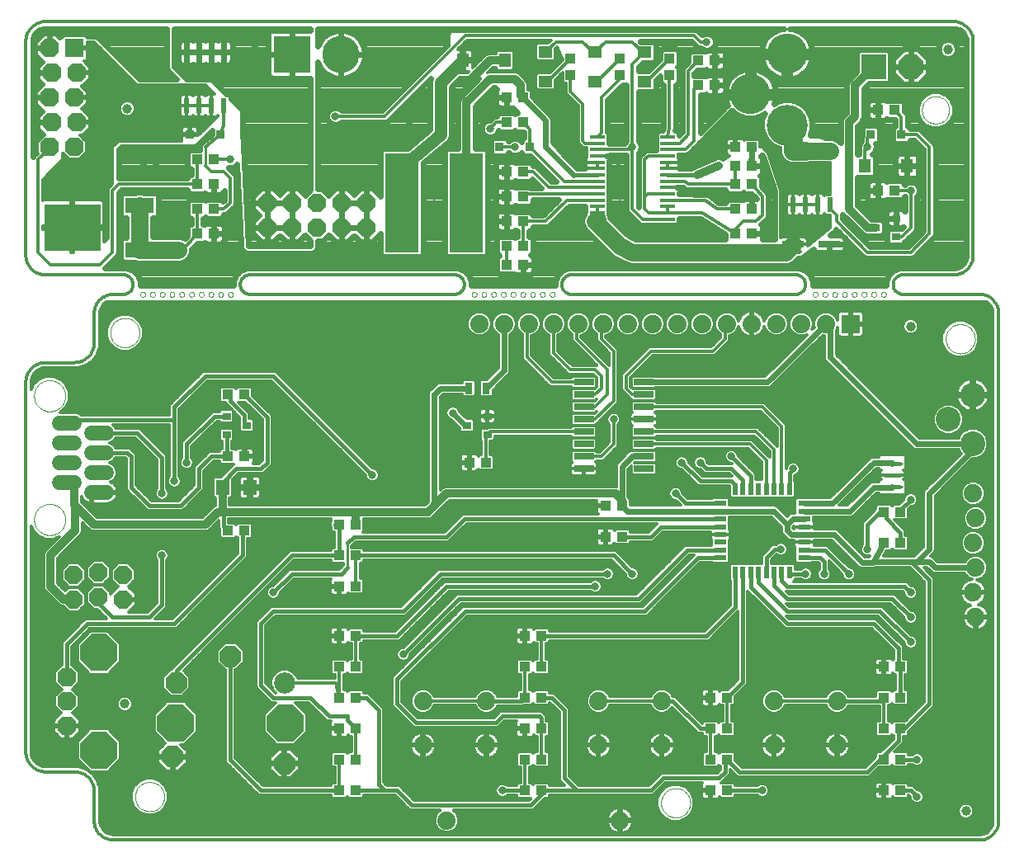
<source format=gtl>
G75*
%MOIN*%
%OFA0B0*%
%FSLAX24Y24*%
%IPPOS*%
%LPD*%
%AMOC8*
5,1,8,0,0,1.08239X$1,22.5*
%
%ADD10C,0.0120*%
%ADD11C,0.0000*%
%ADD12C,0.0394*%
%ADD13OC8,0.0760*%
%ADD14R,0.0760X0.0760*%
%ADD15R,0.0354X0.0374*%
%ADD16R,0.0433X0.0394*%
%ADD17R,0.0240X0.0600*%
%ADD18R,0.0500X0.0579*%
%ADD19R,0.0591X0.0157*%
%ADD20R,0.0394X0.0433*%
%ADD21R,0.0551X0.0472*%
%ADD22R,0.0866X0.0256*%
%ADD23R,0.1380X0.4020*%
%ADD24OC8,0.0740*%
%ADD25R,0.1500X0.1500*%
%ADD26C,0.1500*%
%ADD27R,0.1181X0.0630*%
%ADD28R,0.2250X0.1900*%
%ADD29OC8,0.1000*%
%ADD30R,0.1000X0.1000*%
%ADD31R,0.0354X0.0315*%
%ADD32R,0.0740X0.0740*%
%ADD33C,0.0740*%
%ADD34R,0.0500X0.0220*%
%ADD35R,0.0220X0.0500*%
%ADD36C,0.0177*%
%ADD37C,0.0100*%
%ADD38C,0.0594*%
%ADD39OC8,0.1500*%
%ADD40C,0.0860*%
%ADD41OC8,0.0860*%
%ADD42R,0.0551X0.0630*%
%ADD43R,0.0800X0.0260*%
%ADD44R,0.0315X0.0472*%
%ADD45C,0.1000*%
%ADD46C,0.1660*%
%ADD47C,0.1620*%
%ADD48C,0.0240*%
%ADD49C,0.0317*%
%ADD50C,0.0320*%
%ADD51C,0.0700*%
%ADD52C,0.0472*%
%ADD53C,0.0760*%
%ADD54C,0.0160*%
%ADD55C,0.0500*%
D10*
X007397Y006058D02*
X007293Y006202D01*
X007238Y006370D01*
X007231Y006459D01*
X007231Y015587D01*
X007302Y015415D01*
X007524Y015193D01*
X007814Y015073D01*
X008129Y015073D01*
X008373Y015174D01*
X007773Y014575D01*
X007731Y014472D01*
X007731Y013110D01*
X007773Y013007D01*
X007852Y012929D01*
X008388Y012393D01*
X008491Y012350D01*
X008529Y012350D01*
X008739Y012140D01*
X009145Y012140D01*
X009432Y012428D01*
X009432Y012833D01*
X009145Y013120D01*
X008739Y013120D01*
X008596Y012977D01*
X008291Y013282D01*
X008291Y014300D01*
X009169Y015179D01*
X009248Y015257D01*
X009291Y015360D01*
X009291Y015740D01*
X009602Y015429D01*
X009705Y015386D01*
X014317Y015386D01*
X014419Y015429D01*
X014498Y015507D01*
X014811Y015820D01*
X014811Y015498D01*
X014840Y015470D01*
X014840Y015169D01*
X014910Y015099D01*
X015442Y015099D01*
X015511Y015167D01*
X015561Y015117D01*
X015561Y014499D01*
X012928Y011866D01*
X012244Y011866D01*
X012594Y012216D01*
X012711Y012333D01*
X012711Y014222D01*
X012747Y014258D01*
X012789Y014361D01*
X012789Y014471D01*
X012747Y014574D01*
X012669Y014652D01*
X012566Y014694D01*
X012455Y014694D01*
X012353Y014652D01*
X012275Y014574D01*
X012232Y014471D01*
X012232Y014361D01*
X012275Y014258D01*
X012311Y014222D01*
X012311Y012499D01*
X011928Y012116D01*
X011177Y012116D01*
X011472Y012411D01*
X011472Y012590D01*
X010982Y012590D01*
X010982Y012670D01*
X011472Y012670D01*
X011472Y012850D01*
X011163Y013159D01*
X011432Y013428D01*
X011432Y013833D01*
X011145Y014120D01*
X010739Y014120D01*
X010452Y013833D01*
X010452Y013428D01*
X010721Y013159D01*
X010432Y012870D01*
X010432Y012933D01*
X010145Y013220D01*
X009739Y013220D01*
X009452Y012933D01*
X009452Y012528D01*
X009739Y012240D01*
X009903Y012240D01*
X010278Y011866D01*
X009428Y011866D01*
X009311Y011749D01*
X008468Y010906D01*
X008468Y009995D01*
X008461Y009995D01*
X008168Y009702D01*
X008168Y009288D01*
X008453Y009003D01*
X008168Y008717D01*
X008168Y008303D01*
X008425Y008047D01*
X008128Y007750D01*
X008128Y007565D01*
X008630Y007565D01*
X008630Y007488D01*
X008128Y007488D01*
X008128Y007302D01*
X008445Y006986D01*
X008630Y006986D01*
X008630Y007488D01*
X008707Y007488D01*
X008707Y007565D01*
X009208Y007565D01*
X009208Y007750D01*
X008912Y008047D01*
X009168Y008303D01*
X009168Y008717D01*
X008883Y009003D01*
X009168Y009288D01*
X009168Y009702D01*
X008875Y009995D01*
X008868Y009995D01*
X008868Y010741D01*
X009594Y011466D01*
X013094Y011466D01*
X015844Y014216D01*
X015961Y014333D01*
X015961Y015099D01*
X016112Y015099D01*
X016182Y015169D01*
X016182Y015662D01*
X016112Y015733D01*
X015579Y015733D01*
X015511Y015664D01*
X015442Y015733D01*
X015211Y015733D01*
X015211Y015886D01*
X019340Y015886D01*
X019340Y015778D01*
X019311Y015749D01*
X019311Y015583D01*
X019340Y015554D01*
X019340Y015419D01*
X019410Y015349D01*
X019476Y015349D01*
X019476Y014733D01*
X019410Y014733D01*
X019340Y014662D01*
X019340Y014616D01*
X017678Y014616D01*
X017561Y014499D01*
X012894Y009831D01*
X012894Y009824D01*
X012866Y009824D01*
X012544Y009502D01*
X012544Y009046D01*
X012866Y008724D01*
X013321Y008724D01*
X013644Y009046D01*
X013644Y009502D01*
X013387Y009759D01*
X017844Y014216D01*
X019340Y014216D01*
X019340Y014169D01*
X019410Y014099D01*
X019841Y014099D01*
X019841Y014029D01*
X019678Y013866D01*
X017678Y013866D01*
X017006Y013194D01*
X016955Y013194D01*
X016853Y013152D01*
X016775Y013074D01*
X016732Y012971D01*
X016732Y012861D01*
X016775Y012758D01*
X016853Y012680D01*
X016955Y012637D01*
X017066Y012637D01*
X017169Y012680D01*
X017247Y012758D01*
X017289Y012861D01*
X017289Y012911D01*
X017844Y013466D01*
X019337Y013466D01*
X019332Y013461D01*
X019311Y013425D01*
X019300Y013384D01*
X019300Y013204D01*
X019638Y013204D01*
X019638Y013127D01*
X019715Y013127D01*
X019715Y012809D01*
X019914Y012809D01*
X019954Y012820D01*
X019991Y012841D01*
X020021Y012871D01*
X020034Y012894D01*
X020079Y012849D01*
X020612Y012849D01*
X020682Y012919D01*
X020682Y013412D01*
X020612Y013483D01*
X020525Y013483D01*
X020525Y014099D01*
X020612Y014099D01*
X020682Y014169D01*
X020682Y014216D01*
X030678Y014216D01*
X031232Y013661D01*
X031232Y013611D01*
X031275Y013508D01*
X031353Y013430D01*
X031455Y013387D01*
X031566Y013387D01*
X031669Y013430D01*
X031747Y013508D01*
X031789Y013611D01*
X031789Y013721D01*
X031747Y013824D01*
X031669Y013902D01*
X031566Y013944D01*
X031515Y013944D01*
X030844Y014616D01*
X020682Y014616D01*
X020682Y014662D01*
X020612Y014733D01*
X020181Y014733D01*
X020181Y014803D01*
X020344Y014966D01*
X024094Y014966D01*
X024211Y015083D01*
X024816Y015688D01*
X032500Y015688D01*
X032178Y015366D01*
X031432Y015366D01*
X031432Y015412D01*
X031362Y015483D01*
X030829Y015483D01*
X030784Y015438D01*
X030771Y015461D01*
X030741Y015491D01*
X030704Y015512D01*
X030664Y015523D01*
X030465Y015523D01*
X030465Y015204D01*
X030388Y015204D01*
X030388Y015127D01*
X030465Y015127D01*
X030465Y014809D01*
X030664Y014809D01*
X030704Y014820D01*
X030741Y014841D01*
X030771Y014871D01*
X030784Y014894D01*
X030829Y014849D01*
X031362Y014849D01*
X031432Y014919D01*
X031432Y014966D01*
X032344Y014966D01*
X032461Y015083D01*
X032751Y015373D01*
X034661Y015373D01*
X034661Y015258D01*
X034661Y015127D01*
X034672Y015087D01*
X034693Y015050D01*
X034701Y015042D01*
X034701Y014829D01*
X033641Y014829D01*
X031678Y012866D01*
X024428Y012866D01*
X022256Y010694D01*
X022205Y010694D01*
X022103Y010652D01*
X022025Y010574D01*
X021982Y010471D01*
X021982Y010361D01*
X022025Y010258D01*
X022103Y010180D01*
X022205Y010137D01*
X022316Y010137D01*
X022419Y010180D01*
X022497Y010258D01*
X022539Y010361D01*
X022539Y010411D01*
X024594Y012466D01*
X031844Y012466D01*
X031961Y012583D01*
X033806Y014429D01*
X033991Y014429D01*
X033958Y014396D01*
X031928Y012366D01*
X024678Y012366D01*
X024561Y012249D01*
X021811Y009499D01*
X021811Y008333D01*
X021928Y008216D01*
X022561Y007583D01*
X022678Y007466D01*
X026094Y007466D01*
X026211Y007583D01*
X026344Y007716D01*
X026837Y007716D01*
X026832Y007711D01*
X026811Y007675D01*
X026800Y007634D01*
X026800Y007454D01*
X027138Y007454D01*
X027138Y007377D01*
X027215Y007377D01*
X027215Y007059D01*
X027414Y007059D01*
X027454Y007070D01*
X027491Y007091D01*
X027521Y007121D01*
X027534Y007144D01*
X027579Y007099D01*
X027665Y007099D01*
X027665Y006483D01*
X027579Y006483D01*
X027511Y006414D01*
X027442Y006483D01*
X026910Y006483D01*
X026840Y006412D01*
X026840Y005919D01*
X026910Y005849D01*
X026996Y005849D01*
X026996Y005233D01*
X026910Y005233D01*
X026840Y005162D01*
X026840Y005116D01*
X026455Y005116D01*
X026419Y005152D01*
X026316Y005194D01*
X026205Y005194D01*
X026103Y005152D01*
X026025Y005074D01*
X025982Y004971D01*
X025982Y004861D01*
X026025Y004758D01*
X026103Y004680D01*
X026205Y004637D01*
X026316Y004637D01*
X026419Y004680D01*
X026455Y004716D01*
X026840Y004716D01*
X026840Y004669D01*
X026910Y004599D01*
X027411Y004599D01*
X027328Y004516D01*
X022694Y004516D01*
X022094Y005116D01*
X021594Y005116D01*
X021461Y005249D01*
X021461Y008249D01*
X021344Y008366D01*
X020844Y008866D01*
X020682Y008866D01*
X020682Y008912D01*
X020612Y008983D01*
X020079Y008983D01*
X020011Y008914D01*
X019942Y008983D01*
X019856Y008983D01*
X019856Y009599D01*
X019942Y009599D01*
X020011Y009667D01*
X020079Y009599D01*
X020612Y009599D01*
X020682Y009669D01*
X020682Y010162D01*
X020612Y010233D01*
X020525Y010233D01*
X020525Y010849D01*
X020612Y010849D01*
X020682Y010919D01*
X020682Y010966D01*
X022094Y010966D01*
X024094Y012966D01*
X029817Y012966D01*
X029853Y012930D01*
X029955Y012887D01*
X030066Y012887D01*
X030169Y012930D01*
X030247Y013008D01*
X030289Y013111D01*
X030289Y013221D01*
X030247Y013324D01*
X030169Y013402D01*
X030066Y013444D01*
X029955Y013444D01*
X029853Y013402D01*
X029817Y013366D01*
X023928Y013366D01*
X023811Y013249D01*
X021928Y011366D01*
X020682Y011366D01*
X020682Y011412D01*
X020612Y011483D01*
X020079Y011483D01*
X020034Y011438D01*
X020021Y011461D01*
X019991Y011491D01*
X019954Y011512D01*
X019914Y011523D01*
X019715Y011523D01*
X019715Y011204D01*
X019638Y011204D01*
X019638Y011127D01*
X019715Y011127D01*
X019715Y010809D01*
X019914Y010809D01*
X019954Y010820D01*
X019991Y010841D01*
X020021Y010871D01*
X020034Y010894D01*
X020079Y010849D01*
X020165Y010849D01*
X020165Y010233D01*
X020079Y010233D01*
X020011Y010164D01*
X019942Y010233D01*
X019410Y010233D01*
X019340Y010162D01*
X019340Y009669D01*
X019410Y009599D01*
X019496Y009599D01*
X019496Y009454D01*
X017984Y009454D01*
X017930Y009586D01*
X017775Y009740D01*
X017573Y009824D01*
X017354Y009824D01*
X017152Y009740D01*
X016997Y009586D01*
X016914Y009384D01*
X016914Y009165D01*
X016997Y008963D01*
X017094Y008866D01*
X017094Y008866D01*
X016711Y009249D01*
X016711Y011583D01*
X017094Y011966D01*
X022344Y011966D01*
X023844Y013466D01*
X030317Y013466D01*
X030353Y013430D01*
X030455Y013387D01*
X030566Y013387D01*
X030669Y013430D01*
X030747Y013508D01*
X030789Y013611D01*
X030789Y013721D01*
X030747Y013824D01*
X030669Y013902D01*
X030566Y013944D01*
X030455Y013944D01*
X030353Y013902D01*
X030317Y013866D01*
X023678Y013866D01*
X023561Y013749D01*
X023561Y013749D01*
X022178Y012366D01*
X016928Y012366D01*
X016311Y011749D01*
X016311Y009083D01*
X016428Y008966D01*
X016928Y008466D01*
X017088Y008466D01*
X016623Y008001D01*
X016623Y007280D01*
X017133Y006770D01*
X017853Y006770D01*
X018363Y007280D01*
X018363Y008001D01*
X017898Y008466D01*
X018428Y008466D01*
X019061Y007833D01*
X019178Y007716D01*
X019337Y007716D01*
X019332Y007711D01*
X019311Y007675D01*
X019300Y007634D01*
X019300Y007454D01*
X019638Y007454D01*
X019638Y007377D01*
X019715Y007377D01*
X019715Y007059D01*
X019914Y007059D01*
X019954Y007070D01*
X019991Y007091D01*
X020021Y007121D01*
X020034Y007144D01*
X020079Y007099D01*
X020165Y007099D01*
X020165Y006483D01*
X020079Y006483D01*
X020011Y006414D01*
X019942Y006483D01*
X019410Y006483D01*
X019340Y006412D01*
X019340Y005919D01*
X019410Y005849D01*
X019496Y005849D01*
X019496Y005233D01*
X019410Y005233D01*
X019340Y005162D01*
X019340Y005116D01*
X016594Y005116D01*
X015479Y006231D01*
X015479Y009787D01*
X015506Y009787D01*
X015829Y010109D01*
X015829Y010565D01*
X015506Y010887D01*
X015051Y010887D01*
X014729Y010565D01*
X014729Y010109D01*
X015051Y009787D01*
X015079Y009787D01*
X015079Y006065D01*
X016311Y004833D01*
X016428Y004716D01*
X019340Y004716D01*
X019340Y004669D01*
X019410Y004599D01*
X019942Y004599D01*
X020011Y004667D01*
X020079Y004599D01*
X020612Y004599D01*
X020682Y004669D01*
X020682Y004716D01*
X021928Y004716D01*
X022411Y004233D01*
X022528Y004116D01*
X023734Y004116D01*
X023599Y003981D01*
X023525Y003801D01*
X023525Y003606D01*
X023599Y003426D01*
X023737Y003288D01*
X023917Y003213D01*
X024112Y003213D01*
X024292Y003288D01*
X024430Y003426D01*
X024505Y003606D01*
X024505Y003801D01*
X024430Y003981D01*
X024295Y004116D01*
X027494Y004116D01*
X027977Y004599D01*
X028112Y004599D01*
X028182Y004669D01*
X028182Y004716D01*
X032344Y004716D01*
X032844Y005216D01*
X034337Y005216D01*
X034332Y005211D01*
X034311Y005175D01*
X034300Y005134D01*
X034300Y004954D01*
X034638Y004954D01*
X034638Y004877D01*
X034715Y004877D01*
X034715Y004559D01*
X034914Y004559D01*
X034954Y004570D01*
X034991Y004591D01*
X035021Y004621D01*
X035034Y004644D01*
X035079Y004599D01*
X035612Y004599D01*
X035682Y004669D01*
X035682Y004716D01*
X036567Y004716D01*
X036603Y004680D01*
X036705Y004637D01*
X036816Y004637D01*
X036919Y004680D01*
X036997Y004758D01*
X037039Y004861D01*
X037039Y004971D01*
X036997Y005074D01*
X036919Y005152D01*
X036816Y005194D01*
X036705Y005194D01*
X036603Y005152D01*
X036567Y005116D01*
X035682Y005116D01*
X035682Y005162D01*
X035612Y005233D01*
X035111Y005233D01*
X035344Y005466D01*
X035461Y005583D01*
X035461Y005768D01*
X035763Y005466D01*
X041094Y005466D01*
X041211Y005583D01*
X041477Y005849D01*
X041942Y005849D01*
X042011Y005917D01*
X042079Y005849D01*
X042612Y005849D01*
X042682Y005919D01*
X042682Y005966D01*
X042817Y005966D01*
X042853Y005930D01*
X042955Y005887D01*
X043066Y005887D01*
X043169Y005930D01*
X043247Y006008D01*
X043289Y006111D01*
X043289Y006221D01*
X043247Y006324D01*
X043169Y006402D01*
X043066Y006444D01*
X042955Y006444D01*
X042853Y006402D01*
X042817Y006366D01*
X042682Y006366D01*
X042682Y006412D01*
X042612Y006483D01*
X042111Y006483D01*
X042344Y006716D01*
X042461Y006833D01*
X042461Y007099D01*
X042612Y007099D01*
X042682Y007169D01*
X042682Y007304D01*
X043594Y008216D01*
X043711Y008333D01*
X043711Y013499D01*
X043284Y013926D01*
X043411Y013926D01*
X043621Y013716D01*
X043709Y013680D01*
X044948Y013680D01*
X044963Y013642D01*
X045101Y013504D01*
X045234Y013449D01*
X045154Y013437D01*
X045075Y013411D01*
X045001Y013373D01*
X044933Y013324D01*
X044874Y013265D01*
X044825Y013198D01*
X044787Y013123D01*
X044762Y013044D01*
X044749Y012962D01*
X044749Y012960D01*
X045239Y012960D01*
X045239Y012880D01*
X044749Y012880D01*
X044749Y012878D01*
X044762Y012796D01*
X044787Y012716D01*
X044825Y012642D01*
X044874Y012575D01*
X044933Y012516D01*
X045001Y012467D01*
X045075Y012429D01*
X045154Y012403D01*
X045158Y012402D01*
X045101Y012373D01*
X045033Y012324D01*
X044974Y012265D01*
X044925Y012198D01*
X044887Y012123D01*
X044862Y012044D01*
X044849Y011962D01*
X044849Y011960D01*
X045339Y011960D01*
X045339Y011880D01*
X045419Y011880D01*
X045419Y011960D01*
X045909Y011960D01*
X045909Y011962D01*
X045895Y012044D01*
X045870Y012123D01*
X045832Y012198D01*
X045783Y012265D01*
X045724Y012324D01*
X045656Y012373D01*
X045582Y012411D01*
X045503Y012437D01*
X045499Y012437D01*
X045556Y012467D01*
X045624Y012516D01*
X045683Y012575D01*
X045732Y012642D01*
X045770Y012716D01*
X045795Y012796D01*
X045809Y012878D01*
X045809Y012880D01*
X045319Y012880D01*
X045319Y012960D01*
X045809Y012960D01*
X045809Y012962D01*
X045795Y013044D01*
X045770Y013123D01*
X045732Y013198D01*
X045683Y013265D01*
X045624Y013324D01*
X045556Y013373D01*
X045482Y013411D01*
X045424Y013430D01*
X045476Y013430D01*
X045656Y013504D01*
X045794Y013642D01*
X045869Y013822D01*
X045869Y014017D01*
X045794Y014197D01*
X045656Y014335D01*
X045476Y014410D01*
X045281Y014410D01*
X045101Y014335D01*
X044963Y014197D01*
X044948Y014160D01*
X043856Y014160D01*
X043714Y014302D01*
X043647Y014369D01*
X043581Y014397D01*
X043714Y014530D01*
X043751Y014618D01*
X043751Y016816D01*
X045246Y018312D01*
X045384Y018312D01*
X045612Y018406D01*
X045786Y018580D01*
X045881Y018808D01*
X045881Y019055D01*
X045786Y019283D01*
X045612Y019457D01*
X045384Y019552D01*
X045138Y019552D01*
X044910Y019457D01*
X044735Y019283D01*
X044689Y019172D01*
X043094Y019172D01*
X039751Y022515D01*
X039751Y023509D01*
X039798Y023623D01*
X039798Y023377D01*
X039809Y023337D01*
X039830Y023300D01*
X039860Y023270D01*
X039896Y023249D01*
X039937Y023238D01*
X040288Y023238D01*
X040288Y023728D01*
X040368Y023728D01*
X040368Y023808D01*
X040858Y023808D01*
X040858Y024159D01*
X040847Y024200D01*
X040826Y024237D01*
X040796Y024266D01*
X040760Y024287D01*
X040719Y024298D01*
X040368Y024298D01*
X040368Y023808D01*
X040288Y023808D01*
X040288Y024298D01*
X039937Y024298D01*
X039896Y024287D01*
X039860Y024266D01*
X039830Y024237D01*
X039809Y024200D01*
X039798Y024159D01*
X039798Y023914D01*
X039743Y024046D01*
X039605Y024184D01*
X039425Y024258D01*
X039230Y024258D01*
X039050Y024184D01*
X038912Y024046D01*
X038838Y023866D01*
X038838Y023671D01*
X038853Y023633D01*
X038766Y023546D01*
X038818Y023671D01*
X038818Y023866D01*
X038743Y024046D01*
X038605Y024184D01*
X038425Y024258D01*
X038230Y024258D01*
X038050Y024184D01*
X037912Y024046D01*
X037838Y023866D01*
X037838Y023671D01*
X037912Y023491D01*
X038050Y023353D01*
X038230Y023278D01*
X038425Y023278D01*
X038550Y023330D01*
X036876Y021656D01*
X032431Y021656D01*
X032421Y021666D01*
X031521Y021666D01*
X031451Y021596D01*
X031451Y021236D01*
X031521Y021166D01*
X032421Y021166D01*
X031521Y021166D01*
X031518Y021163D01*
X031441Y021240D01*
X031441Y021591D01*
X032335Y022486D01*
X034835Y022486D01*
X035335Y022986D01*
X035441Y023091D01*
X035441Y023285D01*
X035605Y023353D01*
X035743Y023491D01*
X035810Y023651D01*
X035811Y023644D01*
X035837Y023565D01*
X035874Y023490D01*
X035923Y023423D01*
X035982Y023364D01*
X036050Y023315D01*
X036124Y023277D01*
X036204Y023251D01*
X036286Y023238D01*
X036288Y023238D01*
X036288Y023728D01*
X036368Y023728D01*
X036368Y023238D01*
X036369Y023238D01*
X036452Y023251D01*
X036531Y023277D01*
X036606Y023315D01*
X036673Y023364D01*
X036732Y023423D01*
X036781Y023490D01*
X036819Y023565D01*
X036845Y023644D01*
X036846Y023651D01*
X036912Y023491D01*
X037050Y023353D01*
X037230Y023278D01*
X037425Y023278D01*
X037605Y023353D01*
X037743Y023491D01*
X037818Y023671D01*
X037818Y023866D01*
X037743Y024046D01*
X037605Y024184D01*
X037425Y024258D01*
X037230Y024258D01*
X037050Y024184D01*
X036912Y024046D01*
X036846Y023885D01*
X036845Y023892D01*
X036819Y023972D01*
X036781Y024046D01*
X036732Y024114D01*
X036673Y024173D01*
X036606Y024222D01*
X036531Y024259D01*
X036452Y024285D01*
X036369Y024298D01*
X036368Y024298D01*
X036368Y023808D01*
X036288Y023808D01*
X036288Y024298D01*
X036286Y024298D01*
X036204Y024285D01*
X036124Y024259D01*
X036050Y024222D01*
X035982Y024173D01*
X035923Y024114D01*
X035874Y024046D01*
X035837Y023972D01*
X035811Y023892D01*
X035810Y023885D01*
X035743Y024046D01*
X035605Y024184D01*
X035425Y024258D01*
X035230Y024258D01*
X035050Y024184D01*
X034912Y024046D01*
X034838Y023866D01*
X034838Y023671D01*
X034912Y023491D01*
X035050Y023353D01*
X035081Y023340D01*
X035081Y023240D01*
X034686Y022846D01*
X032186Y022846D01*
X032081Y022740D01*
X031081Y021740D01*
X031081Y021091D01*
X031186Y020986D01*
X031436Y020736D01*
X031451Y020736D01*
X031521Y020666D01*
X032421Y020666D01*
X032491Y020736D01*
X032491Y021096D01*
X032421Y021166D01*
X032431Y021176D01*
X037023Y021176D01*
X037111Y021212D01*
X039193Y023294D01*
X039230Y023278D01*
X039271Y023278D01*
X039271Y022368D01*
X039307Y022280D01*
X039375Y022212D01*
X042859Y018728D01*
X042947Y018692D01*
X044689Y018692D01*
X044735Y018580D01*
X044786Y018530D01*
X043375Y017119D01*
X043307Y017052D01*
X043271Y016964D01*
X043271Y014765D01*
X042911Y014406D01*
X041659Y014406D01*
X041770Y014599D01*
X041942Y014599D01*
X042011Y014667D01*
X042079Y014599D01*
X042612Y014599D01*
X042682Y014669D01*
X042682Y015162D01*
X042612Y015233D01*
X042545Y015233D01*
X042545Y015414D01*
X042111Y015849D01*
X042612Y015849D01*
X042682Y015919D01*
X042682Y016304D01*
X042765Y016387D01*
X042816Y016387D01*
X042919Y016430D01*
X042997Y016508D01*
X043039Y016611D01*
X043039Y016721D01*
X042997Y016824D01*
X042919Y016902D01*
X042816Y016944D01*
X042705Y016944D01*
X042603Y016902D01*
X042525Y016824D01*
X042482Y016721D01*
X042482Y016670D01*
X042295Y016483D01*
X042079Y016483D01*
X042011Y016414D01*
X041942Y016483D01*
X041410Y016483D01*
X041340Y016412D01*
X041340Y016278D01*
X040928Y015866D01*
X040811Y015749D01*
X040811Y014860D01*
X040775Y014824D01*
X040732Y014721D01*
X040732Y014611D01*
X040775Y014508D01*
X040853Y014430D01*
X040955Y014387D01*
X041066Y014387D01*
X041102Y014402D01*
X041080Y014364D01*
X040903Y014364D01*
X039872Y015394D01*
X039804Y015462D01*
X039716Y015498D01*
X038861Y015498D01*
X038861Y015573D01*
X038451Y015573D01*
X038451Y015573D01*
X038861Y015573D01*
X038861Y015704D01*
X038850Y015745D01*
X038829Y015782D01*
X038821Y015790D01*
X038821Y015963D01*
X040346Y015963D01*
X040434Y016000D01*
X041360Y016926D01*
X041451Y016926D01*
X041451Y016891D01*
X041486Y016856D01*
X042536Y016856D01*
X042571Y016891D01*
X042571Y017113D01*
X042581Y017123D01*
X042581Y017264D01*
X042571Y017274D01*
X042571Y017441D01*
X042536Y017476D01*
X042459Y017476D01*
X042490Y017507D01*
X042518Y017548D01*
X042536Y017593D01*
X042546Y017641D01*
X042546Y017666D01*
X042546Y017690D01*
X042536Y017738D01*
X042518Y017784D01*
X042490Y017824D01*
X042459Y017856D01*
X042536Y017856D01*
X042571Y017891D01*
X042571Y018058D01*
X042581Y018068D01*
X042581Y018209D01*
X042571Y018219D01*
X042571Y018441D01*
X042536Y018476D01*
X041486Y018476D01*
X041451Y018441D01*
X041451Y018406D01*
X041213Y018406D01*
X041125Y018369D01*
X041057Y018302D01*
X039514Y016758D01*
X038403Y016758D01*
X038379Y016748D01*
X038151Y016748D01*
X038081Y016678D01*
X038081Y016128D01*
X037936Y016128D01*
X037847Y016092D01*
X037761Y016005D01*
X037359Y016407D01*
X037271Y016443D01*
X035441Y016443D01*
X035441Y016678D01*
X035371Y016748D01*
X034771Y016748D01*
X034741Y016718D01*
X033741Y016718D01*
X033539Y016920D01*
X033539Y016971D01*
X033497Y017074D01*
X033419Y017152D01*
X033316Y017194D01*
X033205Y017194D01*
X033103Y017152D01*
X033025Y017074D01*
X032982Y016971D01*
X032982Y016861D01*
X033025Y016758D01*
X033103Y016680D01*
X033205Y016637D01*
X033256Y016637D01*
X033451Y016443D01*
X031432Y016443D01*
X031432Y016662D01*
X033146Y016662D01*
X033016Y016780D02*
X031351Y016780D01*
X031335Y016818D02*
X031335Y017901D01*
X031451Y018016D01*
X031451Y017736D01*
X031521Y017666D01*
X032421Y017666D01*
X032491Y017736D01*
X032491Y018096D01*
X032421Y018166D01*
X032491Y018236D01*
X032491Y018596D01*
X032421Y018666D01*
X032491Y018736D01*
X036186Y018736D01*
X036738Y018184D01*
X036738Y017476D01*
X036488Y017476D01*
X036488Y017721D01*
X035789Y018420D01*
X035789Y018471D01*
X035747Y018574D01*
X035669Y018652D01*
X035566Y018694D01*
X035455Y018694D01*
X035353Y018652D01*
X035275Y018574D01*
X035232Y018471D01*
X035232Y018361D01*
X035275Y018258D01*
X035353Y018180D01*
X035455Y018137D01*
X035506Y018137D01*
X035528Y018116D01*
X034594Y018116D01*
X034539Y018170D01*
X034539Y018221D01*
X034497Y018324D01*
X034419Y018402D01*
X034316Y018444D01*
X034205Y018444D01*
X034103Y018402D01*
X034025Y018324D01*
X033982Y018221D01*
X033982Y018111D01*
X034025Y018008D01*
X034103Y017930D01*
X034205Y017887D01*
X034256Y017887D01*
X034428Y017716D01*
X035428Y017716D01*
X035528Y017616D01*
X034344Y017616D01*
X033789Y018170D01*
X033789Y018221D01*
X033747Y018324D01*
X033669Y018402D01*
X033566Y018444D01*
X033455Y018444D01*
X033353Y018402D01*
X033275Y018324D01*
X033232Y018221D01*
X033232Y018111D01*
X033275Y018008D01*
X033353Y017930D01*
X033455Y017887D01*
X033506Y017887D01*
X034178Y017216D01*
X035428Y017216D01*
X035428Y017215D01*
X035428Y016806D01*
X035499Y016736D01*
X038023Y016736D01*
X038093Y016806D01*
X038093Y017406D01*
X038063Y017436D01*
X038063Y017637D01*
X038066Y017637D01*
X038169Y017680D01*
X038247Y017758D01*
X038289Y017861D01*
X038289Y017971D01*
X038247Y018074D01*
X038169Y018152D01*
X038066Y018194D01*
X037955Y018194D01*
X037853Y018152D01*
X037775Y018074D01*
X037732Y017971D01*
X037732Y017920D01*
X037728Y017916D01*
X037728Y019703D01*
X036941Y020490D01*
X036835Y020596D01*
X032491Y020596D01*
X032421Y020666D01*
X031521Y020666D01*
X031451Y020596D01*
X031451Y020236D01*
X031498Y020189D01*
X031473Y020174D01*
X031443Y020144D01*
X031422Y020108D01*
X031411Y020067D01*
X031411Y019921D01*
X031966Y019921D01*
X031966Y019911D01*
X031411Y019911D01*
X031411Y019765D01*
X031422Y019724D01*
X031443Y019688D01*
X031473Y019658D01*
X031498Y019643D01*
X031451Y019596D01*
X031451Y019236D01*
X031521Y019166D01*
X032421Y019166D01*
X032491Y019236D01*
X036436Y019236D01*
X037053Y018619D01*
X037053Y018378D01*
X036441Y018990D01*
X036335Y019096D01*
X032491Y019096D01*
X032421Y019166D01*
X031521Y019166D01*
X031451Y019096D01*
X031451Y018736D01*
X031521Y018666D01*
X032421Y018666D01*
X031521Y018666D01*
X031511Y018656D01*
X031463Y018656D01*
X031375Y018619D01*
X031307Y018552D01*
X030892Y018136D01*
X030855Y018048D01*
X030855Y017196D01*
X023955Y017196D01*
X023852Y017153D01*
X023773Y017075D01*
X023751Y017052D01*
X023751Y020816D01*
X023860Y020926D01*
X024629Y020926D01*
X024629Y020880D01*
X024699Y020810D01*
X025114Y020810D01*
X025184Y020880D01*
X025184Y021452D01*
X025114Y021522D01*
X024699Y021522D01*
X024629Y021452D01*
X024629Y021406D01*
X023713Y021406D01*
X023625Y021369D01*
X023557Y021302D01*
X023307Y021052D01*
X023271Y020964D01*
X023271Y016572D01*
X023145Y016446D01*
X015240Y016446D01*
X015240Y016731D01*
X015285Y016731D01*
X015355Y016801D01*
X015355Y017477D01*
X015594Y017716D01*
X016594Y017716D01*
X016844Y017966D01*
X016961Y018083D01*
X016961Y020083D01*
X016182Y020862D01*
X016182Y021162D01*
X016112Y021233D01*
X015579Y021233D01*
X015511Y021164D01*
X015442Y021233D01*
X014910Y021233D01*
X014840Y021162D01*
X014840Y020669D01*
X014910Y020599D01*
X015061Y020599D01*
X015061Y020583D01*
X015178Y020466D01*
X015326Y020317D01*
X014890Y020317D01*
X014820Y020247D01*
X014820Y020240D01*
X014552Y020240D01*
X013428Y019116D01*
X013311Y018999D01*
X013311Y018360D01*
X013275Y018324D01*
X013232Y018221D01*
X013232Y018111D01*
X013275Y018008D01*
X013353Y017930D01*
X013455Y017887D01*
X013566Y017887D01*
X013669Y017930D01*
X013747Y018008D01*
X013789Y018111D01*
X013789Y018221D01*
X013747Y018324D01*
X013711Y018360D01*
X013711Y018833D01*
X014718Y019840D01*
X014820Y019840D01*
X014820Y019833D01*
X014890Y019762D01*
X015344Y019762D01*
X015414Y019833D01*
X015414Y020230D01*
X015645Y019998D01*
X015645Y019681D01*
X015647Y019680D01*
X015647Y019459D01*
X015717Y019388D01*
X016171Y019388D01*
X016241Y019459D01*
X016241Y019873D01*
X016171Y019943D01*
X016045Y019943D01*
X016045Y020164D01*
X015611Y020599D01*
X015879Y020599D01*
X016561Y019918D01*
X016561Y018249D01*
X016428Y018116D01*
X016185Y018116D01*
X016190Y018121D01*
X016211Y018157D01*
X016222Y018198D01*
X016222Y018377D01*
X015884Y018377D01*
X015884Y018454D01*
X016222Y018454D01*
X016222Y018634D01*
X016211Y018675D01*
X016190Y018711D01*
X016160Y018741D01*
X016124Y018762D01*
X016083Y018773D01*
X015884Y018773D01*
X015884Y018454D01*
X015807Y018454D01*
X015807Y018773D01*
X015608Y018773D01*
X015567Y018762D01*
X015531Y018741D01*
X015501Y018711D01*
X015487Y018688D01*
X015442Y018733D01*
X015317Y018733D01*
X015317Y019014D01*
X015344Y019014D01*
X015414Y019085D01*
X015414Y019499D01*
X015344Y019569D01*
X014890Y019569D01*
X014820Y019499D01*
X014820Y019085D01*
X014890Y019014D01*
X014917Y019014D01*
X014917Y018733D01*
X014910Y018733D01*
X014840Y018662D01*
X014840Y018616D01*
X014428Y018616D01*
X013928Y018116D01*
X013928Y018116D01*
X013811Y017999D01*
X013811Y017249D01*
X013178Y016616D01*
X012094Y016616D01*
X011461Y017249D01*
X011461Y018499D01*
X011344Y018616D01*
X011197Y018763D01*
X010634Y018763D01*
X010619Y018799D01*
X010502Y018916D01*
X010390Y018963D01*
X010502Y019009D01*
X010619Y019126D01*
X010634Y019163D01*
X011428Y019163D01*
X012311Y018280D01*
X012311Y017110D01*
X012275Y017074D01*
X012232Y016971D01*
X012232Y016861D01*
X012275Y016758D01*
X012353Y016680D01*
X012455Y016637D01*
X012566Y016637D01*
X012669Y016680D01*
X012747Y016758D01*
X012789Y016861D01*
X012789Y016971D01*
X012747Y017074D01*
X012711Y017110D01*
X012711Y018446D01*
X011711Y019446D01*
X011594Y019563D01*
X010634Y019563D01*
X010619Y019599D01*
X010542Y019677D01*
X012811Y019677D01*
X012811Y017610D01*
X012711Y017610D01*
X012775Y017574D02*
X012732Y017471D01*
X012732Y017361D01*
X012775Y017258D01*
X012853Y017180D01*
X012955Y017137D01*
X013066Y017137D01*
X013169Y017180D01*
X013247Y017258D01*
X013289Y017361D01*
X013289Y017471D01*
X013247Y017574D01*
X013211Y017610D01*
X013811Y017610D01*
X013811Y017728D02*
X013211Y017728D01*
X013211Y017610D02*
X013211Y020333D01*
X014344Y021466D01*
X016928Y021466D01*
X020732Y017661D01*
X020732Y017611D01*
X020775Y017508D01*
X020853Y017430D01*
X020955Y017387D01*
X021066Y017387D01*
X021169Y017430D01*
X021247Y017508D01*
X021289Y017611D01*
X021289Y017721D01*
X021247Y017824D01*
X021169Y017902D01*
X021066Y017944D01*
X021015Y017944D01*
X017094Y021866D01*
X014178Y021866D01*
X014061Y021749D01*
X012811Y020499D01*
X012811Y020077D01*
X009248Y020077D01*
X009208Y020116D01*
X009054Y020180D01*
X008387Y020180D01*
X008419Y020193D01*
X008641Y020415D01*
X008761Y020706D01*
X008761Y021020D01*
X008641Y021310D01*
X008419Y021532D01*
X008129Y021653D01*
X007814Y021653D01*
X007524Y021532D01*
X007302Y021310D01*
X007231Y021139D01*
X007231Y021420D01*
X007238Y021509D01*
X007293Y021677D01*
X007397Y021821D01*
X007541Y021925D01*
X007709Y021980D01*
X007798Y021987D01*
X009139Y021987D01*
X009442Y022086D01*
X009442Y022086D01*
X009701Y022273D01*
X009701Y022273D01*
X009701Y022273D01*
X009888Y022532D01*
X009987Y022835D01*
X009987Y024176D01*
X009994Y024265D01*
X010049Y024433D01*
X010153Y024577D01*
X010275Y024666D01*
X045828Y024666D01*
X045947Y024569D01*
X046038Y024430D01*
X046080Y024270D01*
X046082Y024199D01*
X046082Y024182D01*
X046078Y024096D01*
X046082Y024091D01*
X046082Y003788D01*
X046078Y003783D01*
X046082Y003698D01*
X046082Y003680D01*
X046080Y003609D01*
X046038Y003449D01*
X045947Y003310D01*
X045819Y003206D01*
X045664Y003146D01*
X045584Y003136D01*
X010554Y003136D01*
X010465Y003143D01*
X010297Y003198D01*
X010153Y003302D01*
X010049Y003446D01*
X009994Y003615D01*
X009987Y003703D01*
X009987Y005044D01*
X009888Y005347D01*
X009888Y005347D01*
X009701Y005606D01*
X009701Y005606D01*
X009701Y005606D01*
X009609Y005672D01*
X010328Y005672D01*
X010838Y006182D01*
X010838Y006902D01*
X010328Y007412D01*
X009607Y007412D01*
X009098Y006902D01*
X009098Y006182D01*
X009601Y005678D01*
X009442Y005793D01*
X009139Y005892D01*
X007798Y005892D01*
X007709Y005899D01*
X007541Y005954D01*
X007397Y006058D01*
X007355Y006115D02*
X009164Y006115D01*
X009098Y006234D02*
X007282Y006234D01*
X007244Y006352D02*
X009098Y006352D01*
X009098Y006471D02*
X007231Y006471D01*
X007231Y006589D02*
X009098Y006589D01*
X009098Y006708D02*
X007231Y006708D01*
X007231Y006826D02*
X009098Y006826D01*
X009140Y006945D02*
X007231Y006945D01*
X007231Y007063D02*
X008367Y007063D01*
X008249Y007182D02*
X007231Y007182D01*
X007231Y007300D02*
X008130Y007300D01*
X008128Y007419D02*
X007231Y007419D01*
X007231Y007537D02*
X008630Y007537D01*
X008707Y007537D02*
X012194Y007537D01*
X012194Y007419D02*
X009208Y007419D01*
X009208Y007488D02*
X008707Y007488D01*
X008707Y006986D01*
X008892Y006986D01*
X009208Y007302D01*
X009208Y007488D01*
X009208Y007656D02*
X012194Y007656D01*
X012194Y007774D02*
X009184Y007774D01*
X009065Y007893D02*
X012194Y007893D01*
X012194Y008001D02*
X012194Y007280D01*
X012647Y006827D01*
X012346Y006526D01*
X012346Y006330D01*
X012888Y006330D01*
X012888Y006234D01*
X010838Y006234D01*
X010838Y006352D02*
X012346Y006352D01*
X012346Y006234D02*
X012346Y006038D01*
X012692Y005692D01*
X012888Y005692D01*
X012888Y006234D01*
X012346Y006234D01*
X012346Y006115D02*
X010771Y006115D01*
X010653Y005997D02*
X012387Y005997D01*
X012505Y005878D02*
X010534Y005878D01*
X010416Y005760D02*
X012624Y005760D01*
X012888Y005760D02*
X012984Y005760D01*
X012984Y005692D02*
X013180Y005692D01*
X013526Y006038D01*
X013526Y006234D01*
X012984Y006234D01*
X015079Y006234D01*
X015079Y006352D02*
X013526Y006352D01*
X013526Y006330D02*
X013526Y006526D01*
X013282Y006770D01*
X013424Y006770D01*
X013934Y007280D01*
X013934Y008001D01*
X013424Y008510D01*
X012704Y008510D01*
X012194Y008001D01*
X012205Y008011D02*
X008947Y008011D01*
X008995Y008130D02*
X010873Y008130D01*
X010831Y008147D02*
X010948Y008099D01*
X011074Y008099D01*
X011190Y008147D01*
X011279Y008236D01*
X011328Y008353D01*
X011328Y008479D01*
X011279Y008595D01*
X011190Y008685D01*
X011074Y008733D01*
X010948Y008733D01*
X010831Y008685D01*
X010742Y008595D01*
X010694Y008479D01*
X010694Y008353D01*
X010742Y008236D01*
X010831Y008147D01*
X010737Y008248D02*
X009113Y008248D01*
X009168Y008367D02*
X010694Y008367D01*
X010697Y008485D02*
X009168Y008485D01*
X009168Y008604D02*
X010751Y008604D01*
X010923Y008722D02*
X009163Y008722D01*
X009045Y008841D02*
X012749Y008841D01*
X012630Y008959D02*
X008926Y008959D01*
X008959Y009078D02*
X012544Y009078D01*
X012544Y009196D02*
X009077Y009196D01*
X009168Y009315D02*
X012544Y009315D01*
X012544Y009433D02*
X009168Y009433D01*
X009168Y009552D02*
X012593Y009552D01*
X012712Y009670D02*
X010389Y009670D01*
X010328Y009609D02*
X010838Y010119D01*
X010838Y010839D01*
X010328Y011349D01*
X009607Y011349D01*
X009098Y010839D01*
X009098Y010119D01*
X009607Y009609D01*
X010328Y009609D01*
X010508Y009789D02*
X012830Y009789D01*
X012969Y009907D02*
X010626Y009907D01*
X010745Y010026D02*
X013088Y010026D01*
X013206Y010144D02*
X010838Y010144D01*
X010838Y010263D02*
X013325Y010263D01*
X013444Y010381D02*
X010838Y010381D01*
X010838Y010500D02*
X013562Y010500D01*
X013681Y010618D02*
X010838Y010618D01*
X010838Y010737D02*
X013799Y010737D01*
X013918Y010855D02*
X010821Y010855D01*
X010703Y010974D02*
X014036Y010974D01*
X014155Y011092D02*
X010584Y011092D01*
X010466Y011211D02*
X014273Y011211D01*
X014392Y011329D02*
X010347Y011329D01*
X010222Y011922D02*
X007231Y011922D01*
X007231Y012040D02*
X010103Y012040D01*
X009985Y012159D02*
X009163Y012159D01*
X009282Y012277D02*
X009702Y012277D01*
X009584Y012396D02*
X009400Y012396D01*
X009432Y012514D02*
X009465Y012514D01*
X009452Y012633D02*
X009432Y012633D01*
X009432Y012751D02*
X009452Y012751D01*
X009452Y012870D02*
X009395Y012870D01*
X009507Y012988D02*
X009277Y012988D01*
X009158Y013107D02*
X009625Y013107D01*
X009739Y013240D02*
X009452Y013528D01*
X009452Y013933D01*
X009739Y014220D01*
X010145Y014220D01*
X010432Y013933D01*
X010432Y013528D01*
X010145Y013240D01*
X009739Y013240D01*
X009636Y013344D02*
X009348Y013344D01*
X009432Y013428D02*
X009145Y013140D01*
X008739Y013140D01*
X008452Y013428D01*
X008452Y013833D01*
X008739Y014120D01*
X009145Y014120D01*
X009432Y013833D01*
X009432Y013428D01*
X009432Y013462D02*
X009517Y013462D01*
X009452Y013581D02*
X009432Y013581D01*
X009432Y013699D02*
X009452Y013699D01*
X009452Y013818D02*
X009432Y013818D01*
X009455Y013936D02*
X009329Y013936D01*
X009210Y014055D02*
X009573Y014055D01*
X009692Y014173D02*
X008291Y014173D01*
X008291Y014055D02*
X008673Y014055D01*
X008555Y013936D02*
X008291Y013936D01*
X008291Y013818D02*
X008452Y013818D01*
X008452Y013699D02*
X008291Y013699D01*
X008291Y013581D02*
X008452Y013581D01*
X008452Y013462D02*
X008291Y013462D01*
X008291Y013344D02*
X008536Y013344D01*
X008654Y013225D02*
X008347Y013225D01*
X008466Y013107D02*
X008725Y013107D01*
X008607Y012988D02*
X008584Y012988D01*
X008148Y012633D02*
X007231Y012633D01*
X007231Y012751D02*
X008029Y012751D01*
X007911Y012870D02*
X007231Y012870D01*
X007231Y012988D02*
X007792Y012988D01*
X007732Y013107D02*
X007231Y013107D01*
X007231Y013225D02*
X007731Y013225D01*
X007731Y013344D02*
X007231Y013344D01*
X007231Y013462D02*
X007731Y013462D01*
X007731Y013581D02*
X007231Y013581D01*
X007231Y013699D02*
X007731Y013699D01*
X007731Y013818D02*
X007231Y013818D01*
X007231Y013936D02*
X007731Y013936D01*
X007731Y014055D02*
X007231Y014055D01*
X007231Y014173D02*
X007731Y014173D01*
X007731Y014292D02*
X007231Y014292D01*
X007231Y014410D02*
X007731Y014410D01*
X007755Y014529D02*
X007231Y014529D01*
X007231Y014647D02*
X007846Y014647D01*
X007965Y014766D02*
X007231Y014766D01*
X007231Y014884D02*
X008083Y014884D01*
X008202Y015003D02*
X007231Y015003D01*
X007231Y015121D02*
X007697Y015121D01*
X007477Y015240D02*
X007231Y015240D01*
X007231Y015358D02*
X007359Y015358D01*
X007276Y015477D02*
X007231Y015477D01*
X008246Y015121D02*
X008320Y015121D01*
X008757Y014766D02*
X015561Y014766D01*
X015561Y014884D02*
X008875Y014884D01*
X008994Y015003D02*
X015561Y015003D01*
X015557Y015121D02*
X015465Y015121D01*
X015961Y015003D02*
X019476Y015003D01*
X019476Y015121D02*
X016134Y015121D01*
X016182Y015240D02*
X019476Y015240D01*
X019401Y015358D02*
X016182Y015358D01*
X016182Y015477D02*
X019340Y015477D01*
X019311Y015595D02*
X016182Y015595D01*
X016131Y015714D02*
X019311Y015714D01*
X019340Y015832D02*
X015211Y015832D01*
X015461Y015714D02*
X015560Y015714D01*
X014811Y015714D02*
X014705Y015714D01*
X014811Y015595D02*
X014586Y015595D01*
X014468Y015477D02*
X014832Y015477D01*
X014840Y015358D02*
X009290Y015358D01*
X009291Y015477D02*
X009554Y015477D01*
X009435Y015595D02*
X009291Y015595D01*
X009291Y015714D02*
X009317Y015714D01*
X009231Y015240D02*
X014840Y015240D01*
X014888Y015121D02*
X009112Y015121D01*
X008638Y014647D02*
X012349Y014647D01*
X012256Y014529D02*
X008520Y014529D01*
X008401Y014410D02*
X012232Y014410D01*
X012261Y014292D02*
X008291Y014292D01*
X009230Y013225D02*
X010654Y013225D01*
X010669Y013107D02*
X010258Y013107D01*
X010377Y012988D02*
X010550Y012988D01*
X010536Y013344D02*
X010248Y013344D01*
X010367Y013462D02*
X010452Y013462D01*
X010452Y013581D02*
X010432Y013581D01*
X010432Y013699D02*
X010452Y013699D01*
X010452Y013818D02*
X010432Y013818D01*
X010429Y013936D02*
X010555Y013936D01*
X010673Y014055D02*
X010310Y014055D01*
X010192Y014173D02*
X012311Y014173D01*
X012311Y014055D02*
X011210Y014055D01*
X011329Y013936D02*
X012311Y013936D01*
X012311Y013818D02*
X011432Y013818D01*
X011432Y013699D02*
X012311Y013699D01*
X012311Y013581D02*
X011432Y013581D01*
X011432Y013462D02*
X012311Y013462D01*
X012311Y013344D02*
X011348Y013344D01*
X011230Y013225D02*
X012311Y013225D01*
X012311Y013107D02*
X011215Y013107D01*
X011334Y012988D02*
X012311Y012988D01*
X012311Y012870D02*
X011452Y012870D01*
X011472Y012751D02*
X012311Y012751D01*
X012311Y012633D02*
X010982Y012633D01*
X011338Y012277D02*
X012090Y012277D01*
X012208Y012396D02*
X011457Y012396D01*
X011472Y012514D02*
X012311Y012514D01*
X012711Y012514D02*
X013577Y012514D01*
X013695Y012633D02*
X012711Y012633D01*
X012711Y012751D02*
X013814Y012751D01*
X013932Y012870D02*
X012711Y012870D01*
X012711Y012988D02*
X014051Y012988D01*
X014169Y013107D02*
X012711Y013107D01*
X012711Y013225D02*
X014288Y013225D01*
X014406Y013344D02*
X012711Y013344D01*
X012711Y013462D02*
X014525Y013462D01*
X014643Y013581D02*
X012711Y013581D01*
X012711Y013699D02*
X014762Y013699D01*
X014880Y013818D02*
X012711Y013818D01*
X012711Y013936D02*
X014999Y013936D01*
X015117Y014055D02*
X012711Y014055D01*
X012711Y014173D02*
X015236Y014173D01*
X015354Y014292D02*
X012761Y014292D01*
X012789Y014410D02*
X015473Y014410D01*
X015561Y014529D02*
X012765Y014529D01*
X012673Y014647D02*
X015561Y014647D01*
X015961Y014647D02*
X019340Y014647D01*
X019476Y014766D02*
X015961Y014766D01*
X015961Y014884D02*
X019476Y014884D01*
X020181Y014766D02*
X033578Y014766D01*
X033460Y014647D02*
X020682Y014647D01*
X020345Y014416D02*
X020345Y013166D01*
X020682Y013107D02*
X022919Y013107D01*
X023038Y013225D02*
X020682Y013225D01*
X020682Y013344D02*
X023156Y013344D01*
X023275Y013462D02*
X020632Y013462D01*
X020525Y013581D02*
X023393Y013581D01*
X023512Y013699D02*
X020525Y013699D01*
X020525Y013818D02*
X023630Y013818D01*
X023840Y013462D02*
X030321Y013462D01*
X030227Y013344D02*
X032156Y013344D01*
X032275Y013462D02*
X031701Y013462D01*
X031777Y013581D02*
X032393Y013581D01*
X032512Y013699D02*
X031789Y013699D01*
X031749Y013818D02*
X032630Y013818D01*
X032749Y013936D02*
X031585Y013936D01*
X031405Y014055D02*
X032867Y014055D01*
X032986Y014173D02*
X031286Y014173D01*
X031168Y014292D02*
X033104Y014292D01*
X033223Y014410D02*
X031049Y014410D01*
X030931Y014529D02*
X033341Y014529D01*
X033670Y014292D02*
X033854Y014292D01*
X033788Y014410D02*
X033973Y014410D01*
X033736Y014173D02*
X033551Y014173D01*
X033617Y014055D02*
X033433Y014055D01*
X033499Y013936D02*
X033314Y013936D01*
X033380Y013818D02*
X033196Y013818D01*
X033262Y013699D02*
X033077Y013699D01*
X033143Y013581D02*
X032959Y013581D01*
X033025Y013462D02*
X032840Y013462D01*
X032906Y013344D02*
X032722Y013344D01*
X032788Y013225D02*
X032603Y013225D01*
X032669Y013107D02*
X032485Y013107D01*
X032551Y012988D02*
X032366Y012988D01*
X032432Y012870D02*
X032248Y012870D01*
X032314Y012751D02*
X032129Y012751D01*
X032195Y012633D02*
X032011Y012633D01*
X032077Y012514D02*
X031892Y012514D01*
X031958Y012396D02*
X024524Y012396D01*
X024590Y012277D02*
X024405Y012277D01*
X024471Y012159D02*
X024287Y012159D01*
X024353Y012040D02*
X024168Y012040D01*
X024234Y011922D02*
X024050Y011922D01*
X024116Y011803D02*
X023931Y011803D01*
X023997Y011685D02*
X023813Y011685D01*
X023879Y011566D02*
X023694Y011566D01*
X023760Y011448D02*
X023576Y011448D01*
X023642Y011329D02*
X023457Y011329D01*
X023523Y011211D02*
X023339Y011211D01*
X023405Y011092D02*
X023220Y011092D01*
X023286Y010974D02*
X023102Y010974D01*
X023168Y010855D02*
X022983Y010855D01*
X023049Y010737D02*
X022865Y010737D01*
X022931Y010618D02*
X022746Y010618D01*
X022812Y010500D02*
X022628Y010500D01*
X022694Y010381D02*
X022539Y010381D01*
X022575Y010263D02*
X022499Y010263D01*
X022456Y010144D02*
X022333Y010144D01*
X022338Y010026D02*
X020682Y010026D01*
X020682Y010144D02*
X022189Y010144D01*
X022023Y010263D02*
X020525Y010263D01*
X020525Y010381D02*
X021982Y010381D01*
X021994Y010500D02*
X020525Y010500D01*
X020525Y010618D02*
X022070Y010618D01*
X022299Y010737D02*
X020525Y010737D01*
X020618Y010855D02*
X022418Y010855D01*
X022536Y010974D02*
X022102Y010974D01*
X022220Y011092D02*
X022655Y011092D01*
X022773Y011211D02*
X022339Y011211D01*
X022457Y011329D02*
X022892Y011329D01*
X023010Y011448D02*
X022576Y011448D01*
X022694Y011566D02*
X023129Y011566D01*
X023247Y011685D02*
X022813Y011685D01*
X022931Y011803D02*
X023366Y011803D01*
X023484Y011922D02*
X023050Y011922D01*
X023168Y012040D02*
X023603Y012040D01*
X023721Y012159D02*
X023287Y012159D01*
X023405Y012277D02*
X023840Y012277D01*
X023958Y012396D02*
X023524Y012396D01*
X023642Y012514D02*
X024077Y012514D01*
X024195Y012633D02*
X023761Y012633D01*
X023879Y012751D02*
X024314Y012751D01*
X023998Y012870D02*
X031682Y012870D01*
X031801Y012988D02*
X030227Y012988D01*
X030288Y013107D02*
X031919Y013107D01*
X032038Y013225D02*
X030288Y013225D01*
X030701Y013462D02*
X031321Y013462D01*
X031245Y013581D02*
X030777Y013581D01*
X030789Y013699D02*
X031194Y013699D01*
X031076Y013818D02*
X030749Y013818D01*
X030585Y013936D02*
X030957Y013936D01*
X030839Y014055D02*
X020525Y014055D01*
X020525Y013936D02*
X030436Y013936D01*
X030720Y014173D02*
X020682Y014173D01*
X020262Y014884D02*
X030074Y014884D01*
X030082Y014871D02*
X030111Y014841D01*
X030148Y014820D01*
X030189Y014809D01*
X030388Y014809D01*
X030388Y015127D01*
X030050Y015127D01*
X030050Y014948D01*
X030061Y014907D01*
X030082Y014871D01*
X030050Y015003D02*
X024131Y015003D01*
X024249Y015121D02*
X030050Y015121D01*
X030050Y015204D02*
X030388Y015204D01*
X030388Y015523D01*
X030189Y015523D01*
X030148Y015512D01*
X030111Y015491D01*
X030082Y015461D01*
X030061Y015425D01*
X030050Y015384D01*
X030050Y015204D01*
X030050Y015240D02*
X024368Y015240D01*
X024486Y015358D02*
X030050Y015358D01*
X030098Y015477D02*
X024605Y015477D01*
X024723Y015595D02*
X032408Y015595D01*
X032289Y015477D02*
X031368Y015477D01*
X030823Y015477D02*
X030755Y015477D01*
X030465Y015477D02*
X030388Y015477D01*
X030388Y015358D02*
X030465Y015358D01*
X030465Y015240D02*
X030388Y015240D01*
X030388Y015121D02*
X030465Y015121D01*
X030465Y015003D02*
X030388Y015003D01*
X030388Y014884D02*
X030465Y014884D01*
X030779Y014884D02*
X030794Y014884D01*
X031397Y014884D02*
X034701Y014884D01*
X034701Y015003D02*
X032381Y015003D01*
X032499Y015121D02*
X034662Y015121D01*
X034661Y015240D02*
X032618Y015240D01*
X032736Y015358D02*
X034661Y015358D01*
X034661Y015258D02*
X035071Y015258D01*
X035071Y015258D01*
X035481Y015258D01*
X035481Y015127D01*
X035470Y015087D01*
X035449Y015050D01*
X035441Y015042D01*
X035441Y014154D01*
X035371Y014084D01*
X034771Y014084D01*
X034741Y014114D01*
X034241Y014114D01*
X032094Y011966D01*
X024844Y011966D01*
X022211Y009333D01*
X022211Y008499D01*
X022844Y007866D01*
X025928Y007866D01*
X026178Y008116D01*
X027844Y008116D01*
X027961Y007999D01*
X027961Y007999D01*
X028045Y007914D01*
X028045Y007733D01*
X028112Y007733D01*
X028182Y007662D01*
X028182Y007169D01*
X028112Y007099D01*
X028025Y007099D01*
X028025Y006483D01*
X028112Y006483D01*
X028182Y006412D01*
X028182Y005919D01*
X028112Y005849D01*
X027579Y005849D01*
X027511Y005917D01*
X027442Y005849D01*
X027356Y005849D01*
X027356Y005233D01*
X027442Y005233D01*
X027511Y005164D01*
X027579Y005233D01*
X028112Y005233D01*
X028182Y005162D01*
X028182Y005116D01*
X028778Y005116D01*
X028561Y005333D01*
X028561Y008083D01*
X028182Y008462D01*
X028182Y008419D01*
X028112Y008349D01*
X027579Y008349D01*
X027511Y008417D01*
X027442Y008349D01*
X027142Y008349D01*
X027123Y008330D01*
X026061Y008330D01*
X026029Y008253D01*
X025891Y008115D01*
X025711Y008040D01*
X025516Y008040D01*
X025336Y008115D01*
X025198Y008253D01*
X025158Y008350D01*
X023509Y008350D01*
X023469Y008253D01*
X023331Y008115D01*
X023151Y008040D01*
X022956Y008040D01*
X022776Y008115D01*
X022638Y008253D01*
X022564Y008433D01*
X022564Y008628D01*
X022638Y008808D01*
X022776Y008946D01*
X022956Y009020D01*
X023151Y009020D01*
X023331Y008946D01*
X023469Y008808D01*
X023509Y008710D01*
X025158Y008710D01*
X025198Y008808D01*
X025336Y008946D01*
X025516Y009020D01*
X025711Y009020D01*
X025891Y008946D01*
X026029Y008808D01*
X026061Y008730D01*
X026840Y008730D01*
X026840Y008912D01*
X026910Y008983D01*
X026996Y008983D01*
X026996Y009599D01*
X026910Y009599D01*
X026840Y009669D01*
X026840Y010162D01*
X026910Y010233D01*
X027442Y010233D01*
X027511Y010164D01*
X027579Y010233D01*
X027665Y010233D01*
X027665Y010849D01*
X027579Y010849D01*
X027534Y010894D01*
X027521Y010871D01*
X027491Y010841D01*
X027454Y010820D01*
X027414Y010809D01*
X027215Y010809D01*
X027215Y011127D01*
X027138Y011127D01*
X027138Y010809D01*
X026939Y010809D01*
X026898Y010820D01*
X026861Y010841D01*
X026832Y010871D01*
X026811Y010907D01*
X026800Y010948D01*
X026800Y011127D01*
X027138Y011127D01*
X027138Y011204D01*
X026800Y011204D01*
X026800Y011384D01*
X026811Y011425D01*
X026832Y011461D01*
X026861Y011491D01*
X026898Y011512D01*
X026939Y011523D01*
X027138Y011523D01*
X027138Y011204D01*
X027215Y011204D01*
X027215Y011523D01*
X027414Y011523D01*
X027454Y011512D01*
X027491Y011491D01*
X027521Y011461D01*
X027534Y011438D01*
X027579Y011483D01*
X028112Y011483D01*
X028182Y011412D01*
X028182Y011366D01*
X034428Y011366D01*
X035458Y012396D01*
X032524Y012396D01*
X032642Y012514D02*
X035458Y012514D01*
X035458Y012396D02*
X035458Y013396D01*
X035428Y013426D01*
X035428Y014026D01*
X035499Y014096D01*
X036718Y014096D01*
X036718Y014406D01*
X037061Y014749D01*
X037178Y014866D01*
X037317Y014866D01*
X037353Y014902D01*
X037455Y014944D01*
X037566Y014944D01*
X037669Y014902D01*
X037747Y014824D01*
X037789Y014721D01*
X037789Y014611D01*
X037747Y014508D01*
X037669Y014430D01*
X037566Y014387D01*
X037455Y014387D01*
X037353Y014430D01*
X037330Y014453D01*
X037118Y014241D01*
X037118Y014096D01*
X038023Y014096D01*
X038093Y014026D01*
X038093Y013866D01*
X038317Y013866D01*
X038353Y013902D01*
X038455Y013944D01*
X038566Y013944D01*
X038669Y013902D01*
X038747Y013824D01*
X038789Y013721D01*
X038789Y013611D01*
X038747Y013508D01*
X038669Y013430D01*
X038566Y013387D01*
X038455Y013387D01*
X038353Y013430D01*
X038317Y013466D01*
X038093Y013466D01*
X038093Y013426D01*
X038033Y013366D01*
X042594Y013366D01*
X042765Y013194D01*
X042816Y013194D01*
X042919Y013152D01*
X042997Y013074D01*
X043039Y012971D01*
X043039Y012861D01*
X042997Y012758D01*
X042919Y012680D01*
X042816Y012637D01*
X042705Y012637D01*
X042603Y012680D01*
X042525Y012758D01*
X042482Y012861D01*
X042482Y012911D01*
X042428Y012966D01*
X037744Y012966D01*
X037844Y012866D01*
X042094Y012866D01*
X042765Y012194D01*
X042816Y012194D01*
X042919Y012152D01*
X042997Y012074D01*
X043039Y011971D01*
X043039Y011861D01*
X042997Y011758D01*
X042919Y011680D01*
X042816Y011637D01*
X042705Y011637D01*
X042603Y011680D01*
X042525Y011758D01*
X042482Y011861D01*
X042482Y011911D01*
X041928Y012466D01*
X037744Y012466D01*
X037844Y012366D01*
X041594Y012366D01*
X042765Y011194D01*
X042816Y011194D01*
X042919Y011152D01*
X042997Y011074D01*
X043039Y010971D01*
X043039Y010861D01*
X042997Y010758D01*
X042919Y010680D01*
X042816Y010637D01*
X042705Y010637D01*
X042603Y010680D01*
X042525Y010758D01*
X042482Y010861D01*
X042482Y010911D01*
X041428Y011966D01*
X037744Y011966D01*
X037844Y011866D01*
X041344Y011866D01*
X042461Y010749D01*
X042461Y010233D01*
X042612Y010233D01*
X042682Y010162D01*
X042682Y009669D01*
X042612Y009599D01*
X042545Y009599D01*
X042545Y008983D01*
X042612Y008983D01*
X042682Y008912D01*
X042682Y008419D01*
X042612Y008349D01*
X042079Y008349D01*
X042011Y008417D01*
X041942Y008349D01*
X041856Y008349D01*
X041856Y007733D01*
X041942Y007733D01*
X042011Y007664D01*
X042079Y007733D01*
X042545Y007733D01*
X043311Y008499D01*
X043311Y013333D01*
X042718Y013926D01*
X041360Y013926D01*
X041354Y013920D01*
X041340Y013914D01*
X041327Y013904D01*
X041296Y013896D01*
X041266Y013884D01*
X041250Y013884D01*
X041234Y013879D01*
X041203Y013884D01*
X040755Y013884D01*
X040667Y013920D01*
X039569Y015018D01*
X038861Y015018D01*
X038861Y014943D01*
X038451Y014943D01*
X038451Y014943D01*
X038041Y014943D01*
X038041Y014812D01*
X038052Y014772D01*
X038073Y014735D01*
X038081Y014727D01*
X038081Y014154D01*
X038151Y014084D01*
X038751Y014084D01*
X038781Y014114D01*
X039030Y014114D01*
X039061Y014083D01*
X039061Y013860D01*
X039025Y013824D01*
X038982Y013721D01*
X038982Y013611D01*
X039025Y013508D01*
X039103Y013430D01*
X039205Y013387D01*
X039316Y013387D01*
X039419Y013430D01*
X039497Y013508D01*
X039539Y013611D01*
X039539Y013721D01*
X039497Y013824D01*
X039461Y013860D01*
X039461Y014183D01*
X039982Y013661D01*
X039982Y013611D01*
X040025Y013508D01*
X040103Y013430D01*
X040205Y013387D01*
X040316Y013387D01*
X040419Y013430D01*
X040497Y013508D01*
X040539Y013611D01*
X040539Y013721D01*
X040497Y013824D01*
X040419Y013902D01*
X040316Y013944D01*
X040265Y013944D01*
X039381Y014829D01*
X038861Y014829D01*
X038861Y014943D01*
X038451Y014943D01*
X038451Y014943D01*
X038041Y014943D01*
X038041Y015018D01*
X037871Y015018D01*
X037782Y015055D01*
X037625Y015212D01*
X037557Y015280D01*
X037521Y015368D01*
X037521Y015566D01*
X037124Y015963D01*
X035441Y015963D01*
X035441Y015475D01*
X035449Y015467D01*
X035470Y015430D01*
X035481Y015389D01*
X035481Y015258D01*
X035071Y015258D01*
X034661Y015258D01*
X035071Y015258D02*
X035071Y015258D01*
X035481Y015240D02*
X037597Y015240D01*
X037525Y015358D02*
X035481Y015358D01*
X035441Y015477D02*
X037521Y015477D01*
X037492Y015595D02*
X035441Y015595D01*
X035441Y015714D02*
X037373Y015714D01*
X037255Y015832D02*
X035441Y015832D01*
X035441Y015951D02*
X037136Y015951D01*
X037460Y016306D02*
X038081Y016306D01*
X038081Y016188D02*
X037578Y016188D01*
X037697Y016069D02*
X037825Y016069D01*
X038081Y016425D02*
X037316Y016425D01*
X037233Y017106D02*
X037233Y018693D01*
X036511Y019416D01*
X031971Y019416D01*
X031976Y019911D02*
X031976Y019921D01*
X032531Y019921D01*
X032531Y020067D01*
X032520Y020108D01*
X032499Y020144D01*
X032469Y020174D01*
X032443Y020189D01*
X032491Y020236D01*
X036686Y020236D01*
X037368Y019554D01*
X037368Y018813D01*
X036691Y019490D01*
X036585Y019596D01*
X032491Y019596D01*
X032443Y019643D01*
X032469Y019658D01*
X032499Y019688D01*
X032520Y019724D01*
X032531Y019765D01*
X032531Y019911D01*
X031976Y019911D01*
X032531Y019861D02*
X037061Y019861D01*
X037179Y019743D02*
X032525Y019743D01*
X032462Y019624D02*
X037298Y019624D01*
X037368Y019506D02*
X036675Y019506D01*
X036794Y019387D02*
X037368Y019387D01*
X037368Y019269D02*
X036912Y019269D01*
X037031Y019150D02*
X037368Y019150D01*
X037368Y019032D02*
X037149Y019032D01*
X037268Y018913D02*
X037368Y018913D01*
X037728Y018913D02*
X042674Y018913D01*
X042792Y018795D02*
X037728Y018795D01*
X037728Y018676D02*
X044695Y018676D01*
X044758Y018558D02*
X037728Y018558D01*
X037728Y018439D02*
X041451Y018439D01*
X041076Y018321D02*
X037728Y018321D01*
X037728Y018202D02*
X040958Y018202D01*
X040839Y018084D02*
X038237Y018084D01*
X038289Y017965D02*
X040721Y017965D01*
X040602Y017847D02*
X038284Y017847D01*
X038217Y017728D02*
X040484Y017728D01*
X040365Y017610D02*
X038063Y017610D01*
X038063Y017491D02*
X040247Y017491D01*
X040128Y017373D02*
X038093Y017373D01*
X038093Y017254D02*
X040010Y017254D01*
X039891Y017136D02*
X038093Y017136D01*
X038093Y017017D02*
X039773Y017017D01*
X039654Y016899D02*
X038093Y016899D01*
X038067Y016780D02*
X039536Y016780D01*
X039878Y016443D02*
X041360Y017926D01*
X041451Y017926D01*
X041451Y017891D01*
X041486Y017856D01*
X041563Y017856D01*
X041531Y017824D01*
X041504Y017784D01*
X041485Y017738D01*
X041476Y017690D01*
X041476Y017666D01*
X042011Y017666D01*
X042546Y017666D01*
X042011Y017666D01*
X042011Y017666D01*
X042011Y017666D01*
X041476Y017666D01*
X041476Y017641D01*
X041485Y017593D01*
X041504Y017548D01*
X041531Y017507D01*
X041563Y017476D01*
X041486Y017476D01*
X041451Y017441D01*
X041451Y017406D01*
X041213Y017406D01*
X041125Y017369D01*
X041057Y017302D01*
X040199Y016443D01*
X039878Y016443D01*
X039978Y016543D02*
X040299Y016543D01*
X040417Y016662D02*
X040096Y016662D01*
X040215Y016780D02*
X040536Y016780D01*
X040654Y016899D02*
X040333Y016899D01*
X040452Y017017D02*
X040773Y017017D01*
X040891Y017136D02*
X040570Y017136D01*
X040689Y017254D02*
X041010Y017254D01*
X041133Y017373D02*
X040807Y017373D01*
X040926Y017491D02*
X041547Y017491D01*
X041482Y017610D02*
X041044Y017610D01*
X041163Y017728D02*
X041483Y017728D01*
X041554Y017847D02*
X041281Y017847D01*
X041333Y016899D02*
X041451Y016899D01*
X041215Y016780D02*
X042507Y016780D01*
X042474Y016662D02*
X041096Y016662D01*
X040978Y016543D02*
X042356Y016543D01*
X042021Y016425D02*
X042000Y016425D01*
X042684Y016306D02*
X043271Y016306D01*
X043271Y016188D02*
X042682Y016188D01*
X042682Y016069D02*
X043271Y016069D01*
X043271Y015951D02*
X042682Y015951D01*
X042364Y015595D02*
X043271Y015595D01*
X043271Y015477D02*
X042483Y015477D01*
X042545Y015358D02*
X043271Y015358D01*
X043271Y015240D02*
X042545Y015240D01*
X042682Y015121D02*
X043271Y015121D01*
X043271Y015003D02*
X042682Y015003D01*
X042682Y014884D02*
X043271Y014884D01*
X043271Y014766D02*
X042682Y014766D01*
X042660Y014647D02*
X043153Y014647D01*
X043034Y014529D02*
X041730Y014529D01*
X041661Y014410D02*
X042916Y014410D01*
X043595Y014410D02*
X046082Y014410D01*
X046082Y014292D02*
X045699Y014292D01*
X045804Y014173D02*
X046082Y014173D01*
X046082Y014055D02*
X045853Y014055D01*
X045869Y013936D02*
X046082Y013936D01*
X046082Y013818D02*
X045867Y013818D01*
X045818Y013699D02*
X046082Y013699D01*
X046082Y013581D02*
X045733Y013581D01*
X045555Y013462D02*
X046082Y013462D01*
X046082Y013344D02*
X045597Y013344D01*
X045712Y013225D02*
X046082Y013225D01*
X046082Y013107D02*
X045775Y013107D01*
X045804Y012988D02*
X046082Y012988D01*
X046082Y012870D02*
X045807Y012870D01*
X045781Y012751D02*
X046082Y012751D01*
X046082Y012633D02*
X045725Y012633D01*
X045622Y012514D02*
X046082Y012514D01*
X046082Y012396D02*
X045612Y012396D01*
X045770Y012277D02*
X046082Y012277D01*
X046082Y012159D02*
X045852Y012159D01*
X045896Y012040D02*
X046082Y012040D01*
X046082Y011922D02*
X045419Y011922D01*
X045419Y011880D02*
X045909Y011880D01*
X045909Y011878D01*
X045895Y011796D01*
X045870Y011716D01*
X045832Y011642D01*
X045783Y011575D01*
X045724Y011516D01*
X045656Y011467D01*
X045582Y011429D01*
X045503Y011403D01*
X045420Y011390D01*
X045419Y011390D01*
X045419Y011880D01*
X045419Y011803D02*
X045339Y011803D01*
X045339Y011880D02*
X045339Y011390D01*
X045337Y011390D01*
X045254Y011403D01*
X045175Y011429D01*
X045101Y011467D01*
X045033Y011516D01*
X044974Y011575D01*
X044925Y011642D01*
X044887Y011716D01*
X044862Y011796D01*
X044849Y011878D01*
X044849Y011880D01*
X045339Y011880D01*
X045339Y011922D02*
X043711Y011922D01*
X043711Y012040D02*
X044861Y012040D01*
X044906Y012159D02*
X043711Y012159D01*
X043711Y012277D02*
X044987Y012277D01*
X045145Y012396D02*
X043711Y012396D01*
X043711Y012514D02*
X044935Y012514D01*
X044832Y012633D02*
X043711Y012633D01*
X043711Y012751D02*
X044776Y012751D01*
X044750Y012870D02*
X043711Y012870D01*
X043711Y012988D02*
X044753Y012988D01*
X044782Y013107D02*
X043711Y013107D01*
X043711Y013225D02*
X044845Y013225D01*
X044961Y013344D02*
X043711Y013344D01*
X043711Y013462D02*
X045202Y013462D01*
X045024Y013581D02*
X043629Y013581D01*
X043662Y013699D02*
X043510Y013699D01*
X043519Y013818D02*
X043392Y013818D01*
X043063Y013581D02*
X040527Y013581D01*
X040539Y013699D02*
X042944Y013699D01*
X042826Y013818D02*
X040499Y013818D01*
X040651Y013936D02*
X040335Y013936D01*
X040155Y014055D02*
X040532Y014055D01*
X040414Y014173D02*
X040036Y014173D01*
X039918Y014292D02*
X040295Y014292D01*
X040177Y014410D02*
X039799Y014410D01*
X039681Y014529D02*
X040058Y014529D01*
X039940Y014647D02*
X039562Y014647D01*
X039444Y014766D02*
X039821Y014766D01*
X039703Y014884D02*
X038861Y014884D01*
X038861Y015003D02*
X039584Y015003D01*
X039908Y015358D02*
X040811Y015358D01*
X040811Y015240D02*
X040026Y015240D01*
X040145Y015121D02*
X040811Y015121D01*
X040811Y015003D02*
X040263Y015003D01*
X040382Y014884D02*
X040811Y014884D01*
X040751Y014766D02*
X040500Y014766D01*
X040619Y014647D02*
X040732Y014647D01*
X040737Y014529D02*
X040766Y014529D01*
X040856Y014410D02*
X040900Y014410D01*
X040451Y013462D02*
X043181Y013462D01*
X043300Y013344D02*
X042616Y013344D01*
X042734Y013225D02*
X043311Y013225D01*
X043311Y013107D02*
X042964Y013107D01*
X043032Y012988D02*
X043311Y012988D01*
X043311Y012870D02*
X043039Y012870D01*
X042990Y012751D02*
X043311Y012751D01*
X043311Y012633D02*
X042327Y012633D01*
X042445Y012514D02*
X043311Y012514D01*
X043311Y012396D02*
X042564Y012396D01*
X042682Y012277D02*
X043311Y012277D01*
X043311Y012159D02*
X042902Y012159D01*
X043011Y012040D02*
X043311Y012040D01*
X043311Y011922D02*
X043039Y011922D01*
X043016Y011803D02*
X043311Y011803D01*
X043311Y011685D02*
X042924Y011685D01*
X042598Y011685D02*
X042275Y011685D01*
X042393Y011566D02*
X043311Y011566D01*
X043311Y011448D02*
X042512Y011448D01*
X042630Y011329D02*
X043311Y011329D01*
X043311Y011211D02*
X042749Y011211D01*
X042978Y011092D02*
X043311Y011092D01*
X043311Y010974D02*
X043038Y010974D01*
X043037Y010855D02*
X043311Y010855D01*
X043311Y010737D02*
X042976Y010737D01*
X043311Y010618D02*
X042461Y010618D01*
X042461Y010500D02*
X043311Y010500D01*
X043311Y010381D02*
X042461Y010381D01*
X042461Y010263D02*
X043311Y010263D01*
X043311Y010144D02*
X042682Y010144D01*
X042682Y010026D02*
X043311Y010026D01*
X043311Y009907D02*
X042682Y009907D01*
X042682Y009789D02*
X043311Y009789D01*
X043311Y009670D02*
X042682Y009670D01*
X042545Y009552D02*
X043311Y009552D01*
X043311Y009433D02*
X042545Y009433D01*
X042545Y009315D02*
X043311Y009315D01*
X043311Y009196D02*
X042545Y009196D01*
X042545Y009078D02*
X043311Y009078D01*
X043311Y008959D02*
X042635Y008959D01*
X042682Y008841D02*
X043311Y008841D01*
X043311Y008722D02*
X042682Y008722D01*
X042682Y008604D02*
X043311Y008604D01*
X043297Y008485D02*
X042682Y008485D01*
X042630Y008367D02*
X043179Y008367D01*
X043060Y008248D02*
X041856Y008248D01*
X041856Y008130D02*
X042942Y008130D01*
X042823Y008011D02*
X041856Y008011D01*
X041856Y007893D02*
X042705Y007893D01*
X042586Y007774D02*
X041856Y007774D01*
X041496Y007774D02*
X035525Y007774D01*
X035525Y007733D02*
X035525Y008349D01*
X035612Y008349D01*
X035682Y008419D01*
X035682Y008720D01*
X036173Y009211D01*
X036173Y012970D01*
X037561Y011583D01*
X037678Y011466D01*
X041178Y011466D01*
X042061Y010583D01*
X042061Y010214D01*
X042034Y010188D01*
X042021Y010211D01*
X041991Y010241D01*
X041954Y010262D01*
X041914Y010273D01*
X041715Y010273D01*
X041715Y009954D01*
X041638Y009954D01*
X041638Y009877D01*
X041715Y009877D01*
X041715Y009559D01*
X041914Y009559D01*
X041954Y009570D01*
X041991Y009591D01*
X042021Y009621D01*
X042034Y009644D01*
X042079Y009599D01*
X042145Y009599D01*
X042145Y008983D01*
X042079Y008983D01*
X042011Y008914D01*
X041942Y008983D01*
X041410Y008983D01*
X041340Y008912D01*
X041340Y008730D01*
X040234Y008730D01*
X040202Y008808D01*
X040064Y008946D01*
X039884Y009020D01*
X039689Y009020D01*
X039509Y008946D01*
X039371Y008808D01*
X039331Y008710D01*
X037683Y008710D01*
X037642Y008808D01*
X037504Y008946D01*
X037324Y009020D01*
X037129Y009020D01*
X036949Y008946D01*
X036811Y008808D01*
X036737Y008628D01*
X036737Y008433D01*
X036811Y008253D01*
X036949Y008115D01*
X037129Y008040D01*
X037324Y008040D01*
X037504Y008115D01*
X037642Y008253D01*
X037683Y008350D01*
X039331Y008350D01*
X039371Y008253D01*
X039509Y008115D01*
X039689Y008040D01*
X039884Y008040D01*
X040064Y008115D01*
X040202Y008253D01*
X040234Y008330D01*
X041496Y008330D01*
X041496Y007733D01*
X041410Y007733D01*
X041340Y007662D01*
X041340Y007169D01*
X041410Y007099D01*
X041942Y007099D01*
X042011Y007167D01*
X042061Y007117D01*
X042061Y006999D01*
X041545Y006483D01*
X041410Y006483D01*
X041340Y006412D01*
X041340Y006278D01*
X040928Y005866D01*
X035928Y005866D01*
X035682Y006112D01*
X035682Y006412D01*
X035612Y006483D01*
X035079Y006483D01*
X035011Y006414D01*
X034942Y006483D01*
X034856Y006483D01*
X034856Y007099D01*
X034942Y007099D01*
X035011Y007167D01*
X035079Y007099D01*
X035612Y007099D01*
X035682Y007169D01*
X035682Y007662D01*
X035612Y007733D01*
X035525Y007733D01*
X035525Y007893D02*
X041496Y007893D01*
X041496Y008011D02*
X035525Y008011D01*
X035525Y008130D02*
X036934Y008130D01*
X036816Y008248D02*
X035525Y008248D01*
X035630Y008367D02*
X036764Y008367D01*
X036737Y008485D02*
X035682Y008485D01*
X035682Y008604D02*
X036737Y008604D01*
X036776Y008722D02*
X035685Y008722D01*
X035803Y008841D02*
X036845Y008841D01*
X036982Y008959D02*
X035922Y008959D01*
X036040Y009078D02*
X042145Y009078D01*
X042145Y009196D02*
X036159Y009196D01*
X036173Y009315D02*
X042145Y009315D01*
X042145Y009433D02*
X036173Y009433D01*
X036173Y009552D02*
X042145Y009552D01*
X041715Y009670D02*
X041638Y009670D01*
X041638Y009559D02*
X041638Y009877D01*
X041300Y009877D01*
X041300Y009698D01*
X041311Y009657D01*
X041332Y009621D01*
X041361Y009591D01*
X041398Y009570D01*
X041439Y009559D01*
X041638Y009559D01*
X041638Y009789D02*
X041715Y009789D01*
X041638Y009907D02*
X036173Y009907D01*
X036173Y009789D02*
X041300Y009789D01*
X041307Y009670D02*
X036173Y009670D01*
X036173Y010026D02*
X041300Y010026D01*
X041300Y009954D02*
X041638Y009954D01*
X041638Y010273D01*
X041439Y010273D01*
X041398Y010262D01*
X041361Y010241D01*
X041332Y010211D01*
X041311Y010175D01*
X041300Y010134D01*
X041300Y009954D01*
X041302Y010144D02*
X036173Y010144D01*
X036173Y010263D02*
X041402Y010263D01*
X041638Y010263D02*
X041715Y010263D01*
X041715Y010144D02*
X041638Y010144D01*
X041638Y010026D02*
X041715Y010026D01*
X041950Y010263D02*
X042061Y010263D01*
X042061Y010381D02*
X036173Y010381D01*
X036173Y010500D02*
X042061Y010500D01*
X042025Y010618D02*
X036173Y010618D01*
X036173Y010737D02*
X041907Y010737D01*
X041788Y010855D02*
X036173Y010855D01*
X036173Y010974D02*
X041670Y010974D01*
X041551Y011092D02*
X036173Y011092D01*
X036173Y011211D02*
X041433Y011211D01*
X041314Y011329D02*
X036173Y011329D01*
X036173Y011448D02*
X041196Y011448D01*
X041525Y011685D02*
X041709Y011685D01*
X041643Y011566D02*
X041827Y011566D01*
X041762Y011448D02*
X041946Y011448D01*
X041880Y011329D02*
X042064Y011329D01*
X041999Y011211D02*
X042183Y011211D01*
X042117Y011092D02*
X042301Y011092D01*
X042236Y010974D02*
X042420Y010974D01*
X042485Y010855D02*
X042354Y010855D01*
X042461Y010737D02*
X042546Y010737D01*
X042506Y011803D02*
X042156Y011803D01*
X042038Y011922D02*
X042472Y011922D01*
X042353Y012040D02*
X041919Y012040D01*
X041801Y012159D02*
X042235Y012159D01*
X042116Y012277D02*
X041682Y012277D01*
X041998Y012396D02*
X037814Y012396D01*
X037840Y012870D02*
X042482Y012870D01*
X042532Y012751D02*
X042208Y012751D01*
X041472Y011922D02*
X037788Y011922D01*
X037459Y011685D02*
X036173Y011685D01*
X036173Y011803D02*
X037340Y011803D01*
X037222Y011922D02*
X036173Y011922D01*
X036173Y012040D02*
X037103Y012040D01*
X036985Y012159D02*
X036173Y012159D01*
X036173Y012277D02*
X036866Y012277D01*
X036748Y012396D02*
X036173Y012396D01*
X036173Y012514D02*
X036629Y012514D01*
X036511Y012633D02*
X036173Y012633D01*
X036173Y012751D02*
X036392Y012751D01*
X036274Y012870D02*
X036173Y012870D01*
X035458Y012870D02*
X032998Y012870D01*
X033116Y012988D02*
X035458Y012988D01*
X035458Y013107D02*
X033235Y013107D01*
X033353Y013225D02*
X035458Y013225D01*
X035458Y013344D02*
X033472Y013344D01*
X033590Y013462D02*
X035428Y013462D01*
X035428Y013581D02*
X033709Y013581D01*
X033827Y013699D02*
X035428Y013699D01*
X035428Y013818D02*
X033946Y013818D01*
X034064Y013936D02*
X035428Y013936D01*
X035458Y014055D02*
X034183Y014055D01*
X035441Y014173D02*
X036718Y014173D01*
X036718Y014292D02*
X035441Y014292D01*
X035441Y014410D02*
X036723Y014410D01*
X036841Y014529D02*
X035441Y014529D01*
X035441Y014647D02*
X036960Y014647D01*
X037078Y014766D02*
X035441Y014766D01*
X035441Y014884D02*
X037336Y014884D01*
X037686Y014884D02*
X038041Y014884D01*
X038055Y014766D02*
X037771Y014766D01*
X037789Y014647D02*
X038081Y014647D01*
X038081Y014529D02*
X037755Y014529D01*
X037622Y014410D02*
X038081Y014410D01*
X038081Y014292D02*
X037170Y014292D01*
X037118Y014173D02*
X038081Y014173D01*
X038064Y014055D02*
X039061Y014055D01*
X039061Y013936D02*
X038585Y013936D01*
X038436Y013936D02*
X038093Y013936D01*
X038093Y013462D02*
X038321Y013462D01*
X038701Y013462D02*
X039071Y013462D01*
X038995Y013581D02*
X038777Y013581D01*
X038789Y013699D02*
X038982Y013699D01*
X039022Y013818D02*
X038749Y013818D01*
X039461Y013936D02*
X039707Y013936D01*
X039589Y014055D02*
X039461Y014055D01*
X039461Y014173D02*
X039470Y014173D01*
X039499Y013818D02*
X039826Y013818D01*
X039944Y013699D02*
X039539Y013699D01*
X039527Y013581D02*
X039995Y013581D01*
X040071Y013462D02*
X039451Y013462D01*
X038041Y015003D02*
X035441Y015003D01*
X035479Y015121D02*
X037716Y015121D01*
X038018Y015498D02*
X038001Y015515D01*
X038001Y015566D01*
X038041Y015606D01*
X038041Y015573D01*
X038041Y015498D01*
X038018Y015498D01*
X038041Y015573D02*
X038451Y015573D01*
X038451Y015573D01*
X038041Y015573D01*
X038041Y015595D02*
X038030Y015595D01*
X038821Y015832D02*
X040895Y015832D01*
X040811Y015714D02*
X038858Y015714D01*
X038861Y015595D02*
X040811Y015595D01*
X040811Y015477D02*
X039768Y015477D01*
X040504Y016069D02*
X041132Y016069D01*
X041250Y016188D02*
X040622Y016188D01*
X040741Y016306D02*
X041340Y016306D01*
X041352Y016425D02*
X040859Y016425D01*
X041013Y015951D02*
X038821Y015951D01*
X038081Y016543D02*
X035441Y016543D01*
X035441Y016662D02*
X038081Y016662D01*
X037548Y017106D02*
X037548Y019629D01*
X036761Y020416D01*
X031971Y020416D01*
X031971Y020916D02*
X031511Y020916D01*
X031261Y021166D01*
X031261Y021666D01*
X032261Y022666D01*
X034761Y022666D01*
X035261Y023166D01*
X035261Y023701D01*
X035328Y023768D01*
X035669Y023416D02*
X035930Y023416D01*
X035852Y023535D02*
X035761Y023535D01*
X035808Y023890D02*
X035811Y023890D01*
X035856Y024009D02*
X035758Y024009D01*
X035662Y024127D02*
X035937Y024127D01*
X036098Y024246D02*
X035455Y024246D01*
X035201Y024246D02*
X034455Y024246D01*
X034425Y024258D02*
X034230Y024258D01*
X034050Y024184D01*
X033912Y024046D01*
X033838Y023866D01*
X033838Y023671D01*
X033912Y023491D01*
X034050Y023353D01*
X034230Y023278D01*
X034425Y023278D01*
X034605Y023353D01*
X034743Y023491D01*
X034818Y023671D01*
X034818Y023866D01*
X034743Y024046D01*
X034605Y024184D01*
X034425Y024258D01*
X034201Y024246D02*
X033455Y024246D01*
X033425Y024258D02*
X033230Y024258D01*
X033050Y024184D01*
X032912Y024046D01*
X032838Y023866D01*
X032838Y023671D01*
X032912Y023491D01*
X033050Y023353D01*
X033230Y023278D01*
X033425Y023278D01*
X033605Y023353D01*
X033743Y023491D01*
X033818Y023671D01*
X033818Y023866D01*
X033743Y024046D01*
X033605Y024184D01*
X033425Y024258D01*
X033201Y024246D02*
X032455Y024246D01*
X032425Y024258D02*
X032230Y024258D01*
X032050Y024184D01*
X031912Y024046D01*
X031838Y023866D01*
X031838Y023671D01*
X031912Y023491D01*
X032050Y023353D01*
X032230Y023278D01*
X032425Y023278D01*
X032605Y023353D01*
X032743Y023491D01*
X032818Y023671D01*
X032818Y023866D01*
X032743Y024046D01*
X032605Y024184D01*
X032425Y024258D01*
X032201Y024246D02*
X031455Y024246D01*
X031425Y024258D02*
X031230Y024258D01*
X031050Y024184D01*
X030912Y024046D01*
X030838Y023866D01*
X030838Y023671D01*
X030912Y023491D01*
X031050Y023353D01*
X031230Y023278D01*
X031425Y023278D01*
X031605Y023353D01*
X031743Y023491D01*
X031818Y023671D01*
X031818Y023866D01*
X031743Y024046D01*
X031605Y024184D01*
X031425Y024258D01*
X031201Y024246D02*
X030455Y024246D01*
X030425Y024258D02*
X030230Y024258D01*
X030050Y024184D01*
X029912Y024046D01*
X029838Y023866D01*
X029838Y023671D01*
X029912Y023491D01*
X030050Y023353D01*
X030081Y023340D01*
X030081Y023091D01*
X030186Y022986D01*
X030581Y022591D01*
X030581Y022100D01*
X029441Y023240D01*
X029441Y023285D01*
X029605Y023353D01*
X029743Y023491D01*
X029818Y023671D01*
X029818Y023866D01*
X029743Y024046D01*
X029605Y024184D01*
X029425Y024258D01*
X029230Y024258D01*
X029050Y024184D01*
X028912Y024046D01*
X028838Y023866D01*
X028838Y023671D01*
X028912Y023491D01*
X029050Y023353D01*
X029081Y023340D01*
X029081Y023091D01*
X029186Y022986D01*
X030076Y022096D01*
X029085Y022096D01*
X028508Y022674D01*
X028508Y023312D01*
X028605Y023353D01*
X028743Y023491D01*
X028818Y023671D01*
X028818Y023866D01*
X028743Y024046D01*
X028605Y024184D01*
X028425Y024258D01*
X028230Y024258D01*
X028050Y024184D01*
X027912Y024046D01*
X027838Y023866D01*
X027838Y023671D01*
X027912Y023491D01*
X028050Y023353D01*
X028148Y023312D01*
X028148Y022524D01*
X028831Y021841D01*
X028936Y021736D01*
X029936Y021736D01*
X030081Y021591D01*
X030081Y021240D01*
X030003Y021163D01*
X030001Y021166D01*
X030071Y021236D01*
X030071Y021596D01*
X030001Y021666D01*
X029101Y021666D01*
X029031Y021596D01*
X028335Y021596D01*
X027441Y022490D01*
X027441Y023285D01*
X027605Y023353D01*
X027743Y023491D01*
X027818Y023671D01*
X027818Y023866D01*
X027743Y024046D01*
X027605Y024184D01*
X027425Y024258D01*
X027230Y024258D01*
X027050Y024184D01*
X026912Y024046D01*
X026838Y023866D01*
X026838Y023671D01*
X026912Y023491D01*
X027050Y023353D01*
X027081Y023340D01*
X027081Y022341D01*
X027186Y022236D01*
X027186Y022236D01*
X028081Y021341D01*
X028186Y021236D01*
X029031Y021236D01*
X029101Y021166D01*
X030001Y021166D01*
X029101Y021166D01*
X029031Y021096D01*
X029031Y020736D01*
X029101Y020666D01*
X030001Y020666D01*
X029101Y020666D01*
X029031Y020596D01*
X029031Y020236D01*
X029101Y020166D01*
X030001Y020166D01*
X029101Y020166D01*
X029031Y020096D01*
X029031Y019736D01*
X029101Y019666D01*
X030001Y019666D01*
X030071Y019736D01*
X030085Y019736D01*
X030835Y020486D01*
X030941Y020591D01*
X030941Y022740D01*
X030441Y023240D01*
X030441Y023285D01*
X030605Y023353D01*
X030743Y023491D01*
X030818Y023671D01*
X030818Y023866D01*
X030743Y024046D01*
X030605Y024184D01*
X030425Y024258D01*
X030201Y024246D02*
X029455Y024246D01*
X029662Y024127D02*
X029994Y024127D01*
X029897Y024009D02*
X029758Y024009D01*
X029808Y023890D02*
X029848Y023890D01*
X029838Y023772D02*
X029818Y023772D01*
X029811Y023653D02*
X029845Y023653D01*
X029894Y023535D02*
X029761Y023535D01*
X029669Y023416D02*
X029987Y023416D01*
X030081Y023298D02*
X029473Y023298D01*
X029502Y023179D02*
X030081Y023179D01*
X030111Y023061D02*
X029620Y023061D01*
X029739Y022942D02*
X030230Y022942D01*
X030348Y022824D02*
X029857Y022824D01*
X029976Y022705D02*
X030467Y022705D01*
X030581Y022587D02*
X030094Y022587D01*
X030213Y022468D02*
X030581Y022468D01*
X030581Y022350D02*
X030331Y022350D01*
X030450Y022231D02*
X030581Y022231D01*
X030568Y022113D02*
X030581Y022113D01*
X030511Y021916D02*
X029261Y023166D01*
X029261Y023701D01*
X029328Y023768D01*
X028987Y023416D02*
X028669Y023416D01*
X028761Y023535D02*
X028894Y023535D01*
X028845Y023653D02*
X028811Y023653D01*
X028818Y023772D02*
X028838Y023772D01*
X028848Y023890D02*
X028808Y023890D01*
X028758Y024009D02*
X028897Y024009D01*
X028994Y024127D02*
X028662Y024127D01*
X028455Y024246D02*
X029201Y024246D01*
X029058Y024963D02*
X038113Y024963D01*
X038152Y024965D01*
X038190Y024971D01*
X038227Y024980D01*
X038264Y024993D01*
X038299Y025010D01*
X038332Y025029D01*
X038363Y025052D01*
X038392Y025078D01*
X038418Y025107D01*
X038441Y025138D01*
X038460Y025171D01*
X038477Y025206D01*
X038490Y025243D01*
X038499Y025280D01*
X038505Y025318D01*
X038507Y025357D01*
X038505Y025396D01*
X038499Y025434D01*
X038490Y025471D01*
X038477Y025508D01*
X038460Y025543D01*
X038441Y025576D01*
X038418Y025607D01*
X038392Y025636D01*
X038363Y025662D01*
X038332Y025685D01*
X038299Y025704D01*
X038264Y025721D01*
X038227Y025734D01*
X038190Y025743D01*
X038152Y025749D01*
X038113Y025751D01*
X029058Y025751D01*
X029019Y025749D01*
X028981Y025743D01*
X028944Y025734D01*
X028907Y025721D01*
X028872Y025704D01*
X028839Y025685D01*
X028808Y025662D01*
X028779Y025636D01*
X028753Y025607D01*
X028730Y025576D01*
X028711Y025543D01*
X028694Y025508D01*
X028681Y025471D01*
X028672Y025434D01*
X028666Y025396D01*
X028664Y025357D01*
X028666Y025318D01*
X028672Y025280D01*
X028681Y025243D01*
X028694Y025206D01*
X028711Y025171D01*
X028730Y025138D01*
X028753Y025107D01*
X028779Y025078D01*
X028808Y025052D01*
X028839Y025029D01*
X028872Y025010D01*
X028907Y024993D01*
X028944Y024980D01*
X028981Y024971D01*
X029019Y024965D01*
X029058Y024963D01*
X028201Y024246D02*
X027455Y024246D01*
X027662Y024127D02*
X027994Y024127D01*
X027897Y024009D02*
X027758Y024009D01*
X027808Y023890D02*
X027848Y023890D01*
X027838Y023772D02*
X027818Y023772D01*
X027811Y023653D02*
X027845Y023653D01*
X027894Y023535D02*
X027761Y023535D01*
X027669Y023416D02*
X027987Y023416D01*
X028148Y023298D02*
X027473Y023298D01*
X027441Y023179D02*
X028148Y023179D01*
X028148Y023061D02*
X027441Y023061D01*
X027441Y022942D02*
X028148Y022942D01*
X028148Y022824D02*
X027441Y022824D01*
X027441Y022705D02*
X028148Y022705D01*
X028148Y022587D02*
X027441Y022587D01*
X027463Y022468D02*
X028204Y022468D01*
X028322Y022350D02*
X027581Y022350D01*
X027700Y022231D02*
X028441Y022231D01*
X028559Y022113D02*
X027818Y022113D01*
X027937Y021994D02*
X028678Y021994D01*
X028796Y021876D02*
X028055Y021876D01*
X028174Y021757D02*
X028915Y021757D01*
X029011Y021916D02*
X030011Y021916D01*
X030261Y021666D01*
X030261Y021166D01*
X030011Y020916D01*
X029551Y020916D01*
X029551Y021416D02*
X028261Y021416D01*
X027261Y022416D01*
X027261Y023701D01*
X027328Y023768D01*
X026987Y023416D02*
X026669Y023416D01*
X026605Y023353D02*
X026743Y023491D01*
X026818Y023671D01*
X026818Y023866D01*
X026743Y024046D01*
X026605Y024184D01*
X026425Y024258D01*
X026230Y024258D01*
X026050Y024184D01*
X025912Y024046D01*
X025838Y023866D01*
X025838Y023671D01*
X025912Y023491D01*
X026050Y023353D01*
X026088Y023337D01*
X026088Y021996D01*
X025627Y021522D01*
X025408Y021522D01*
X025338Y021452D01*
X025338Y020880D01*
X025408Y020810D01*
X025822Y020810D01*
X025893Y020880D01*
X025893Y021107D01*
X026499Y021730D01*
X026531Y021762D01*
X026532Y021764D01*
X026533Y021765D01*
X026550Y021808D01*
X026568Y021850D01*
X026568Y021852D01*
X026568Y021854D01*
X026568Y021900D01*
X026568Y023337D01*
X026605Y023353D01*
X026568Y023298D02*
X027081Y023298D01*
X027081Y023179D02*
X026568Y023179D01*
X026568Y023061D02*
X027081Y023061D01*
X027081Y022942D02*
X026568Y022942D01*
X026568Y022824D02*
X027081Y022824D01*
X027081Y022705D02*
X026568Y022705D01*
X026568Y022587D02*
X027081Y022587D01*
X027081Y022468D02*
X026568Y022468D01*
X026568Y022350D02*
X027081Y022350D01*
X027191Y022231D02*
X026568Y022231D01*
X026568Y022113D02*
X027309Y022113D01*
X027428Y021994D02*
X026568Y021994D01*
X026568Y021876D02*
X027546Y021876D01*
X027665Y021757D02*
X026526Y021757D01*
X026410Y021639D02*
X027783Y021639D01*
X027902Y021520D02*
X026295Y021520D01*
X026180Y021402D02*
X028020Y021402D01*
X028081Y021341D02*
X028081Y021341D01*
X028139Y021283D02*
X026064Y021283D01*
X025949Y021165D02*
X029100Y021165D01*
X029031Y021046D02*
X025893Y021046D01*
X025893Y020928D02*
X029031Y020928D01*
X029031Y020809D02*
X023751Y020809D01*
X023751Y020691D02*
X029076Y020691D01*
X029031Y020572D02*
X023751Y020572D01*
X023751Y020454D02*
X029031Y020454D01*
X029031Y020335D02*
X025913Y020335D01*
X025930Y020325D02*
X025893Y020346D01*
X025853Y020357D01*
X025673Y020357D01*
X025673Y020059D01*
X025636Y020059D01*
X025636Y020357D01*
X025456Y020357D01*
X025416Y020346D01*
X025379Y020325D01*
X025349Y020296D01*
X025328Y020259D01*
X025317Y020218D01*
X025317Y020059D01*
X025636Y020059D01*
X025636Y020021D01*
X025673Y020021D01*
X025673Y019722D01*
X025853Y019722D01*
X025893Y019733D01*
X025930Y019754D01*
X025960Y019784D01*
X025981Y019821D01*
X025992Y019861D01*
X025992Y020021D01*
X025673Y020021D01*
X025673Y020059D01*
X025992Y020059D01*
X025992Y020218D01*
X025981Y020259D01*
X025960Y020296D01*
X025930Y020325D01*
X025992Y020217D02*
X029050Y020217D01*
X029034Y020098D02*
X025992Y020098D01*
X025992Y019980D02*
X029031Y019980D01*
X029031Y019861D02*
X025992Y019861D01*
X025910Y019743D02*
X029031Y019743D01*
X029101Y019666D02*
X029031Y019596D01*
X025704Y019596D01*
X025677Y019569D01*
X025428Y019569D01*
X025357Y019499D01*
X025357Y019085D01*
X025415Y019027D01*
X025415Y018483D01*
X025329Y018483D01*
X025284Y018438D01*
X025271Y018461D01*
X025241Y018491D01*
X025204Y018512D01*
X025164Y018523D01*
X024965Y018523D01*
X024965Y018204D01*
X024888Y018204D01*
X024888Y018127D01*
X024965Y018127D01*
X024965Y017809D01*
X025164Y017809D01*
X025204Y017820D01*
X025241Y017841D01*
X025271Y017871D01*
X025284Y017894D01*
X025329Y017849D01*
X025862Y017849D01*
X025932Y017919D01*
X025932Y018412D01*
X025862Y018483D01*
X025775Y018483D01*
X025775Y019014D01*
X025881Y019014D01*
X025952Y019085D01*
X025952Y019236D01*
X029031Y019236D01*
X029101Y019166D01*
X030001Y019166D01*
X029101Y019166D01*
X029031Y019096D01*
X029031Y018736D01*
X029101Y018666D01*
X030001Y018666D01*
X030071Y018736D01*
X030071Y019096D01*
X030001Y019166D01*
X030071Y019236D01*
X030071Y019596D01*
X030001Y019666D01*
X029101Y019666D01*
X029060Y019624D02*
X025125Y019624D01*
X025125Y019506D02*
X025364Y019506D01*
X025357Y019387D02*
X023751Y019387D01*
X023751Y019269D02*
X025357Y019269D01*
X025357Y019150D02*
X023751Y019150D01*
X023751Y019032D02*
X025410Y019032D01*
X025415Y018913D02*
X023751Y018913D01*
X023751Y018795D02*
X025415Y018795D01*
X025415Y018676D02*
X023751Y018676D01*
X023751Y018558D02*
X025415Y018558D01*
X025286Y018439D02*
X025283Y018439D01*
X024965Y018439D02*
X024888Y018439D01*
X024888Y018523D02*
X024689Y018523D01*
X024648Y018512D01*
X024611Y018491D01*
X024582Y018461D01*
X024561Y018425D01*
X024550Y018384D01*
X024550Y018204D01*
X024888Y018204D01*
X024888Y018523D01*
X024888Y018321D02*
X024965Y018321D01*
X024888Y018202D02*
X023751Y018202D01*
X023751Y018084D02*
X024550Y018084D01*
X024550Y018127D02*
X024550Y017948D01*
X024561Y017907D01*
X024582Y017871D01*
X024611Y017841D01*
X024648Y017820D01*
X024689Y017809D01*
X024888Y017809D01*
X024888Y018127D01*
X024550Y018127D01*
X024550Y017965D02*
X023751Y017965D01*
X023751Y017847D02*
X024605Y017847D01*
X024888Y017847D02*
X024965Y017847D01*
X024965Y017965D02*
X024888Y017965D01*
X024888Y018084D02*
X024965Y018084D01*
X025247Y017847D02*
X028991Y017847D01*
X028991Y017911D02*
X028991Y017765D01*
X029002Y017724D01*
X029023Y017688D01*
X029053Y017658D01*
X029089Y017637D01*
X029130Y017626D01*
X029546Y017626D01*
X029546Y017911D01*
X029556Y017911D01*
X029556Y017921D01*
X030111Y017921D01*
X030111Y018067D01*
X030100Y018108D01*
X030079Y018144D01*
X030049Y018174D01*
X030023Y018189D01*
X030071Y018236D01*
X030335Y018236D01*
X030835Y018736D01*
X030941Y018841D01*
X030941Y019702D01*
X030997Y019758D01*
X031039Y019861D01*
X031411Y019861D01*
X031417Y019743D02*
X030982Y019743D01*
X030941Y019624D02*
X031480Y019624D01*
X031451Y019506D02*
X030941Y019506D01*
X030941Y019387D02*
X031451Y019387D01*
X031451Y019269D02*
X030941Y019269D01*
X030941Y019150D02*
X031506Y019150D01*
X031451Y019032D02*
X030941Y019032D01*
X030941Y018913D02*
X031451Y018913D01*
X031451Y018795D02*
X030894Y018795D01*
X030776Y018676D02*
X031511Y018676D01*
X031313Y018558D02*
X030657Y018558D01*
X030539Y018439D02*
X031195Y018439D01*
X031076Y018321D02*
X030420Y018321D01*
X030261Y018416D02*
X030761Y018916D01*
X030761Y019916D01*
X030972Y020098D02*
X031419Y020098D01*
X031411Y019980D02*
X031036Y019980D01*
X031039Y019971D02*
X030997Y020074D01*
X030919Y020152D01*
X030816Y020194D01*
X030705Y020194D01*
X030603Y020152D01*
X030525Y020074D01*
X030482Y019971D01*
X030482Y019861D01*
X030211Y019861D01*
X030092Y019743D02*
X030540Y019743D01*
X030525Y019758D02*
X030581Y019702D01*
X030581Y018990D01*
X030186Y018596D01*
X030071Y018596D01*
X030001Y018666D01*
X029101Y018666D01*
X029031Y018596D01*
X029031Y018236D01*
X029078Y018189D01*
X029053Y018174D01*
X029023Y018144D01*
X029002Y018108D01*
X028991Y018067D01*
X028991Y017921D01*
X029546Y017921D01*
X029546Y017911D01*
X028991Y017911D01*
X028991Y017965D02*
X025932Y017965D01*
X025932Y018084D02*
X028995Y018084D01*
X029065Y018202D02*
X025932Y018202D01*
X025932Y018321D02*
X029031Y018321D01*
X029031Y018439D02*
X025905Y018439D01*
X025775Y018558D02*
X029031Y018558D01*
X029091Y018676D02*
X025775Y018676D01*
X025775Y018795D02*
X029031Y018795D01*
X029031Y018913D02*
X025775Y018913D01*
X025899Y019032D02*
X029031Y019032D01*
X029086Y019150D02*
X025952Y019150D01*
X025779Y019416D02*
X025655Y019292D01*
X025595Y019233D01*
X025595Y018166D01*
X024550Y018321D02*
X023751Y018321D01*
X023751Y018439D02*
X024569Y018439D01*
X024601Y019388D02*
X025055Y019388D01*
X025125Y019459D01*
X025125Y019873D01*
X025055Y019943D01*
X024823Y019943D01*
X024535Y020231D01*
X024497Y020324D01*
X024419Y020402D01*
X024316Y020444D01*
X024205Y020444D01*
X024103Y020402D01*
X024025Y020324D01*
X023982Y020221D01*
X023982Y020111D01*
X024025Y020008D01*
X024103Y019930D01*
X024196Y019891D01*
X024531Y019557D01*
X024531Y019459D01*
X024601Y019388D01*
X024531Y019506D02*
X023751Y019506D01*
X023751Y019624D02*
X024463Y019624D01*
X024344Y019743D02*
X023751Y019743D01*
X023751Y019861D02*
X024226Y019861D01*
X024053Y019980D02*
X023751Y019980D01*
X023751Y020098D02*
X023987Y020098D01*
X023982Y020217D02*
X023751Y020217D01*
X023751Y020335D02*
X024037Y020335D01*
X024485Y020335D02*
X025396Y020335D01*
X025317Y020217D02*
X024549Y020217D01*
X024668Y020098D02*
X025317Y020098D01*
X025317Y020021D02*
X025317Y019861D01*
X025328Y019821D01*
X025349Y019784D01*
X025379Y019754D01*
X025416Y019733D01*
X025456Y019722D01*
X025636Y019722D01*
X025636Y020021D01*
X025317Y020021D01*
X025317Y019980D02*
X024786Y019980D01*
X025125Y019861D02*
X025317Y019861D01*
X025399Y019743D02*
X025125Y019743D01*
X025636Y019743D02*
X025673Y019743D01*
X025673Y019861D02*
X025636Y019861D01*
X025636Y019980D02*
X025673Y019980D01*
X025673Y020098D02*
X025636Y020098D01*
X025636Y020217D02*
X025673Y020217D01*
X025673Y020335D02*
X025636Y020335D01*
X025338Y020928D02*
X025184Y020928D01*
X025184Y021046D02*
X025338Y021046D01*
X025338Y021165D02*
X025184Y021165D01*
X025184Y021283D02*
X025338Y021283D01*
X025338Y021402D02*
X025184Y021402D01*
X025115Y021520D02*
X025406Y021520D01*
X025741Y021639D02*
X017321Y021639D01*
X017439Y021520D02*
X024698Y021520D01*
X023704Y021402D02*
X017558Y021402D01*
X017676Y021283D02*
X023539Y021283D01*
X023420Y021165D02*
X017795Y021165D01*
X017913Y021046D02*
X023305Y021046D01*
X023271Y020928D02*
X018032Y020928D01*
X018150Y020809D02*
X023271Y020809D01*
X023271Y020691D02*
X018269Y020691D01*
X018387Y020572D02*
X023271Y020572D01*
X023271Y020454D02*
X018506Y020454D01*
X018624Y020335D02*
X023271Y020335D01*
X023271Y020217D02*
X018743Y020217D01*
X018861Y020098D02*
X023271Y020098D01*
X023271Y019980D02*
X018980Y019980D01*
X019098Y019861D02*
X023271Y019861D01*
X023271Y019743D02*
X019217Y019743D01*
X019335Y019624D02*
X023271Y019624D01*
X023271Y019506D02*
X019454Y019506D01*
X019572Y019387D02*
X023271Y019387D01*
X023271Y019269D02*
X019691Y019269D01*
X019809Y019150D02*
X023271Y019150D01*
X023271Y019032D02*
X019928Y019032D01*
X020046Y018913D02*
X023271Y018913D01*
X023271Y018795D02*
X020165Y018795D01*
X020283Y018676D02*
X023271Y018676D01*
X023271Y018558D02*
X020402Y018558D01*
X020520Y018439D02*
X023271Y018439D01*
X023271Y018321D02*
X020639Y018321D01*
X020757Y018202D02*
X023271Y018202D01*
X023271Y018084D02*
X020876Y018084D01*
X020994Y017965D02*
X023271Y017965D01*
X023271Y017847D02*
X021224Y017847D01*
X021286Y017728D02*
X023271Y017728D01*
X023271Y017610D02*
X021289Y017610D01*
X021230Y017491D02*
X023271Y017491D01*
X023271Y017373D02*
X016498Y017373D01*
X016498Y017491D02*
X020792Y017491D01*
X020733Y017610D02*
X016434Y017610D01*
X016436Y017609D02*
X016399Y017630D01*
X016359Y017641D01*
X016122Y017641D01*
X016122Y017226D01*
X016002Y017226D01*
X016002Y017641D01*
X015765Y017641D01*
X015725Y017630D01*
X015688Y017609D01*
X015658Y017579D01*
X015637Y017543D01*
X015626Y017502D01*
X015626Y017226D01*
X016002Y017226D01*
X016002Y017106D01*
X015626Y017106D01*
X015626Y016830D01*
X015637Y016789D01*
X015658Y016753D01*
X015688Y016723D01*
X015725Y016702D01*
X015765Y016691D01*
X016002Y016691D01*
X016002Y017106D01*
X016122Y017106D01*
X016122Y017226D01*
X016498Y017226D01*
X016498Y017502D01*
X016487Y017543D01*
X016466Y017579D01*
X016436Y017609D01*
X016606Y017728D02*
X020665Y017728D01*
X020547Y017847D02*
X016725Y017847D01*
X016843Y017965D02*
X020428Y017965D01*
X020310Y018084D02*
X016961Y018084D01*
X016961Y018202D02*
X020191Y018202D01*
X020073Y018321D02*
X016961Y018321D01*
X016961Y018439D02*
X019954Y018439D01*
X019836Y018558D02*
X016961Y018558D01*
X016961Y018676D02*
X019717Y018676D01*
X019599Y018795D02*
X016961Y018795D01*
X016961Y018913D02*
X019480Y018913D01*
X019362Y019032D02*
X016961Y019032D01*
X016961Y019150D02*
X019243Y019150D01*
X019125Y019269D02*
X016961Y019269D01*
X016961Y019387D02*
X019006Y019387D01*
X018888Y019506D02*
X016961Y019506D01*
X016961Y019624D02*
X018769Y019624D01*
X018651Y019743D02*
X016961Y019743D01*
X016961Y019861D02*
X018532Y019861D01*
X018414Y019980D02*
X016961Y019980D01*
X016946Y020098D02*
X018295Y020098D01*
X018177Y020217D02*
X016827Y020217D01*
X016709Y020335D02*
X018058Y020335D01*
X017940Y020454D02*
X016590Y020454D01*
X016472Y020572D02*
X017821Y020572D01*
X017703Y020691D02*
X016353Y020691D01*
X016235Y020809D02*
X017584Y020809D01*
X017466Y020928D02*
X016182Y020928D01*
X016182Y021046D02*
X017347Y021046D01*
X017229Y021165D02*
X016180Y021165D01*
X015906Y020572D02*
X015637Y020572D01*
X015756Y020454D02*
X016025Y020454D01*
X016143Y020335D02*
X015874Y020335D01*
X015993Y020217D02*
X016262Y020217D01*
X016380Y020098D02*
X016045Y020098D01*
X016045Y019980D02*
X016499Y019980D01*
X016561Y019861D02*
X016241Y019861D01*
X016241Y019743D02*
X016561Y019743D01*
X016561Y019624D02*
X016241Y019624D01*
X016241Y019506D02*
X016561Y019506D01*
X016561Y019387D02*
X015414Y019387D01*
X015414Y019269D02*
X016561Y019269D01*
X016561Y019150D02*
X015414Y019150D01*
X015362Y019032D02*
X016561Y019032D01*
X016561Y018913D02*
X015317Y018913D01*
X015317Y018795D02*
X016561Y018795D01*
X016561Y018676D02*
X016210Y018676D01*
X016222Y018558D02*
X016561Y018558D01*
X016561Y018439D02*
X015884Y018439D01*
X015884Y018558D02*
X015807Y018558D01*
X015807Y018676D02*
X015884Y018676D01*
X016222Y018321D02*
X016561Y018321D01*
X016515Y018202D02*
X016222Y018202D01*
X016122Y017610D02*
X016002Y017610D01*
X016002Y017491D02*
X016122Y017491D01*
X016122Y017373D02*
X016002Y017373D01*
X016002Y017254D02*
X016122Y017254D01*
X016122Y017136D02*
X023271Y017136D01*
X023271Y017254D02*
X016498Y017254D01*
X016498Y017106D02*
X016122Y017106D01*
X016122Y016691D01*
X016359Y016691D01*
X016399Y016702D01*
X016436Y016723D01*
X016466Y016753D01*
X016487Y016789D01*
X016498Y016830D01*
X016498Y017106D01*
X016498Y017017D02*
X023271Y017017D01*
X023271Y016899D02*
X016498Y016899D01*
X016482Y016780D02*
X023271Y016780D01*
X023271Y016662D02*
X015240Y016662D01*
X015240Y016543D02*
X023242Y016543D01*
X023669Y016179D02*
X023419Y015929D01*
X023317Y015886D01*
X020682Y015886D01*
X020682Y015419D01*
X020629Y015366D01*
X023928Y015366D01*
X024650Y016088D01*
X030116Y016088D01*
X030111Y016091D01*
X030082Y016121D01*
X030061Y016157D01*
X030050Y016198D01*
X030050Y016377D01*
X030388Y016377D01*
X030388Y016454D01*
X030050Y016454D01*
X030050Y016634D01*
X030050Y016636D01*
X024127Y016636D01*
X023669Y016179D01*
X023679Y016188D02*
X030052Y016188D01*
X030050Y016306D02*
X023797Y016306D01*
X023916Y016425D02*
X030388Y016425D01*
X030050Y016543D02*
X024034Y016543D01*
X023560Y016069D02*
X024632Y016069D01*
X024513Y015951D02*
X023442Y015951D01*
X024039Y015477D02*
X020682Y015477D01*
X020682Y015595D02*
X024158Y015595D01*
X024276Y015714D02*
X020682Y015714D01*
X020682Y015832D02*
X024395Y015832D01*
X023835Y017136D02*
X023751Y017136D01*
X023751Y017254D02*
X030855Y017254D01*
X030855Y017373D02*
X023751Y017373D01*
X023751Y017491D02*
X030855Y017491D01*
X030855Y017610D02*
X023751Y017610D01*
X023751Y017728D02*
X029001Y017728D01*
X029546Y017728D02*
X029556Y017728D01*
X029556Y017626D02*
X029972Y017626D01*
X030013Y017637D01*
X030049Y017658D01*
X030079Y017688D01*
X030100Y017724D01*
X030111Y017765D01*
X030111Y017911D01*
X029556Y017911D01*
X029556Y017626D01*
X029546Y017847D02*
X029556Y017847D01*
X030111Y017847D02*
X030855Y017847D01*
X030855Y017965D02*
X030111Y017965D01*
X030106Y018084D02*
X030870Y018084D01*
X030958Y018202D02*
X030037Y018202D01*
X030261Y018416D02*
X029551Y018416D01*
X030011Y018676D02*
X030267Y018676D01*
X030385Y018795D02*
X030071Y018795D01*
X030071Y018913D02*
X030504Y018913D01*
X030581Y019032D02*
X030071Y019032D01*
X030016Y019150D02*
X030581Y019150D01*
X030581Y019269D02*
X030071Y019269D01*
X030071Y019387D02*
X030581Y019387D01*
X030581Y019506D02*
X030071Y019506D01*
X030042Y019624D02*
X030581Y019624D01*
X030525Y019758D02*
X030482Y019861D01*
X030486Y019980D02*
X030329Y019980D01*
X030448Y020098D02*
X030550Y020098D01*
X030566Y020217D02*
X031470Y020217D01*
X031451Y020335D02*
X030685Y020335D01*
X030803Y020454D02*
X031451Y020454D01*
X031451Y020572D02*
X030922Y020572D01*
X030941Y020691D02*
X031496Y020691D01*
X031363Y020809D02*
X030941Y020809D01*
X030941Y020928D02*
X031244Y020928D01*
X031126Y021046D02*
X030941Y021046D01*
X030941Y021165D02*
X031081Y021165D01*
X031081Y021283D02*
X030941Y021283D01*
X030941Y021402D02*
X031081Y021402D01*
X031081Y021520D02*
X030941Y021520D01*
X030941Y021639D02*
X031081Y021639D01*
X031098Y021757D02*
X030941Y021757D01*
X030941Y021876D02*
X031216Y021876D01*
X031335Y021994D02*
X030941Y021994D01*
X030941Y022113D02*
X031453Y022113D01*
X031572Y022231D02*
X030941Y022231D01*
X030941Y022350D02*
X031690Y022350D01*
X031809Y022468D02*
X030941Y022468D01*
X030941Y022587D02*
X031927Y022587D01*
X032046Y022705D02*
X030941Y022705D01*
X030857Y022824D02*
X032164Y022824D01*
X032318Y022468D02*
X037689Y022468D01*
X037807Y022587D02*
X034936Y022587D01*
X035055Y022705D02*
X037926Y022705D01*
X038044Y022824D02*
X035173Y022824D01*
X035292Y022942D02*
X038163Y022942D01*
X038281Y023061D02*
X035410Y023061D01*
X035441Y023179D02*
X038400Y023179D01*
X038473Y023298D02*
X038518Y023298D01*
X038183Y023298D02*
X037473Y023298D01*
X037669Y023416D02*
X037987Y023416D01*
X037894Y023535D02*
X037761Y023535D01*
X037811Y023653D02*
X037845Y023653D01*
X037838Y023772D02*
X037818Y023772D01*
X037808Y023890D02*
X037848Y023890D01*
X037897Y024009D02*
X037758Y024009D01*
X037662Y024127D02*
X037994Y024127D01*
X038201Y024246D02*
X037455Y024246D01*
X037201Y024246D02*
X036558Y024246D01*
X036368Y024246D02*
X036288Y024246D01*
X036288Y024127D02*
X036368Y024127D01*
X036368Y024009D02*
X036288Y024009D01*
X036288Y023890D02*
X036368Y023890D01*
X036368Y023653D02*
X036288Y023653D01*
X036288Y023535D02*
X036368Y023535D01*
X036368Y023416D02*
X036288Y023416D01*
X036288Y023298D02*
X036368Y023298D01*
X036572Y023298D02*
X037183Y023298D01*
X036987Y023416D02*
X036725Y023416D01*
X036804Y023535D02*
X036894Y023535D01*
X036848Y023890D02*
X036845Y023890D01*
X036800Y024009D02*
X036897Y024009D01*
X036994Y024127D02*
X036718Y024127D01*
X036083Y023298D02*
X035473Y023298D01*
X035081Y023298D02*
X034473Y023298D01*
X034669Y023416D02*
X034987Y023416D01*
X034894Y023535D02*
X034761Y023535D01*
X034811Y023653D02*
X034845Y023653D01*
X034838Y023772D02*
X034818Y023772D01*
X034808Y023890D02*
X034848Y023890D01*
X034897Y024009D02*
X034758Y024009D01*
X034662Y024127D02*
X034994Y024127D01*
X033994Y024127D02*
X033662Y024127D01*
X033758Y024009D02*
X033897Y024009D01*
X033848Y023890D02*
X033808Y023890D01*
X033818Y023772D02*
X033838Y023772D01*
X033845Y023653D02*
X033811Y023653D01*
X033761Y023535D02*
X033894Y023535D01*
X033987Y023416D02*
X033669Y023416D01*
X033473Y023298D02*
X034183Y023298D01*
X034783Y022942D02*
X030739Y022942D01*
X030620Y023061D02*
X034901Y023061D01*
X035020Y023179D02*
X030502Y023179D01*
X030473Y023298D02*
X031183Y023298D01*
X030987Y023416D02*
X030669Y023416D01*
X030761Y023535D02*
X030894Y023535D01*
X030845Y023653D02*
X030811Y023653D01*
X030818Y023772D02*
X030838Y023772D01*
X030848Y023890D02*
X030808Y023890D01*
X030758Y024009D02*
X030897Y024009D01*
X030994Y024127D02*
X030662Y024127D01*
X030328Y023768D02*
X030261Y023701D01*
X030261Y023166D01*
X030761Y022666D01*
X030761Y020666D01*
X030011Y019916D01*
X029551Y019916D01*
X029551Y019416D02*
X025779Y019416D01*
X025856Y021757D02*
X017202Y021757D01*
X016992Y021402D02*
X014280Y021402D01*
X014161Y021283D02*
X017110Y021283D01*
X015511Y021165D02*
X015510Y021165D01*
X014842Y021165D02*
X014043Y021165D01*
X013924Y021046D02*
X014840Y021046D01*
X014840Y020928D02*
X013806Y020928D01*
X013687Y020809D02*
X014840Y020809D01*
X014840Y020691D02*
X013569Y020691D01*
X013450Y020572D02*
X015071Y020572D01*
X015190Y020454D02*
X013332Y020454D01*
X013213Y020335D02*
X015308Y020335D01*
X015414Y020217D02*
X015427Y020217D01*
X015414Y020098D02*
X015545Y020098D01*
X015645Y019980D02*
X015414Y019980D01*
X015414Y019861D02*
X015645Y019861D01*
X015645Y019743D02*
X014621Y019743D01*
X014502Y019624D02*
X015647Y019624D01*
X015647Y019506D02*
X015407Y019506D01*
X014827Y019506D02*
X014384Y019506D01*
X014265Y019387D02*
X014820Y019387D01*
X014820Y019269D02*
X014147Y019269D01*
X014028Y019150D02*
X014820Y019150D01*
X014873Y019032D02*
X013910Y019032D01*
X013791Y018913D02*
X014917Y018913D01*
X014917Y018795D02*
X013711Y018795D01*
X013711Y018676D02*
X014854Y018676D01*
X014840Y018216D02*
X014594Y018216D01*
X014211Y017833D01*
X014211Y017083D01*
X013461Y016333D01*
X013344Y016216D01*
X011928Y016216D01*
X011178Y016966D01*
X011178Y016966D01*
X011061Y017083D01*
X011061Y018333D01*
X011031Y018363D01*
X010634Y018363D01*
X010619Y018326D01*
X010502Y018209D01*
X010390Y018163D01*
X010502Y018116D01*
X010619Y017999D01*
X010683Y017846D01*
X010683Y017680D01*
X010619Y017526D01*
X010502Y017409D01*
X010444Y017385D01*
X010505Y017354D01*
X010564Y017311D01*
X010614Y017261D01*
X010657Y017202D01*
X010689Y017138D01*
X010712Y017070D01*
X010723Y016999D01*
X010723Y016991D01*
X009700Y016991D01*
X009700Y016934D01*
X009700Y016506D01*
X010302Y016506D01*
X010373Y016517D01*
X010441Y016539D01*
X010505Y016572D01*
X010564Y016614D01*
X010614Y016665D01*
X010657Y016723D01*
X010689Y016787D01*
X010712Y016856D01*
X010723Y016927D01*
X010723Y016934D01*
X009700Y016934D01*
X009643Y016934D01*
X009643Y016506D01*
X009635Y016506D01*
X009564Y016517D01*
X009496Y016539D01*
X009432Y016572D01*
X009374Y016614D01*
X009323Y016665D01*
X009280Y016723D01*
X009251Y016780D01*
X009251Y016571D01*
X009877Y015946D01*
X014145Y015946D01*
X014602Y016403D01*
X014680Y016435D01*
X014680Y016731D01*
X014634Y016731D01*
X014564Y016801D01*
X014564Y017531D01*
X014634Y017601D01*
X014913Y017601D01*
X015311Y017999D01*
X015411Y018099D01*
X014910Y018099D01*
X014840Y018169D01*
X014840Y018216D01*
X014840Y018202D02*
X014580Y018202D01*
X014462Y018084D02*
X015396Y018084D01*
X015278Y017965D02*
X014343Y017965D01*
X014225Y017847D02*
X015159Y017847D01*
X015041Y017728D02*
X014211Y017728D01*
X014211Y017610D02*
X014922Y017610D01*
X014564Y017491D02*
X014211Y017491D01*
X014211Y017373D02*
X014564Y017373D01*
X014564Y017254D02*
X014211Y017254D01*
X014211Y017136D02*
X014564Y017136D01*
X014564Y017017D02*
X014145Y017017D01*
X014027Y016899D02*
X014564Y016899D01*
X014585Y016780D02*
X013908Y016780D01*
X013790Y016662D02*
X014680Y016662D01*
X014680Y016543D02*
X013671Y016543D01*
X013553Y016425D02*
X014655Y016425D01*
X014505Y016306D02*
X013434Y016306D01*
X013224Y016662D02*
X012625Y016662D01*
X012756Y016780D02*
X013343Y016780D01*
X013461Y016899D02*
X012789Y016899D01*
X012770Y017017D02*
X013580Y017017D01*
X013698Y017136D02*
X012711Y017136D01*
X012711Y017254D02*
X012779Y017254D01*
X012732Y017373D02*
X012711Y017373D01*
X012711Y017491D02*
X012741Y017491D01*
X012775Y017574D02*
X012811Y017610D01*
X012811Y017728D02*
X012711Y017728D01*
X012711Y017847D02*
X012811Y017847D01*
X012811Y017965D02*
X012711Y017965D01*
X012711Y018084D02*
X012811Y018084D01*
X012811Y018202D02*
X012711Y018202D01*
X012711Y018321D02*
X012811Y018321D01*
X012811Y018439D02*
X012711Y018439D01*
X012811Y018558D02*
X012598Y018558D01*
X012480Y018676D02*
X012811Y018676D01*
X012811Y018795D02*
X012361Y018795D01*
X012243Y018913D02*
X012811Y018913D01*
X012811Y019032D02*
X012124Y019032D01*
X012006Y019150D02*
X012811Y019150D01*
X012811Y019269D02*
X011887Y019269D01*
X011769Y019387D02*
X012811Y019387D01*
X012811Y019506D02*
X011650Y019506D01*
X011440Y019150D02*
X010629Y019150D01*
X010525Y019032D02*
X011559Y019032D01*
X011677Y018913D02*
X010505Y018913D01*
X010621Y018795D02*
X011796Y018795D01*
X011914Y018676D02*
X011283Y018676D01*
X011402Y018558D02*
X012033Y018558D01*
X012151Y018439D02*
X011461Y018439D01*
X011461Y018321D02*
X012270Y018321D01*
X012311Y018202D02*
X011461Y018202D01*
X011461Y018084D02*
X012311Y018084D01*
X012311Y017965D02*
X011461Y017965D01*
X011461Y017847D02*
X012311Y017847D01*
X012311Y017728D02*
X011461Y017728D01*
X011461Y017610D02*
X012311Y017610D01*
X012311Y017491D02*
X011461Y017491D01*
X011461Y017373D02*
X012311Y017373D01*
X012311Y017254D02*
X011461Y017254D01*
X011574Y017136D02*
X012311Y017136D01*
X012252Y017017D02*
X011692Y017017D01*
X011811Y016899D02*
X012232Y016899D01*
X012266Y016780D02*
X011929Y016780D01*
X012048Y016662D02*
X012396Y016662D01*
X011837Y016306D02*
X009516Y016306D01*
X009635Y016188D02*
X014387Y016188D01*
X014268Y016069D02*
X009753Y016069D01*
X009872Y015951D02*
X014150Y015951D01*
X013811Y017254D02*
X013243Y017254D01*
X013289Y017373D02*
X013811Y017373D01*
X013811Y017491D02*
X013281Y017491D01*
X013211Y017847D02*
X013811Y017847D01*
X013811Y017965D02*
X013704Y017965D01*
X013778Y018084D02*
X013896Y018084D01*
X013789Y018202D02*
X014015Y018202D01*
X014133Y018321D02*
X013748Y018321D01*
X013711Y018439D02*
X014252Y018439D01*
X014370Y018558D02*
X013711Y018558D01*
X013311Y018558D02*
X013211Y018558D01*
X013211Y018676D02*
X013311Y018676D01*
X013311Y018795D02*
X013211Y018795D01*
X013211Y018913D02*
X013311Y018913D01*
X013344Y019032D02*
X013211Y019032D01*
X013211Y019150D02*
X013463Y019150D01*
X013581Y019269D02*
X013211Y019269D01*
X013211Y019387D02*
X013700Y019387D01*
X013818Y019506D02*
X013211Y019506D01*
X013211Y019624D02*
X013937Y019624D01*
X014055Y019743D02*
X013211Y019743D01*
X013211Y019861D02*
X014174Y019861D01*
X014292Y019980D02*
X013211Y019980D01*
X013211Y020098D02*
X014411Y020098D01*
X014529Y020217D02*
X013211Y020217D01*
X012811Y020217D02*
X008443Y020217D01*
X008561Y020335D02*
X012811Y020335D01*
X012811Y020454D02*
X008657Y020454D01*
X008706Y020572D02*
X012885Y020572D01*
X013003Y020691D02*
X008755Y020691D01*
X008761Y020809D02*
X013122Y020809D01*
X013240Y020928D02*
X008761Y020928D01*
X008750Y021046D02*
X013359Y021046D01*
X013477Y021165D02*
X008701Y021165D01*
X008652Y021283D02*
X013596Y021283D01*
X013714Y021402D02*
X008549Y021402D01*
X008431Y021520D02*
X013833Y021520D01*
X013951Y021639D02*
X008162Y021639D01*
X007781Y021639D02*
X007280Y021639D01*
X007242Y021520D02*
X007512Y021520D01*
X007394Y021402D02*
X007231Y021402D01*
X007231Y021283D02*
X007291Y021283D01*
X007242Y021165D02*
X007231Y021165D01*
X007011Y021420D02*
X007011Y006459D01*
X007481Y005997D02*
X009282Y005997D01*
X009180Y005878D02*
X009401Y005878D01*
X009442Y005793D02*
X009442Y005793D01*
X009488Y005760D02*
X009519Y005760D01*
X009651Y005641D02*
X015502Y005641D01*
X015384Y005760D02*
X013248Y005760D01*
X013367Y005878D02*
X015265Y005878D01*
X015147Y005997D02*
X013485Y005997D01*
X013526Y006115D02*
X015079Y006115D01*
X015079Y006471D02*
X013526Y006471D01*
X013463Y006589D02*
X015079Y006589D01*
X015079Y006708D02*
X013345Y006708D01*
X013480Y006826D02*
X015079Y006826D01*
X015079Y006945D02*
X013599Y006945D01*
X013717Y007063D02*
X015079Y007063D01*
X015079Y007182D02*
X013836Y007182D01*
X013934Y007300D02*
X015079Y007300D01*
X015079Y007419D02*
X013934Y007419D01*
X013934Y007537D02*
X015079Y007537D01*
X015079Y007656D02*
X013934Y007656D01*
X013934Y007774D02*
X015079Y007774D01*
X015079Y007893D02*
X013934Y007893D01*
X013923Y008011D02*
X015079Y008011D01*
X015079Y008130D02*
X013805Y008130D01*
X013686Y008248D02*
X015079Y008248D01*
X015079Y008367D02*
X013568Y008367D01*
X013449Y008485D02*
X015079Y008485D01*
X015079Y008604D02*
X011271Y008604D01*
X011325Y008485D02*
X012679Y008485D01*
X012560Y008367D02*
X011328Y008367D01*
X011284Y008248D02*
X012442Y008248D01*
X012323Y008130D02*
X011148Y008130D01*
X011099Y008722D02*
X015079Y008722D01*
X015079Y008841D02*
X013438Y008841D01*
X013557Y008959D02*
X015079Y008959D01*
X015079Y009078D02*
X013644Y009078D01*
X013644Y009196D02*
X015079Y009196D01*
X015079Y009315D02*
X013644Y009315D01*
X013644Y009433D02*
X015079Y009433D01*
X015079Y009552D02*
X013594Y009552D01*
X013475Y009670D02*
X015079Y009670D01*
X015049Y009789D02*
X013417Y009789D01*
X013535Y009907D02*
X014930Y009907D01*
X014812Y010026D02*
X013654Y010026D01*
X013772Y010144D02*
X014729Y010144D01*
X014729Y010263D02*
X013891Y010263D01*
X014009Y010381D02*
X014729Y010381D01*
X014729Y010500D02*
X014128Y010500D01*
X014246Y010618D02*
X014782Y010618D01*
X014900Y010737D02*
X014365Y010737D01*
X014483Y010855D02*
X015019Y010855D01*
X014720Y011092D02*
X016311Y011092D01*
X016311Y010974D02*
X014602Y010974D01*
X014839Y011211D02*
X016311Y011211D01*
X016311Y011329D02*
X014957Y011329D01*
X015076Y011448D02*
X016311Y011448D01*
X016311Y011566D02*
X015194Y011566D01*
X015313Y011685D02*
X016311Y011685D01*
X016366Y011803D02*
X015431Y011803D01*
X015550Y011922D02*
X016484Y011922D01*
X016603Y012040D02*
X015668Y012040D01*
X015787Y012159D02*
X016721Y012159D01*
X016840Y012277D02*
X015905Y012277D01*
X016024Y012396D02*
X022208Y012396D01*
X022327Y012514D02*
X016142Y012514D01*
X016261Y012633D02*
X022445Y012633D01*
X022564Y012751D02*
X017240Y012751D01*
X017289Y012870D02*
X019333Y012870D01*
X019332Y012871D02*
X019361Y012841D01*
X019398Y012820D01*
X019439Y012809D01*
X019638Y012809D01*
X019638Y013127D01*
X019300Y013127D01*
X019300Y012948D01*
X019311Y012907D01*
X019332Y012871D01*
X019300Y012988D02*
X017366Y012988D01*
X017485Y013107D02*
X019300Y013107D01*
X019300Y013225D02*
X017603Y013225D01*
X017722Y013344D02*
X019300Y013344D01*
X019333Y013462D02*
X017840Y013462D01*
X017512Y013699D02*
X017327Y013699D01*
X017393Y013581D02*
X017209Y013581D01*
X017275Y013462D02*
X017090Y013462D01*
X017156Y013344D02*
X016972Y013344D01*
X017038Y013225D02*
X016853Y013225D01*
X016808Y013107D02*
X016735Y013107D01*
X016740Y012988D02*
X016616Y012988D01*
X016732Y012870D02*
X016498Y012870D01*
X016379Y012751D02*
X016782Y012751D01*
X016288Y013225D02*
X014853Y013225D01*
X014735Y013107D02*
X016169Y013107D01*
X016051Y012988D02*
X014616Y012988D01*
X014498Y012870D02*
X015932Y012870D01*
X015814Y012751D02*
X014379Y012751D01*
X014261Y012633D02*
X015695Y012633D01*
X015577Y012514D02*
X014142Y012514D01*
X014024Y012396D02*
X015458Y012396D01*
X015340Y012277D02*
X013905Y012277D01*
X013787Y012159D02*
X015221Y012159D01*
X015103Y012040D02*
X013668Y012040D01*
X013550Y011922D02*
X014984Y011922D01*
X014866Y011803D02*
X013431Y011803D01*
X013313Y011685D02*
X014747Y011685D01*
X014629Y011566D02*
X013194Y011566D01*
X012984Y011922D02*
X012300Y011922D01*
X012418Y012040D02*
X013103Y012040D01*
X013221Y012159D02*
X012537Y012159D01*
X012655Y012277D02*
X013340Y012277D01*
X013458Y012396D02*
X012711Y012396D01*
X011971Y012159D02*
X011220Y012159D01*
X009576Y011448D02*
X014510Y011448D01*
X015538Y010855D02*
X016311Y010855D01*
X016311Y010737D02*
X015657Y010737D01*
X015775Y010618D02*
X016311Y010618D01*
X016311Y010500D02*
X015829Y010500D01*
X015829Y010381D02*
X016311Y010381D01*
X016311Y010263D02*
X015829Y010263D01*
X015829Y010144D02*
X016311Y010144D01*
X016311Y010026D02*
X015745Y010026D01*
X015627Y009907D02*
X016311Y009907D01*
X016311Y009789D02*
X015508Y009789D01*
X015479Y009670D02*
X016311Y009670D01*
X016311Y009552D02*
X015479Y009552D01*
X015479Y009433D02*
X016311Y009433D01*
X016311Y009315D02*
X015479Y009315D01*
X015479Y009196D02*
X016311Y009196D01*
X016316Y009078D02*
X015479Y009078D01*
X015479Y008959D02*
X016434Y008959D01*
X016553Y008841D02*
X015479Y008841D01*
X015479Y008722D02*
X016671Y008722D01*
X016790Y008604D02*
X015479Y008604D01*
X015479Y008485D02*
X016908Y008485D01*
X016989Y008367D02*
X015479Y008367D01*
X015479Y008248D02*
X016871Y008248D01*
X016752Y008130D02*
X015479Y008130D01*
X015479Y008011D02*
X016634Y008011D01*
X016623Y007893D02*
X015479Y007893D01*
X015479Y007774D02*
X016623Y007774D01*
X016623Y007656D02*
X015479Y007656D01*
X015479Y007537D02*
X016623Y007537D01*
X016623Y007419D02*
X015479Y007419D01*
X015479Y007300D02*
X016623Y007300D01*
X016721Y007182D02*
X015479Y007182D01*
X015479Y007063D02*
X016840Y007063D01*
X016958Y006945D02*
X015479Y006945D01*
X015479Y006826D02*
X017077Y006826D01*
X017219Y006596D02*
X016874Y006251D01*
X016874Y006055D01*
X017415Y006055D01*
X017415Y005958D01*
X016874Y005958D01*
X016874Y005762D01*
X017219Y005416D01*
X017415Y005416D01*
X017415Y005958D01*
X017512Y005958D01*
X017512Y006055D01*
X017415Y006055D01*
X017415Y006596D01*
X017219Y006596D01*
X017212Y006589D02*
X015479Y006589D01*
X015479Y006471D02*
X017094Y006471D01*
X016975Y006352D02*
X015479Y006352D01*
X015479Y006234D02*
X016874Y006234D01*
X016874Y006115D02*
X015594Y006115D01*
X015713Y005997D02*
X017415Y005997D01*
X017512Y005997D02*
X019340Y005997D01*
X019340Y006115D02*
X018054Y006115D01*
X018054Y006055D02*
X018054Y006251D01*
X017708Y006596D01*
X017512Y006596D01*
X017512Y006055D01*
X018054Y006055D01*
X018054Y005958D02*
X017512Y005958D01*
X017512Y005416D01*
X017708Y005416D01*
X018054Y005762D01*
X018054Y005958D01*
X018054Y005878D02*
X019381Y005878D01*
X019496Y005760D02*
X018051Y005760D01*
X017933Y005641D02*
X019496Y005641D01*
X019496Y005523D02*
X017814Y005523D01*
X017512Y005523D02*
X017415Y005523D01*
X017415Y005641D02*
X017512Y005641D01*
X017512Y005760D02*
X017415Y005760D01*
X017415Y005878D02*
X017512Y005878D01*
X017512Y006115D02*
X017415Y006115D01*
X017415Y006234D02*
X017512Y006234D01*
X017512Y006352D02*
X017415Y006352D01*
X017415Y006471D02*
X017512Y006471D01*
X017512Y006589D02*
X017415Y006589D01*
X017715Y006589D02*
X020165Y006589D01*
X020165Y006708D02*
X015479Y006708D01*
X015831Y005878D02*
X016874Y005878D01*
X016876Y005760D02*
X015950Y005760D01*
X016068Y005641D02*
X016994Y005641D01*
X017113Y005523D02*
X016187Y005523D01*
X016305Y005404D02*
X019496Y005404D01*
X019496Y005286D02*
X016424Y005286D01*
X016542Y005167D02*
X019345Y005167D01*
X019676Y004916D02*
X019676Y006166D01*
X019340Y006234D02*
X018054Y006234D01*
X017952Y006352D02*
X019340Y006352D01*
X019398Y006471D02*
X017834Y006471D01*
X017910Y006826D02*
X020165Y006826D01*
X020165Y006945D02*
X018028Y006945D01*
X018147Y007063D02*
X019422Y007063D01*
X019439Y007059D02*
X019638Y007059D01*
X019638Y007377D01*
X019300Y007377D01*
X019300Y007198D01*
X019311Y007157D01*
X019332Y007121D01*
X019361Y007091D01*
X019398Y007070D01*
X019439Y007059D01*
X019304Y007182D02*
X018265Y007182D01*
X018363Y007300D02*
X019300Y007300D01*
X019300Y007537D02*
X018363Y007537D01*
X018363Y007419D02*
X019638Y007419D01*
X019638Y007300D02*
X019715Y007300D01*
X019715Y007182D02*
X019638Y007182D01*
X019638Y007063D02*
X019715Y007063D01*
X019930Y007063D02*
X020165Y007063D01*
X020345Y007416D02*
X020345Y006166D01*
X020067Y006471D02*
X019954Y006471D01*
X019306Y007656D02*
X018363Y007656D01*
X018363Y007774D02*
X019119Y007774D01*
X019001Y007893D02*
X018363Y007893D01*
X018352Y008011D02*
X018882Y008011D01*
X018764Y008130D02*
X018234Y008130D01*
X018115Y008248D02*
X018645Y008248D01*
X018527Y008367D02*
X017997Y008367D01*
X017464Y009274D02*
X019534Y009274D01*
X019676Y008666D01*
X019676Y009916D01*
X019340Y009907D02*
X016711Y009907D01*
X016711Y009789D02*
X017269Y009789D01*
X017082Y009670D02*
X016711Y009670D01*
X016711Y009552D02*
X016983Y009552D01*
X016934Y009433D02*
X016711Y009433D01*
X016711Y009315D02*
X016914Y009315D01*
X016914Y009196D02*
X016763Y009196D01*
X016882Y009078D02*
X016950Y009078D01*
X017000Y008959D02*
X017001Y008959D01*
X017845Y009670D02*
X019340Y009670D01*
X019340Y009789D02*
X017658Y009789D01*
X017944Y009552D02*
X019496Y009552D01*
X019856Y009552D02*
X021864Y009552D01*
X021811Y009433D02*
X019856Y009433D01*
X019856Y009315D02*
X021811Y009315D01*
X021811Y009196D02*
X019856Y009196D01*
X019856Y009078D02*
X021811Y009078D01*
X021811Y008959D02*
X020635Y008959D01*
X020869Y008841D02*
X021811Y008841D01*
X021811Y008722D02*
X020987Y008722D01*
X021106Y008604D02*
X021811Y008604D01*
X021811Y008485D02*
X021224Y008485D01*
X021343Y008367D02*
X021811Y008367D01*
X021895Y008248D02*
X021461Y008248D01*
X021461Y008130D02*
X022014Y008130D01*
X022132Y008011D02*
X021461Y008011D01*
X021461Y007893D02*
X022251Y007893D01*
X022369Y007774D02*
X021461Y007774D01*
X021461Y007656D02*
X022488Y007656D01*
X022561Y007583D02*
X022561Y007583D01*
X022606Y007537D02*
X021461Y007537D01*
X021461Y007419D02*
X027138Y007419D01*
X027138Y007377D02*
X026800Y007377D01*
X026800Y007198D01*
X026811Y007157D01*
X026832Y007121D01*
X026861Y007091D01*
X026898Y007070D01*
X026939Y007059D01*
X027138Y007059D01*
X027138Y007377D01*
X027138Y007300D02*
X027215Y007300D01*
X027215Y007182D02*
X027138Y007182D01*
X027138Y007063D02*
X027215Y007063D01*
X027430Y007063D02*
X027665Y007063D01*
X027665Y006945D02*
X026108Y006945D01*
X026105Y006954D02*
X026067Y007028D01*
X026018Y007096D01*
X025959Y007155D01*
X025891Y007204D01*
X025817Y007241D01*
X025738Y007267D01*
X025655Y007280D01*
X025654Y007280D01*
X025654Y006790D01*
X026144Y006790D01*
X026144Y006792D01*
X026131Y006874D01*
X026105Y006954D01*
X026041Y007063D02*
X026922Y007063D01*
X026804Y007182D02*
X025921Y007182D01*
X025654Y007182D02*
X025574Y007182D01*
X025574Y007280D02*
X025572Y007280D01*
X025490Y007267D01*
X025410Y007241D01*
X025336Y007204D01*
X025268Y007155D01*
X025209Y007096D01*
X025160Y007028D01*
X025122Y006954D01*
X025097Y006874D01*
X025084Y006792D01*
X025084Y006790D01*
X025574Y006790D01*
X025574Y006710D01*
X025654Y006710D01*
X025654Y006790D01*
X025574Y006790D01*
X025574Y007280D01*
X025574Y007063D02*
X025654Y007063D01*
X025654Y006945D02*
X025574Y006945D01*
X025574Y006826D02*
X025654Y006826D01*
X025654Y006710D02*
X026144Y006710D01*
X026144Y006709D01*
X026131Y006626D01*
X026105Y006547D01*
X026067Y006473D01*
X026018Y006405D01*
X025959Y006346D01*
X025891Y006297D01*
X025817Y006259D01*
X025738Y006233D01*
X025655Y006220D01*
X025654Y006220D01*
X025654Y006710D01*
X025654Y006708D02*
X025574Y006708D01*
X025574Y006710D02*
X025574Y006220D01*
X025572Y006220D01*
X025490Y006233D01*
X025410Y006259D01*
X025336Y006297D01*
X025268Y006346D01*
X025209Y006405D01*
X025160Y006473D01*
X025122Y006547D01*
X025097Y006626D01*
X025084Y006709D01*
X025084Y006710D01*
X025574Y006710D01*
X025574Y006589D02*
X025654Y006589D01*
X025654Y006471D02*
X025574Y006471D01*
X025574Y006352D02*
X025654Y006352D01*
X025654Y006234D02*
X025574Y006234D01*
X025488Y006234D02*
X023179Y006234D01*
X023178Y006233D02*
X023257Y006259D01*
X023331Y006297D01*
X023399Y006346D01*
X023458Y006405D01*
X023507Y006473D01*
X023545Y006547D01*
X023571Y006626D01*
X023584Y006709D01*
X023584Y006710D01*
X023094Y006710D01*
X023094Y006790D01*
X023584Y006790D01*
X023584Y006792D01*
X023571Y006874D01*
X023545Y006954D01*
X023507Y007028D01*
X023458Y007096D01*
X023399Y007155D01*
X023331Y007204D01*
X023257Y007241D01*
X023178Y007267D01*
X023095Y007280D01*
X023094Y007280D01*
X023094Y006790D01*
X023014Y006790D01*
X023014Y006710D01*
X023094Y006710D01*
X023094Y006220D01*
X023095Y006220D01*
X023178Y006233D01*
X023094Y006234D02*
X023014Y006234D01*
X023014Y006220D02*
X023014Y006710D01*
X022524Y006710D01*
X022524Y006709D01*
X022537Y006626D01*
X022562Y006547D01*
X022600Y006473D01*
X022649Y006405D01*
X022708Y006346D01*
X022776Y006297D01*
X022850Y006259D01*
X022930Y006233D01*
X023012Y006220D01*
X023014Y006220D01*
X022928Y006234D02*
X021461Y006234D01*
X021461Y006352D02*
X022702Y006352D01*
X022602Y006471D02*
X021461Y006471D01*
X021461Y006589D02*
X022549Y006589D01*
X022524Y006708D02*
X021461Y006708D01*
X021461Y006826D02*
X022529Y006826D01*
X022524Y006792D02*
X022524Y006790D01*
X023014Y006790D01*
X023014Y007280D01*
X023012Y007280D01*
X022930Y007267D01*
X022850Y007241D01*
X022776Y007204D01*
X022708Y007155D01*
X022649Y007096D01*
X022600Y007028D01*
X022562Y006954D01*
X022537Y006874D01*
X022524Y006792D01*
X022560Y006945D02*
X021461Y006945D01*
X021461Y007063D02*
X022626Y007063D01*
X022746Y007182D02*
X021461Y007182D01*
X021461Y007300D02*
X026800Y007300D01*
X026800Y007537D02*
X026165Y007537D01*
X026284Y007656D02*
X026806Y007656D01*
X026073Y008011D02*
X022698Y008011D01*
X022761Y008130D02*
X022580Y008130D01*
X022643Y008248D02*
X022461Y008248D01*
X022343Y008367D02*
X022591Y008367D01*
X022564Y008485D02*
X022224Y008485D01*
X022211Y008604D02*
X022564Y008604D01*
X022603Y008722D02*
X022211Y008722D01*
X022211Y008841D02*
X022671Y008841D01*
X022809Y008959D02*
X022211Y008959D01*
X022211Y009078D02*
X026996Y009078D01*
X026996Y009196D02*
X022211Y009196D01*
X022211Y009315D02*
X026996Y009315D01*
X026996Y009433D02*
X022311Y009433D01*
X022430Y009552D02*
X026996Y009552D01*
X026840Y009670D02*
X022548Y009670D01*
X022667Y009789D02*
X026840Y009789D01*
X026840Y009907D02*
X022785Y009907D01*
X022904Y010026D02*
X026840Y010026D01*
X026840Y010144D02*
X023022Y010144D01*
X023141Y010263D02*
X027665Y010263D01*
X027665Y010381D02*
X023259Y010381D01*
X023378Y010500D02*
X027665Y010500D01*
X027665Y010618D02*
X023496Y010618D01*
X023615Y010737D02*
X027665Y010737D01*
X027573Y010855D02*
X027505Y010855D01*
X027215Y010855D02*
X027138Y010855D01*
X027138Y010974D02*
X027215Y010974D01*
X027215Y011092D02*
X027138Y011092D01*
X027138Y011211D02*
X027215Y011211D01*
X027215Y011329D02*
X027138Y011329D01*
X027138Y011448D02*
X027215Y011448D01*
X027528Y011448D02*
X027544Y011448D01*
X027845Y011166D02*
X027845Y009916D01*
X028182Y009907D02*
X035773Y009907D01*
X035773Y009789D02*
X028182Y009789D01*
X028182Y009670D02*
X035773Y009670D01*
X035773Y009552D02*
X027356Y009552D01*
X027356Y009599D02*
X027442Y009599D01*
X027511Y009667D01*
X027579Y009599D01*
X028112Y009599D01*
X028182Y009669D01*
X028182Y010162D01*
X028112Y010233D01*
X028025Y010233D01*
X028025Y010849D01*
X028112Y010849D01*
X028182Y010919D01*
X028182Y010966D01*
X034594Y010966D01*
X035741Y012114D01*
X035773Y012146D01*
X035773Y009377D01*
X035379Y008983D01*
X035079Y008983D01*
X035034Y008938D01*
X035021Y008961D01*
X034991Y008991D01*
X034954Y009012D01*
X034914Y009023D01*
X034715Y009023D01*
X034715Y008704D01*
X034638Y008704D01*
X034638Y008627D01*
X034715Y008627D01*
X034715Y008309D01*
X034914Y008309D01*
X034954Y008320D01*
X034991Y008341D01*
X035021Y008371D01*
X035034Y008394D01*
X035079Y008349D01*
X035165Y008349D01*
X035165Y007733D01*
X035079Y007733D01*
X035011Y007664D01*
X034942Y007733D01*
X034410Y007733D01*
X034340Y007662D01*
X034340Y007620D01*
X033229Y008730D01*
X033148Y008730D01*
X033116Y008808D01*
X032978Y008946D01*
X032798Y009020D01*
X032603Y009020D01*
X032423Y008946D01*
X032285Y008808D01*
X032244Y008710D01*
X030596Y008710D01*
X030556Y008808D01*
X030418Y008946D01*
X030238Y009020D01*
X030043Y009020D01*
X029863Y008946D01*
X029725Y008808D01*
X029650Y008628D01*
X029650Y008433D01*
X029725Y008253D01*
X029863Y008115D01*
X030043Y008040D01*
X030238Y008040D01*
X030418Y008115D01*
X030556Y008253D01*
X030596Y008350D01*
X032244Y008350D01*
X032285Y008253D01*
X032423Y008115D01*
X032603Y008040D01*
X032798Y008040D01*
X032978Y008115D01*
X033116Y008253D01*
X033123Y008271D01*
X034061Y007333D01*
X034178Y007216D01*
X034340Y007216D01*
X034340Y007169D01*
X034410Y007099D01*
X034496Y007099D01*
X034496Y006483D01*
X034410Y006483D01*
X034340Y006412D01*
X034340Y005919D01*
X034410Y005849D01*
X034942Y005849D01*
X035011Y005917D01*
X035061Y005867D01*
X035061Y005749D01*
X034928Y005616D01*
X032678Y005616D01*
X032561Y005499D01*
X032178Y005116D01*
X029344Y005116D01*
X028961Y005499D01*
X028961Y008249D01*
X028844Y008366D01*
X028344Y008866D01*
X028182Y008866D01*
X028182Y008912D01*
X028112Y008983D01*
X027579Y008983D01*
X027511Y008914D01*
X027442Y008983D01*
X027356Y008983D01*
X027356Y009599D01*
X027356Y009433D02*
X035773Y009433D01*
X035712Y009315D02*
X027356Y009315D01*
X027356Y009196D02*
X035593Y009196D01*
X035475Y009078D02*
X027356Y009078D01*
X027466Y008959D02*
X027556Y008959D01*
X027176Y008666D02*
X027176Y009916D01*
X028025Y010263D02*
X035773Y010263D01*
X035773Y010381D02*
X028025Y010381D01*
X028025Y010500D02*
X035773Y010500D01*
X035773Y010618D02*
X028025Y010618D01*
X028025Y010737D02*
X035773Y010737D01*
X035773Y010855D02*
X028118Y010855D01*
X028147Y011448D02*
X034510Y011448D01*
X034629Y011566D02*
X024444Y011566D01*
X024326Y011448D02*
X026824Y011448D01*
X026800Y011329D02*
X024207Y011329D01*
X024089Y011211D02*
X026800Y011211D01*
X026800Y011092D02*
X023970Y011092D01*
X023852Y010974D02*
X026800Y010974D01*
X026847Y010855D02*
X023733Y010855D01*
X024563Y011685D02*
X034747Y011685D01*
X034866Y011803D02*
X024681Y011803D01*
X024800Y011922D02*
X034984Y011922D01*
X035103Y012040D02*
X032168Y012040D01*
X032287Y012159D02*
X035221Y012159D01*
X035340Y012277D02*
X032405Y012277D01*
X032761Y012633D02*
X035458Y012633D01*
X035458Y012751D02*
X032879Y012751D01*
X034720Y011092D02*
X035773Y011092D01*
X035773Y010974D02*
X034602Y010974D01*
X034839Y011211D02*
X035773Y011211D01*
X035773Y011329D02*
X034957Y011329D01*
X035076Y011448D02*
X035773Y011448D01*
X035773Y011566D02*
X035194Y011566D01*
X035313Y011685D02*
X035773Y011685D01*
X035773Y011803D02*
X035431Y011803D01*
X035550Y011922D02*
X035773Y011922D01*
X035773Y012040D02*
X035668Y012040D01*
X036173Y011566D02*
X037577Y011566D01*
X035773Y010144D02*
X028182Y010144D01*
X028182Y010026D02*
X035773Y010026D01*
X035056Y008959D02*
X035022Y008959D01*
X034715Y008959D02*
X034638Y008959D01*
X034638Y009023D02*
X034638Y008704D01*
X034300Y008704D01*
X034300Y008884D01*
X034311Y008925D01*
X034332Y008961D01*
X034361Y008991D01*
X034398Y009012D01*
X034439Y009023D01*
X034638Y009023D01*
X034638Y008841D02*
X034715Y008841D01*
X034715Y008722D02*
X034638Y008722D01*
X034638Y008627D02*
X034300Y008627D01*
X034300Y008448D01*
X034311Y008407D01*
X034332Y008371D01*
X034361Y008341D01*
X034398Y008320D01*
X034439Y008309D01*
X034638Y008309D01*
X034638Y008627D01*
X034638Y008604D02*
X034715Y008604D01*
X034715Y008485D02*
X034638Y008485D01*
X034638Y008367D02*
X034715Y008367D01*
X035017Y008367D02*
X035061Y008367D01*
X035165Y008248D02*
X033711Y008248D01*
X033830Y008130D02*
X035165Y008130D01*
X035165Y008011D02*
X033948Y008011D01*
X034067Y007893D02*
X035165Y007893D01*
X035165Y007774D02*
X034185Y007774D01*
X034304Y007656D02*
X034340Y007656D01*
X034676Y007416D02*
X034676Y006166D01*
X034340Y006115D02*
X028961Y006115D01*
X028961Y005997D02*
X034340Y005997D01*
X034381Y005878D02*
X028961Y005878D01*
X028961Y005760D02*
X035061Y005760D01*
X035050Y005878D02*
X034972Y005878D01*
X034953Y005641D02*
X028961Y005641D01*
X028961Y005523D02*
X032585Y005523D01*
X032466Y005404D02*
X029055Y005404D01*
X029174Y005286D02*
X032348Y005286D01*
X032229Y005167D02*
X029292Y005167D01*
X028726Y005167D02*
X028177Y005167D01*
X028608Y005286D02*
X027356Y005286D01*
X027356Y005404D02*
X028561Y005404D01*
X028561Y005523D02*
X027356Y005523D01*
X027356Y005641D02*
X028561Y005641D01*
X028561Y005760D02*
X027356Y005760D01*
X027472Y005878D02*
X027550Y005878D01*
X027845Y006166D02*
X027845Y007416D01*
X028182Y007419D02*
X028561Y007419D01*
X028561Y007537D02*
X028182Y007537D01*
X028182Y007656D02*
X028561Y007656D01*
X028561Y007774D02*
X028045Y007774D01*
X028045Y007893D02*
X028561Y007893D01*
X028561Y008011D02*
X027948Y008011D01*
X028130Y008367D02*
X028277Y008367D01*
X028395Y008248D02*
X026025Y008248D01*
X025906Y008130D02*
X028514Y008130D01*
X028843Y008367D02*
X029678Y008367D01*
X029650Y008485D02*
X028724Y008485D01*
X028606Y008604D02*
X029650Y008604D01*
X029689Y008722D02*
X028487Y008722D01*
X028369Y008841D02*
X029758Y008841D01*
X029896Y008959D02*
X028135Y008959D01*
X028961Y008248D02*
X029729Y008248D01*
X029848Y008130D02*
X028961Y008130D01*
X028961Y008011D02*
X033382Y008011D01*
X033264Y008130D02*
X032993Y008130D01*
X033111Y008248D02*
X033145Y008248D01*
X033474Y008485D02*
X034300Y008485D01*
X034300Y008604D02*
X033356Y008604D01*
X033237Y008722D02*
X034300Y008722D01*
X034300Y008841D02*
X033083Y008841D01*
X032945Y008959D02*
X034331Y008959D01*
X034336Y008367D02*
X033593Y008367D01*
X033501Y007893D02*
X028961Y007893D01*
X028961Y007774D02*
X033619Y007774D01*
X033738Y007656D02*
X028961Y007656D01*
X028961Y007537D02*
X033856Y007537D01*
X033975Y007419D02*
X028961Y007419D01*
X028961Y007300D02*
X034093Y007300D01*
X034340Y007182D02*
X033008Y007182D01*
X032978Y007204D02*
X032904Y007241D01*
X032824Y007267D01*
X032742Y007280D01*
X032740Y007280D01*
X032740Y006790D01*
X033230Y006790D01*
X033230Y006792D01*
X033217Y006874D01*
X033191Y006954D01*
X033154Y007028D01*
X033105Y007096D01*
X033046Y007155D01*
X032978Y007204D01*
X033128Y007063D02*
X034496Y007063D01*
X034496Y006945D02*
X033194Y006945D01*
X033225Y006826D02*
X034496Y006826D01*
X034496Y006708D02*
X033230Y006708D01*
X033230Y006709D02*
X033230Y006710D01*
X032740Y006710D01*
X032740Y006220D01*
X032742Y006220D01*
X032824Y006233D01*
X032904Y006259D01*
X032978Y006297D01*
X033046Y006346D01*
X033105Y006405D01*
X033154Y006473D01*
X033191Y006547D01*
X033217Y006626D01*
X033230Y006709D01*
X033205Y006589D02*
X034496Y006589D01*
X034398Y006471D02*
X033152Y006471D01*
X033052Y006352D02*
X034340Y006352D01*
X034340Y006234D02*
X032826Y006234D01*
X032740Y006234D02*
X032660Y006234D01*
X032660Y006220D02*
X032660Y006710D01*
X032740Y006710D01*
X032740Y006790D01*
X032660Y006790D01*
X032660Y006710D01*
X032170Y006710D01*
X032170Y006709D01*
X032183Y006626D01*
X032209Y006547D01*
X032247Y006473D01*
X032296Y006405D01*
X032355Y006346D01*
X032422Y006297D01*
X032497Y006259D01*
X032576Y006233D01*
X032659Y006220D01*
X032660Y006220D01*
X032574Y006234D02*
X030266Y006234D01*
X030264Y006233D02*
X030344Y006259D01*
X030418Y006297D01*
X030486Y006346D01*
X030545Y006405D01*
X030594Y006473D01*
X030631Y006547D01*
X030657Y006626D01*
X030670Y006709D01*
X030670Y006710D01*
X030180Y006710D01*
X030180Y006220D01*
X030182Y006220D01*
X030264Y006233D01*
X030180Y006234D02*
X030100Y006234D01*
X030100Y006220D02*
X030100Y006710D01*
X030180Y006710D01*
X030180Y006790D01*
X030670Y006790D01*
X030670Y006792D01*
X030657Y006874D01*
X030631Y006954D01*
X030594Y007028D01*
X030545Y007096D01*
X030486Y007155D01*
X030418Y007204D01*
X030344Y007241D01*
X030264Y007267D01*
X030182Y007280D01*
X030180Y007280D01*
X030180Y006790D01*
X030100Y006790D01*
X030100Y006710D01*
X029610Y006710D01*
X029610Y006709D01*
X029623Y006626D01*
X029649Y006547D01*
X029687Y006473D01*
X029736Y006405D01*
X029795Y006346D01*
X029862Y006297D01*
X029937Y006259D01*
X030016Y006233D01*
X030099Y006220D01*
X030100Y006220D01*
X030014Y006234D02*
X028961Y006234D01*
X028961Y006352D02*
X029789Y006352D01*
X029688Y006471D02*
X028961Y006471D01*
X028961Y006589D02*
X029635Y006589D01*
X029610Y006708D02*
X028961Y006708D01*
X028961Y006826D02*
X029616Y006826D01*
X029610Y006792D02*
X029610Y006790D01*
X030100Y006790D01*
X030100Y007280D01*
X030099Y007280D01*
X030016Y007267D01*
X029937Y007241D01*
X029862Y007204D01*
X029795Y007155D01*
X029736Y007096D01*
X029687Y007028D01*
X029649Y006954D01*
X029623Y006874D01*
X029610Y006792D01*
X029646Y006945D02*
X028961Y006945D01*
X028961Y007063D02*
X029713Y007063D01*
X029833Y007182D02*
X028961Y007182D01*
X028561Y007182D02*
X028182Y007182D01*
X028182Y007300D02*
X028561Y007300D01*
X028561Y007063D02*
X028025Y007063D01*
X028025Y006945D02*
X028561Y006945D01*
X028561Y006826D02*
X028025Y006826D01*
X028025Y006708D02*
X028561Y006708D01*
X028561Y006589D02*
X028025Y006589D01*
X028124Y006471D02*
X028561Y006471D01*
X028561Y006352D02*
X028182Y006352D01*
X028182Y006234D02*
X028561Y006234D01*
X028561Y006115D02*
X028182Y006115D01*
X028182Y005997D02*
X028561Y005997D01*
X028561Y005878D02*
X028141Y005878D01*
X027567Y006471D02*
X027454Y006471D01*
X027665Y006589D02*
X026119Y006589D01*
X026144Y006708D02*
X027665Y006708D01*
X027665Y006826D02*
X026138Y006826D01*
X026066Y006471D02*
X026898Y006471D01*
X026840Y006352D02*
X025965Y006352D01*
X025739Y006234D02*
X026840Y006234D01*
X026840Y006115D02*
X021461Y006115D01*
X021461Y005997D02*
X026840Y005997D01*
X026881Y005878D02*
X021461Y005878D01*
X021461Y005760D02*
X026996Y005760D01*
X026996Y005641D02*
X021461Y005641D01*
X021461Y005523D02*
X026996Y005523D01*
X026996Y005404D02*
X021461Y005404D01*
X021461Y005286D02*
X026996Y005286D01*
X026845Y005167D02*
X026381Y005167D01*
X026140Y005167D02*
X021542Y005167D01*
X021950Y004693D02*
X020682Y004693D01*
X019340Y004693D02*
X012761Y004693D01*
X012761Y004575D02*
X022069Y004575D01*
X022187Y004456D02*
X012736Y004456D01*
X012761Y004517D02*
X012647Y004241D01*
X012436Y004030D01*
X012160Y003915D01*
X011862Y003915D01*
X011586Y004030D01*
X011375Y004241D01*
X011260Y004517D01*
X011260Y004815D01*
X011375Y005091D01*
X011586Y005302D01*
X011862Y005416D01*
X012160Y005416D01*
X012436Y005302D01*
X012647Y005091D01*
X012761Y004815D01*
X012761Y004517D01*
X012687Y004338D02*
X022306Y004338D01*
X022424Y004219D02*
X012626Y004219D01*
X012507Y004101D02*
X023719Y004101D01*
X023601Y003982D02*
X012322Y003982D01*
X011700Y003982D02*
X009987Y003982D01*
X009987Y003864D02*
X023551Y003864D01*
X023525Y003745D02*
X009987Y003745D01*
X009993Y003627D02*
X023525Y003627D01*
X023565Y003508D02*
X010028Y003508D01*
X010089Y003390D02*
X023635Y003390D01*
X023777Y003271D02*
X010195Y003271D01*
X010435Y003153D02*
X045681Y003153D01*
X045900Y003271D02*
X031322Y003271D01*
X031293Y003250D02*
X031360Y003299D01*
X031419Y003358D01*
X031468Y003426D01*
X031506Y003500D01*
X031532Y003579D01*
X031545Y003662D01*
X031545Y003663D01*
X031055Y003663D01*
X031055Y003173D01*
X031056Y003173D01*
X031139Y003186D01*
X031218Y003212D01*
X031293Y003250D01*
X031442Y003390D02*
X045999Y003390D01*
X046053Y003508D02*
X031509Y003508D01*
X031539Y003627D02*
X046081Y003627D01*
X046080Y003745D02*
X033603Y003745D01*
X033686Y003780D02*
X033897Y003991D01*
X034011Y004267D01*
X034011Y004565D01*
X033897Y004841D01*
X033686Y005052D01*
X033410Y005166D01*
X033112Y005166D01*
X032836Y005052D01*
X032625Y004841D01*
X032510Y004565D01*
X032510Y004267D01*
X032625Y003991D01*
X032836Y003780D01*
X033112Y003665D01*
X033410Y003665D01*
X033686Y003780D01*
X033770Y003864D02*
X044762Y003864D01*
X044722Y003903D02*
X044811Y003814D01*
X044928Y003766D01*
X045054Y003766D01*
X045170Y003814D01*
X045259Y003903D01*
X045308Y004020D01*
X045308Y004146D01*
X045259Y004262D01*
X045170Y004352D01*
X045054Y004400D01*
X044928Y004400D01*
X044811Y004352D01*
X044722Y004262D01*
X044674Y004146D01*
X044674Y004020D01*
X044722Y003903D01*
X044690Y003982D02*
X033889Y003982D01*
X033943Y004101D02*
X044674Y004101D01*
X044704Y004219D02*
X033992Y004219D01*
X034011Y004338D02*
X044798Y004338D01*
X045184Y004338D02*
X046082Y004338D01*
X046082Y004456D02*
X043195Y004456D01*
X043169Y004430D02*
X043247Y004508D01*
X043289Y004611D01*
X043289Y004721D01*
X043247Y004824D01*
X043169Y004902D01*
X043066Y004944D01*
X043015Y004944D01*
X042844Y005116D01*
X042682Y005116D01*
X042682Y005162D01*
X042612Y005233D01*
X042079Y005233D01*
X042034Y005188D01*
X042021Y005211D01*
X041991Y005241D01*
X041954Y005262D01*
X041914Y005273D01*
X041715Y005273D01*
X041715Y004954D01*
X041638Y004954D01*
X041638Y004877D01*
X041715Y004877D01*
X041715Y004559D01*
X041914Y004559D01*
X041954Y004570D01*
X041991Y004591D01*
X042021Y004621D01*
X042034Y004644D01*
X042079Y004599D01*
X042612Y004599D01*
X042682Y004669D01*
X042682Y004712D01*
X042732Y004661D01*
X042732Y004611D01*
X042775Y004508D01*
X042853Y004430D01*
X042955Y004387D01*
X043066Y004387D01*
X043169Y004430D01*
X043274Y004575D02*
X046082Y004575D01*
X046082Y004693D02*
X043289Y004693D01*
X043252Y004812D02*
X046082Y004812D01*
X046082Y004930D02*
X043100Y004930D01*
X042911Y005049D02*
X046082Y005049D01*
X046082Y005167D02*
X042677Y005167D01*
X042682Y004693D02*
X042700Y004693D01*
X042747Y004575D02*
X041963Y004575D01*
X041715Y004575D02*
X041638Y004575D01*
X041638Y004559D02*
X041638Y004877D01*
X041300Y004877D01*
X041300Y004698D01*
X041311Y004657D01*
X041332Y004621D01*
X041361Y004591D01*
X041398Y004570D01*
X041439Y004559D01*
X041638Y004559D01*
X041638Y004693D02*
X041715Y004693D01*
X041715Y004812D02*
X041638Y004812D01*
X041638Y004930D02*
X037039Y004930D01*
X037019Y004812D02*
X041300Y004812D01*
X041301Y004693D02*
X036932Y004693D01*
X036590Y004693D02*
X035682Y004693D01*
X035677Y005167D02*
X036640Y005167D01*
X036881Y005167D02*
X041309Y005167D01*
X041311Y005175D02*
X041300Y005134D01*
X041300Y004954D01*
X041638Y004954D01*
X041638Y005273D01*
X041439Y005273D01*
X041398Y005262D01*
X041361Y005241D01*
X041332Y005211D01*
X041311Y005175D01*
X041300Y005049D02*
X037007Y005049D01*
X035916Y005878D02*
X040940Y005878D01*
X041059Y005997D02*
X035797Y005997D01*
X035682Y006115D02*
X041177Y006115D01*
X041296Y006234D02*
X039913Y006234D01*
X039911Y006233D02*
X039990Y006259D01*
X040065Y006297D01*
X040132Y006346D01*
X040191Y006405D01*
X040240Y006473D01*
X040278Y006547D01*
X040304Y006626D01*
X040317Y006709D01*
X040317Y006710D01*
X039827Y006710D01*
X039827Y006220D01*
X039829Y006220D01*
X039911Y006233D01*
X039827Y006234D02*
X039747Y006234D01*
X039747Y006220D02*
X039747Y006710D01*
X039827Y006710D01*
X039827Y006790D01*
X040317Y006790D01*
X040317Y006792D01*
X040304Y006874D01*
X040278Y006954D01*
X040240Y007028D01*
X040191Y007096D01*
X040132Y007155D01*
X040065Y007204D01*
X039990Y007241D01*
X039911Y007267D01*
X039829Y007280D01*
X039827Y007280D01*
X039827Y006790D01*
X039747Y006790D01*
X039747Y006710D01*
X039257Y006710D01*
X039257Y006709D01*
X039270Y006626D01*
X039296Y006547D01*
X039334Y006473D01*
X039383Y006405D01*
X039442Y006346D01*
X039509Y006297D01*
X039583Y006259D01*
X039663Y006233D01*
X039745Y006220D01*
X039747Y006220D01*
X039661Y006234D02*
X037353Y006234D01*
X037351Y006233D02*
X037430Y006259D01*
X037505Y006297D01*
X037572Y006346D01*
X037631Y006405D01*
X037680Y006473D01*
X037718Y006547D01*
X037744Y006626D01*
X037757Y006709D01*
X037757Y006710D01*
X037267Y006710D01*
X037267Y006220D01*
X037269Y006220D01*
X037351Y006233D01*
X037267Y006234D02*
X037187Y006234D01*
X037187Y006220D02*
X037187Y006710D01*
X037267Y006710D01*
X037267Y006790D01*
X037757Y006790D01*
X037757Y006792D01*
X037744Y006874D01*
X037718Y006954D01*
X037680Y007028D01*
X037631Y007096D01*
X037572Y007155D01*
X037505Y007204D01*
X037430Y007241D01*
X037351Y007267D01*
X037269Y007280D01*
X037267Y007280D01*
X037267Y006790D01*
X037187Y006790D01*
X037187Y006710D01*
X036697Y006710D01*
X036697Y006709D01*
X036710Y006626D01*
X036736Y006547D01*
X036774Y006473D01*
X036823Y006405D01*
X036882Y006346D01*
X036949Y006297D01*
X037023Y006259D01*
X037103Y006233D01*
X037185Y006220D01*
X037187Y006220D01*
X037101Y006234D02*
X035682Y006234D01*
X035682Y006352D02*
X036875Y006352D01*
X036775Y006471D02*
X035624Y006471D01*
X035067Y006471D02*
X034954Y006471D01*
X034856Y006589D02*
X036722Y006589D01*
X036697Y006708D02*
X034856Y006708D01*
X034856Y006826D02*
X036702Y006826D01*
X036697Y006792D02*
X036697Y006790D01*
X037187Y006790D01*
X037187Y007280D01*
X037185Y007280D01*
X037103Y007267D01*
X037023Y007241D01*
X036949Y007204D01*
X036882Y007155D01*
X036823Y007096D01*
X036774Y007028D01*
X036736Y006954D01*
X036710Y006874D01*
X036697Y006792D01*
X036733Y006945D02*
X034856Y006945D01*
X034856Y007063D02*
X036799Y007063D01*
X036919Y007182D02*
X035682Y007182D01*
X035682Y007300D02*
X041340Y007300D01*
X041340Y007182D02*
X040095Y007182D01*
X040215Y007063D02*
X042061Y007063D01*
X042007Y006945D02*
X040281Y006945D01*
X040311Y006826D02*
X041888Y006826D01*
X041770Y006708D02*
X040317Y006708D01*
X040292Y006589D02*
X041651Y006589D01*
X041398Y006471D02*
X040239Y006471D01*
X040139Y006352D02*
X041340Y006352D01*
X041388Y005760D02*
X046082Y005760D01*
X046082Y005878D02*
X042641Y005878D01*
X042050Y005878D02*
X041972Y005878D01*
X042624Y006471D02*
X046082Y006471D01*
X046082Y006589D02*
X042217Y006589D01*
X042336Y006708D02*
X046082Y006708D01*
X046082Y006826D02*
X042454Y006826D01*
X042461Y006945D02*
X046082Y006945D01*
X046082Y007063D02*
X042461Y007063D01*
X042682Y007182D02*
X046082Y007182D01*
X046082Y007300D02*
X042682Y007300D01*
X042797Y007419D02*
X046082Y007419D01*
X046082Y007537D02*
X042915Y007537D01*
X043034Y007656D02*
X046082Y007656D01*
X046082Y007774D02*
X043152Y007774D01*
X043271Y007893D02*
X046082Y007893D01*
X046082Y008011D02*
X043389Y008011D01*
X043508Y008130D02*
X046082Y008130D01*
X046082Y008248D02*
X043626Y008248D01*
X043711Y008367D02*
X046082Y008367D01*
X046082Y008485D02*
X043711Y008485D01*
X043711Y008604D02*
X046082Y008604D01*
X046082Y008722D02*
X043711Y008722D01*
X043711Y008841D02*
X046082Y008841D01*
X046082Y008959D02*
X043711Y008959D01*
X043711Y009078D02*
X046082Y009078D01*
X046082Y009196D02*
X043711Y009196D01*
X043711Y009315D02*
X046082Y009315D01*
X046082Y009433D02*
X043711Y009433D01*
X043711Y009552D02*
X046082Y009552D01*
X046082Y009670D02*
X043711Y009670D01*
X043711Y009789D02*
X046082Y009789D01*
X046082Y009907D02*
X043711Y009907D01*
X043711Y010026D02*
X046082Y010026D01*
X046082Y010144D02*
X043711Y010144D01*
X043711Y010263D02*
X046082Y010263D01*
X046082Y010381D02*
X043711Y010381D01*
X043711Y010500D02*
X046082Y010500D01*
X046082Y010618D02*
X043711Y010618D01*
X043711Y010737D02*
X046082Y010737D01*
X046082Y010855D02*
X043711Y010855D01*
X043711Y010974D02*
X046082Y010974D01*
X046082Y011092D02*
X043711Y011092D01*
X043711Y011211D02*
X046082Y011211D01*
X046082Y011329D02*
X043711Y011329D01*
X043711Y011448D02*
X045137Y011448D01*
X044982Y011566D02*
X043711Y011566D01*
X043711Y011685D02*
X044903Y011685D01*
X044860Y011803D02*
X043711Y011803D01*
X045339Y011685D02*
X045419Y011685D01*
X045419Y011566D02*
X045339Y011566D01*
X045339Y011448D02*
X045419Y011448D01*
X045620Y011448D02*
X046082Y011448D01*
X046082Y011566D02*
X045775Y011566D01*
X045854Y011685D02*
X046082Y011685D01*
X046082Y011803D02*
X045897Y011803D01*
X044953Y014173D02*
X043843Y014173D01*
X043724Y014292D02*
X045058Y014292D01*
X045181Y014430D02*
X045376Y014430D01*
X045556Y014504D01*
X045694Y014642D01*
X045769Y014822D01*
X045769Y015017D01*
X045694Y015197D01*
X045556Y015335D01*
X045376Y015410D01*
X045181Y015410D01*
X045001Y015335D01*
X044863Y015197D01*
X044789Y015017D01*
X044789Y014822D01*
X044863Y014642D01*
X045001Y014504D01*
X045181Y014430D01*
X044976Y014529D02*
X043713Y014529D01*
X043751Y014647D02*
X044861Y014647D01*
X044812Y014766D02*
X043751Y014766D01*
X043751Y014884D02*
X044789Y014884D01*
X044789Y015003D02*
X043751Y015003D01*
X043751Y015121D02*
X044832Y015121D01*
X044906Y015240D02*
X043751Y015240D01*
X043751Y015358D02*
X045057Y015358D01*
X045101Y015504D02*
X045281Y015430D01*
X045476Y015430D01*
X045656Y015504D01*
X045794Y015642D01*
X045869Y015822D01*
X045869Y016017D01*
X045794Y016197D01*
X045656Y016335D01*
X045476Y016410D01*
X045281Y016410D01*
X045101Y016335D01*
X044963Y016197D01*
X044889Y016017D01*
X044889Y015822D01*
X044963Y015642D01*
X045101Y015504D01*
X045167Y015477D02*
X043751Y015477D01*
X043751Y015595D02*
X045010Y015595D01*
X044933Y015714D02*
X043751Y015714D01*
X043751Y015832D02*
X044889Y015832D01*
X044889Y015951D02*
X043751Y015951D01*
X043751Y016069D02*
X044910Y016069D01*
X044959Y016188D02*
X043751Y016188D01*
X043751Y016306D02*
X045072Y016306D01*
X045181Y016430D02*
X045376Y016430D01*
X045556Y016504D01*
X045694Y016642D01*
X045769Y016822D01*
X045769Y017017D01*
X045694Y017197D01*
X045556Y017335D01*
X045376Y017410D01*
X045181Y017410D01*
X045001Y017335D01*
X044863Y017197D01*
X044789Y017017D01*
X044789Y016822D01*
X044863Y016642D01*
X045001Y016504D01*
X045181Y016430D01*
X044962Y016543D02*
X043751Y016543D01*
X043751Y016425D02*
X046082Y016425D01*
X046082Y016543D02*
X045595Y016543D01*
X045702Y016662D02*
X046082Y016662D01*
X046082Y016780D02*
X045751Y016780D01*
X045769Y016899D02*
X046082Y016899D01*
X046082Y017017D02*
X045768Y017017D01*
X045719Y017136D02*
X046082Y017136D01*
X046082Y017254D02*
X045637Y017254D01*
X045465Y017373D02*
X046082Y017373D01*
X046082Y017491D02*
X044426Y017491D01*
X044307Y017373D02*
X045092Y017373D01*
X044920Y017254D02*
X044189Y017254D01*
X044070Y017136D02*
X044838Y017136D01*
X044789Y017017D02*
X043952Y017017D01*
X043833Y016899D02*
X044789Y016899D01*
X044806Y016780D02*
X043751Y016780D01*
X043751Y016662D02*
X044855Y016662D01*
X045685Y016306D02*
X046082Y016306D01*
X046082Y016188D02*
X045798Y016188D01*
X045847Y016069D02*
X046082Y016069D01*
X046082Y015951D02*
X045869Y015951D01*
X045869Y015832D02*
X046082Y015832D01*
X046082Y015714D02*
X045824Y015714D01*
X045747Y015595D02*
X046082Y015595D01*
X046082Y015477D02*
X045590Y015477D01*
X045500Y015358D02*
X046082Y015358D01*
X046082Y015240D02*
X045651Y015240D01*
X045725Y015121D02*
X046082Y015121D01*
X046082Y015003D02*
X045769Y015003D01*
X045769Y014884D02*
X046082Y014884D01*
X046082Y014766D02*
X045745Y014766D01*
X045696Y014647D02*
X046082Y014647D01*
X046082Y014529D02*
X045581Y014529D01*
X043271Y015714D02*
X042246Y015714D01*
X042127Y015832D02*
X043271Y015832D01*
X043271Y016425D02*
X042907Y016425D01*
X043011Y016543D02*
X043271Y016543D01*
X043271Y016662D02*
X043039Y016662D01*
X043015Y016780D02*
X043271Y016780D01*
X043271Y016899D02*
X042922Y016899D01*
X042600Y016899D02*
X042571Y016899D01*
X042571Y017017D02*
X043293Y017017D01*
X043391Y017136D02*
X042581Y017136D01*
X042581Y017254D02*
X043510Y017254D01*
X043628Y017373D02*
X042571Y017373D01*
X042474Y017491D02*
X043747Y017491D01*
X043865Y017610D02*
X042540Y017610D01*
X042538Y017728D02*
X043984Y017728D01*
X044102Y017847D02*
X042468Y017847D01*
X042571Y017965D02*
X044221Y017965D01*
X044339Y018084D02*
X042581Y018084D01*
X042581Y018202D02*
X044458Y018202D01*
X044576Y018321D02*
X042571Y018321D01*
X042571Y018439D02*
X044695Y018439D01*
X045018Y018084D02*
X046082Y018084D01*
X046082Y018202D02*
X045137Y018202D01*
X045407Y018321D02*
X046082Y018321D01*
X046082Y018439D02*
X045645Y018439D01*
X045764Y018558D02*
X046082Y018558D01*
X046082Y018676D02*
X045826Y018676D01*
X045875Y018795D02*
X046082Y018795D01*
X046082Y018913D02*
X045881Y018913D01*
X045881Y019032D02*
X046082Y019032D01*
X046082Y019150D02*
X045841Y019150D01*
X045792Y019269D02*
X046082Y019269D01*
X046082Y019387D02*
X045682Y019387D01*
X045495Y019506D02*
X046082Y019506D01*
X046082Y019624D02*
X044827Y019624D01*
X044802Y019565D02*
X044897Y019793D01*
X044897Y020039D01*
X044802Y020267D01*
X044628Y020442D01*
X044400Y020536D01*
X044153Y020536D01*
X043925Y020442D01*
X043751Y020267D01*
X043657Y020039D01*
X043657Y019793D01*
X043751Y019565D01*
X043925Y019390D01*
X044153Y019296D01*
X044400Y019296D01*
X044628Y019390D01*
X044802Y019565D01*
X044743Y019506D02*
X045027Y019506D01*
X044840Y019387D02*
X044621Y019387D01*
X044729Y019269D02*
X042997Y019269D01*
X042879Y019387D02*
X043932Y019387D01*
X043810Y019506D02*
X042760Y019506D01*
X042642Y019624D02*
X043726Y019624D01*
X043677Y019743D02*
X042523Y019743D01*
X042405Y019861D02*
X043657Y019861D01*
X043657Y019980D02*
X042286Y019980D01*
X042168Y020098D02*
X043681Y020098D01*
X043730Y020217D02*
X042049Y020217D01*
X041931Y020335D02*
X043819Y020335D01*
X043955Y020454D02*
X041812Y020454D01*
X041694Y020572D02*
X044688Y020572D01*
X044668Y020608D02*
X044711Y020533D01*
X044764Y020464D01*
X044825Y020403D01*
X044893Y020350D01*
X044968Y020307D01*
X045048Y020274D01*
X045132Y020251D01*
X045201Y020242D01*
X045201Y020840D01*
X045321Y020840D01*
X045321Y020960D01*
X045919Y020960D01*
X045910Y021029D01*
X045887Y021113D01*
X045854Y021193D01*
X045811Y021268D01*
X045758Y021336D01*
X045697Y021397D01*
X045628Y021450D01*
X045553Y021493D01*
X045473Y021526D01*
X045390Y021549D01*
X045321Y021558D01*
X045321Y020960D01*
X045201Y020960D01*
X045201Y020840D01*
X044603Y020840D01*
X044612Y020771D01*
X044635Y020688D01*
X044668Y020608D01*
X044634Y020691D02*
X041575Y020691D01*
X041457Y020809D02*
X044607Y020809D01*
X044603Y020960D02*
X045201Y020960D01*
X045201Y021558D01*
X045132Y021549D01*
X045048Y021526D01*
X044968Y021493D01*
X044893Y021450D01*
X044825Y021397D01*
X044764Y021336D01*
X044711Y021268D01*
X044668Y021193D01*
X044635Y021113D01*
X044612Y021029D01*
X044603Y020960D01*
X044617Y021046D02*
X041220Y021046D01*
X041338Y020928D02*
X045201Y020928D01*
X045201Y021046D02*
X045321Y021046D01*
X045321Y020928D02*
X046082Y020928D01*
X046082Y021046D02*
X045905Y021046D01*
X045866Y021165D02*
X046082Y021165D01*
X046082Y021283D02*
X045799Y021283D01*
X045691Y021402D02*
X046082Y021402D01*
X046082Y021520D02*
X045488Y021520D01*
X045321Y021520D02*
X045201Y021520D01*
X045201Y021402D02*
X045321Y021402D01*
X045321Y021283D02*
X045201Y021283D01*
X045201Y021165D02*
X045321Y021165D01*
X045321Y020840D02*
X045919Y020840D01*
X045910Y020771D01*
X045887Y020688D01*
X045854Y020608D01*
X045811Y020533D01*
X045758Y020464D01*
X045697Y020403D01*
X045628Y020350D01*
X045553Y020307D01*
X045473Y020274D01*
X045390Y020251D01*
X045321Y020242D01*
X045321Y020840D01*
X045321Y020809D02*
X045201Y020809D01*
X045201Y020691D02*
X045321Y020691D01*
X045321Y020572D02*
X045201Y020572D01*
X045201Y020454D02*
X045321Y020454D01*
X045321Y020335D02*
X045201Y020335D01*
X044919Y020335D02*
X044734Y020335D01*
X044774Y020454D02*
X044598Y020454D01*
X044823Y020217D02*
X046082Y020217D01*
X046082Y020335D02*
X045603Y020335D01*
X045748Y020454D02*
X046082Y020454D01*
X046082Y020572D02*
X045834Y020572D01*
X045888Y020691D02*
X046082Y020691D01*
X046082Y020809D02*
X045915Y020809D01*
X045034Y021520D02*
X040746Y021520D01*
X040864Y021402D02*
X044831Y021402D01*
X044723Y021283D02*
X040983Y021283D01*
X041101Y021165D02*
X044656Y021165D01*
X044872Y020098D02*
X046082Y020098D01*
X046082Y019980D02*
X044897Y019980D01*
X044897Y019861D02*
X046082Y019861D01*
X046082Y019743D02*
X044876Y019743D01*
X044900Y017965D02*
X046082Y017965D01*
X046082Y017847D02*
X044781Y017847D01*
X044663Y017728D02*
X046082Y017728D01*
X046082Y017610D02*
X044544Y017610D01*
X042555Y019032D02*
X037728Y019032D01*
X037728Y019150D02*
X042437Y019150D01*
X042318Y019269D02*
X037728Y019269D01*
X037728Y019387D02*
X042200Y019387D01*
X042081Y019506D02*
X037728Y019506D01*
X037728Y019624D02*
X041963Y019624D01*
X041844Y019743D02*
X037688Y019743D01*
X037570Y019861D02*
X041726Y019861D01*
X041607Y019980D02*
X037451Y019980D01*
X037333Y020098D02*
X041489Y020098D01*
X041370Y020217D02*
X037214Y020217D01*
X037096Y020335D02*
X041252Y020335D01*
X041133Y020454D02*
X036977Y020454D01*
X036859Y020572D02*
X041015Y020572D01*
X040896Y020691D02*
X032446Y020691D01*
X032491Y020809D02*
X040778Y020809D01*
X040659Y020928D02*
X032491Y020928D01*
X032491Y021046D02*
X040541Y021046D01*
X040422Y021165D02*
X032421Y021165D01*
X031520Y021165D02*
X031516Y021165D01*
X031451Y021283D02*
X031441Y021283D01*
X031441Y021402D02*
X031451Y021402D01*
X031441Y021520D02*
X031451Y021520D01*
X031488Y021639D02*
X031494Y021639D01*
X031607Y021757D02*
X036978Y021757D01*
X037096Y021876D02*
X031725Y021876D01*
X031844Y021994D02*
X037215Y021994D01*
X037333Y022113D02*
X031962Y022113D01*
X032081Y022231D02*
X037452Y022231D01*
X037570Y022350D02*
X032199Y022350D01*
X032183Y023298D02*
X031473Y023298D01*
X031669Y023416D02*
X031987Y023416D01*
X031894Y023535D02*
X031761Y023535D01*
X031811Y023653D02*
X031845Y023653D01*
X031838Y023772D02*
X031818Y023772D01*
X031808Y023890D02*
X031848Y023890D01*
X031897Y024009D02*
X031758Y024009D01*
X031662Y024127D02*
X031994Y024127D01*
X032662Y024127D02*
X032994Y024127D01*
X032897Y024009D02*
X032758Y024009D01*
X032808Y023890D02*
X032848Y023890D01*
X032838Y023772D02*
X032818Y023772D01*
X032811Y023653D02*
X032845Y023653D01*
X032894Y023535D02*
X032761Y023535D01*
X032669Y023416D02*
X032987Y023416D01*
X033183Y023298D02*
X032473Y023298D01*
X030511Y021916D02*
X030511Y020916D01*
X030011Y020416D01*
X029551Y020416D01*
X030001Y020666D02*
X030003Y020663D01*
X030076Y020736D01*
X030071Y020736D01*
X030001Y020666D01*
X030026Y020691D02*
X030031Y020691D01*
X030071Y020236D02*
X030076Y020236D01*
X030003Y020163D01*
X030001Y020166D01*
X030071Y020236D01*
X030057Y020217D02*
X030052Y020217D01*
X030001Y021165D02*
X030005Y021165D01*
X030071Y021283D02*
X030081Y021283D01*
X030071Y021402D02*
X030081Y021402D01*
X030071Y021520D02*
X030081Y021520D01*
X030033Y021639D02*
X030027Y021639D01*
X030059Y022113D02*
X029068Y022113D01*
X028950Y022231D02*
X029941Y022231D01*
X029822Y022350D02*
X028831Y022350D01*
X028713Y022468D02*
X029704Y022468D01*
X029585Y022587D02*
X028594Y022587D01*
X028508Y022705D02*
X029467Y022705D01*
X029348Y022824D02*
X028508Y022824D01*
X028508Y022942D02*
X029230Y022942D01*
X029111Y023061D02*
X028508Y023061D01*
X028508Y023179D02*
X029081Y023179D01*
X029081Y023298D02*
X028508Y023298D01*
X028328Y023768D02*
X028328Y022599D01*
X029011Y021916D01*
X029074Y021639D02*
X028292Y021639D01*
X026087Y021994D02*
X009161Y021994D01*
X008979Y022207D02*
X007798Y022207D01*
X007473Y021876D02*
X025971Y021876D01*
X026088Y022113D02*
X009480Y022113D01*
X009643Y022231D02*
X026088Y022231D01*
X026088Y022350D02*
X009756Y022350D01*
X009842Y022468D02*
X026088Y022468D01*
X026088Y022587D02*
X009906Y022587D01*
X009888Y022532D02*
X009888Y022532D01*
X009945Y022705D02*
X010765Y022705D01*
X010862Y022665D02*
X011160Y022665D01*
X011436Y022780D01*
X011647Y022991D01*
X011761Y023267D01*
X011761Y023565D01*
X011647Y023841D01*
X011436Y024052D01*
X011160Y024166D01*
X010862Y024166D01*
X010586Y024052D01*
X010375Y023841D01*
X010260Y023565D01*
X010260Y023267D01*
X010375Y022991D01*
X010586Y022780D01*
X010862Y022665D01*
X010541Y022824D02*
X009983Y022824D01*
X009987Y022942D02*
X010423Y022942D01*
X010345Y023061D02*
X009987Y023061D01*
X009987Y023179D02*
X010296Y023179D01*
X010260Y023298D02*
X009987Y023298D01*
X009987Y023416D02*
X010260Y023416D01*
X010260Y023535D02*
X009987Y023535D01*
X009987Y023653D02*
X010297Y023653D01*
X010346Y023772D02*
X009987Y023772D01*
X009987Y023890D02*
X010424Y023890D01*
X010542Y024009D02*
X009987Y024009D01*
X009987Y024127D02*
X010767Y024127D01*
X010554Y024963D02*
X010500Y024961D01*
X010447Y024956D01*
X010394Y024947D01*
X010342Y024934D01*
X010290Y024918D01*
X010240Y024898D01*
X010192Y024875D01*
X010145Y024848D01*
X010100Y024819D01*
X010057Y024786D01*
X010017Y024751D01*
X009979Y024713D01*
X009944Y024673D01*
X009911Y024630D01*
X009882Y024585D01*
X009855Y024538D01*
X009832Y024490D01*
X009812Y024440D01*
X009796Y024388D01*
X009783Y024336D01*
X009774Y024283D01*
X009769Y024230D01*
X009767Y024176D01*
X009767Y022995D01*
X009766Y022995D02*
X009764Y022941D01*
X009759Y022888D01*
X009750Y022835D01*
X009737Y022783D01*
X009721Y022731D01*
X009701Y022681D01*
X009678Y022633D01*
X009651Y022586D01*
X009622Y022541D01*
X009589Y022498D01*
X009554Y022458D01*
X009516Y022420D01*
X009476Y022385D01*
X009433Y022352D01*
X009388Y022323D01*
X009341Y022296D01*
X009293Y022273D01*
X009243Y022253D01*
X009191Y022237D01*
X009139Y022224D01*
X009086Y022215D01*
X009033Y022210D01*
X008979Y022208D01*
X007798Y022207D02*
X007744Y022205D01*
X007691Y022200D01*
X007638Y022191D01*
X007586Y022178D01*
X007534Y022162D01*
X007484Y022142D01*
X007436Y022119D01*
X007389Y022092D01*
X007344Y022063D01*
X007301Y022030D01*
X007261Y021995D01*
X007223Y021957D01*
X007188Y021917D01*
X007155Y021874D01*
X007126Y021829D01*
X007099Y021782D01*
X007076Y021734D01*
X007056Y021684D01*
X007040Y021632D01*
X007027Y021580D01*
X007018Y021527D01*
X007013Y021474D01*
X007011Y021420D01*
X007351Y021757D02*
X014070Y021757D01*
X012811Y020098D02*
X009226Y020098D01*
X010594Y019624D02*
X012811Y019624D01*
X013211Y018439D02*
X013311Y018439D01*
X013274Y018321D02*
X013211Y018321D01*
X013211Y018202D02*
X013232Y018202D01*
X013243Y018084D02*
X013211Y018084D01*
X013211Y017965D02*
X013318Y017965D01*
X015369Y017491D02*
X015626Y017491D01*
X015626Y017373D02*
X015355Y017373D01*
X015355Y017254D02*
X015626Y017254D01*
X015626Y017017D02*
X015355Y017017D01*
X015355Y016899D02*
X015626Y016899D01*
X015642Y016780D02*
X015334Y016780D01*
X015355Y017136D02*
X016002Y017136D01*
X016002Y017017D02*
X016122Y017017D01*
X016122Y016899D02*
X016002Y016899D01*
X016002Y016780D02*
X016122Y016780D01*
X015690Y017610D02*
X015488Y017610D01*
X015961Y014529D02*
X017591Y014529D01*
X017473Y014410D02*
X015961Y014410D01*
X015920Y014292D02*
X017354Y014292D01*
X017236Y014173D02*
X015801Y014173D01*
X015683Y014055D02*
X017117Y014055D01*
X016999Y013936D02*
X015564Y013936D01*
X015446Y013818D02*
X016880Y013818D01*
X016762Y013699D02*
X015327Y013699D01*
X015209Y013581D02*
X016643Y013581D01*
X016525Y013462D02*
X015090Y013462D01*
X014972Y013344D02*
X016406Y013344D01*
X017446Y013818D02*
X017630Y013818D01*
X017564Y013936D02*
X019749Y013936D01*
X019841Y014055D02*
X017683Y014055D01*
X017801Y014173D02*
X019340Y014173D01*
X019638Y013107D02*
X019715Y013107D01*
X019715Y012988D02*
X019638Y012988D01*
X019638Y012870D02*
X019715Y012870D01*
X020020Y012870D02*
X020058Y012870D01*
X020633Y012870D02*
X022682Y012870D01*
X022801Y012988D02*
X020682Y012988D01*
X020647Y011448D02*
X022010Y011448D01*
X022129Y011566D02*
X016711Y011566D01*
X016711Y011448D02*
X019324Y011448D01*
X019332Y011461D02*
X019311Y011425D01*
X019300Y011384D01*
X019300Y011204D01*
X019638Y011204D01*
X019638Y011523D01*
X019439Y011523D01*
X019398Y011512D01*
X019361Y011491D01*
X019332Y011461D01*
X019300Y011329D02*
X016711Y011329D01*
X016711Y011211D02*
X019300Y011211D01*
X019300Y011127D02*
X019300Y010948D01*
X019311Y010907D01*
X019332Y010871D01*
X019361Y010841D01*
X019398Y010820D01*
X019439Y010809D01*
X019638Y010809D01*
X019638Y011127D01*
X019300Y011127D01*
X019300Y011092D02*
X016711Y011092D01*
X016711Y010974D02*
X019300Y010974D01*
X019347Y010855D02*
X016711Y010855D01*
X016711Y010737D02*
X020165Y010737D01*
X020165Y010618D02*
X016711Y010618D01*
X016711Y010500D02*
X020165Y010500D01*
X020165Y010381D02*
X016711Y010381D01*
X016711Y010263D02*
X020165Y010263D01*
X020345Y009916D02*
X020345Y011166D01*
X020044Y011448D02*
X020028Y011448D01*
X019715Y011448D02*
X019638Y011448D01*
X019638Y011329D02*
X019715Y011329D01*
X019715Y011211D02*
X019638Y011211D01*
X019638Y011092D02*
X019715Y011092D01*
X019715Y010974D02*
X019638Y010974D01*
X019638Y010855D02*
X019715Y010855D01*
X020005Y010855D02*
X020073Y010855D01*
X019340Y010144D02*
X016711Y010144D01*
X016711Y010026D02*
X019340Y010026D01*
X019966Y008959D02*
X020056Y008959D01*
X020682Y009670D02*
X021982Y009670D01*
X022101Y009789D02*
X020682Y009789D01*
X020682Y009907D02*
X022219Y009907D01*
X023298Y008959D02*
X025369Y008959D01*
X025231Y008841D02*
X023436Y008841D01*
X023504Y008722D02*
X025163Y008722D01*
X025203Y008248D02*
X023465Y008248D01*
X023346Y008130D02*
X025321Y008130D01*
X025614Y008530D02*
X023054Y008530D01*
X022817Y007893D02*
X025955Y007893D01*
X025996Y008841D02*
X026840Y008841D01*
X026887Y008959D02*
X025858Y008959D01*
X027460Y008367D02*
X027561Y008367D01*
X025306Y007182D02*
X023361Y007182D01*
X023481Y007063D02*
X025186Y007063D01*
X025120Y006945D02*
X023548Y006945D01*
X023578Y006826D02*
X025089Y006826D01*
X025084Y006708D02*
X023584Y006708D01*
X023559Y006589D02*
X025109Y006589D01*
X025162Y006471D02*
X023506Y006471D01*
X023405Y006352D02*
X025262Y006352D01*
X026015Y005049D02*
X022161Y005049D01*
X022279Y004930D02*
X025982Y004930D01*
X026003Y004812D02*
X022398Y004812D01*
X022516Y004693D02*
X026090Y004693D01*
X026432Y004693D02*
X026840Y004693D01*
X027176Y004916D02*
X027176Y006166D01*
X027508Y005167D02*
X027514Y005167D01*
X027387Y004575D02*
X022635Y004575D01*
X024310Y004101D02*
X030663Y004101D01*
X030669Y004108D02*
X030611Y004049D01*
X030561Y003981D01*
X030524Y003907D01*
X030498Y003827D01*
X030485Y003745D01*
X030485Y003743D01*
X030975Y003743D01*
X030975Y003663D01*
X031055Y003663D01*
X031055Y003743D01*
X031545Y003743D01*
X031545Y003745D01*
X031532Y003827D01*
X031506Y003907D01*
X031468Y003981D01*
X031419Y004049D01*
X031360Y004108D01*
X031293Y004157D01*
X031218Y004194D01*
X031139Y004220D01*
X031056Y004233D01*
X031055Y004233D01*
X031055Y003743D01*
X030975Y003743D01*
X030975Y004233D01*
X030973Y004233D01*
X030891Y004220D01*
X030811Y004194D01*
X030737Y004157D01*
X030669Y004108D01*
X030562Y003982D02*
X024429Y003982D01*
X024479Y003864D02*
X030510Y003864D01*
X030485Y003745D02*
X024505Y003745D01*
X024505Y003627D02*
X030490Y003627D01*
X030485Y003662D02*
X030498Y003579D01*
X030524Y003500D01*
X030561Y003426D01*
X030611Y003358D01*
X030669Y003299D01*
X030737Y003250D01*
X030811Y003212D01*
X030891Y003186D01*
X030973Y003173D01*
X030975Y003173D01*
X030975Y003663D01*
X030485Y003663D01*
X030485Y003662D01*
X030521Y003508D02*
X024464Y003508D01*
X024394Y003390D02*
X030587Y003390D01*
X030708Y003271D02*
X024252Y003271D01*
X023094Y006352D02*
X023014Y006352D01*
X023014Y006471D02*
X023094Y006471D01*
X023094Y006589D02*
X023014Y006589D01*
X023014Y006708D02*
X023094Y006708D01*
X023094Y006826D02*
X023014Y006826D01*
X023014Y006945D02*
X023094Y006945D01*
X023094Y007063D02*
X023014Y007063D01*
X023014Y007182D02*
X023094Y007182D01*
X027597Y004219D02*
X030888Y004219D01*
X030975Y004219D02*
X031055Y004219D01*
X031141Y004219D02*
X032530Y004219D01*
X032510Y004338D02*
X027716Y004338D01*
X027834Y004456D02*
X032510Y004456D01*
X032514Y004575D02*
X027953Y004575D01*
X028182Y004693D02*
X032563Y004693D01*
X032612Y004812D02*
X032440Y004812D01*
X032558Y004930D02*
X032714Y004930D01*
X032677Y005049D02*
X032832Y005049D01*
X032795Y005167D02*
X034309Y005167D01*
X034300Y005049D02*
X033689Y005049D01*
X033808Y004930D02*
X034638Y004930D01*
X034638Y004877D02*
X034300Y004877D01*
X034300Y004698D01*
X034311Y004657D01*
X034332Y004621D01*
X034361Y004591D01*
X034398Y004570D01*
X034439Y004559D01*
X034638Y004559D01*
X034638Y004877D01*
X034638Y004812D02*
X034715Y004812D01*
X034715Y004693D02*
X034638Y004693D01*
X034638Y004575D02*
X034715Y004575D01*
X034963Y004575D02*
X041389Y004575D01*
X041638Y005049D02*
X041715Y005049D01*
X041715Y005167D02*
X041638Y005167D01*
X041269Y005641D02*
X046082Y005641D01*
X046082Y005523D02*
X041151Y005523D01*
X039827Y006352D02*
X039747Y006352D01*
X039747Y006471D02*
X039827Y006471D01*
X039827Y006589D02*
X039747Y006589D01*
X039747Y006708D02*
X039827Y006708D01*
X039747Y006790D02*
X039257Y006790D01*
X039257Y006792D01*
X039270Y006874D01*
X039296Y006954D01*
X039334Y007028D01*
X039383Y007096D01*
X039442Y007155D01*
X039509Y007204D01*
X039583Y007241D01*
X039663Y007267D01*
X039745Y007280D01*
X039747Y007280D01*
X039747Y006790D01*
X039747Y006826D02*
X039827Y006826D01*
X039827Y006945D02*
X039747Y006945D01*
X039747Y007063D02*
X039827Y007063D01*
X039827Y007182D02*
X039747Y007182D01*
X039479Y007182D02*
X037535Y007182D01*
X037655Y007063D02*
X039359Y007063D01*
X039293Y006945D02*
X037721Y006945D01*
X037751Y006826D02*
X039262Y006826D01*
X039257Y006708D02*
X037757Y006708D01*
X037732Y006589D02*
X039282Y006589D01*
X039335Y006471D02*
X037679Y006471D01*
X037579Y006352D02*
X039435Y006352D01*
X041340Y007419D02*
X035682Y007419D01*
X035682Y007537D02*
X041340Y007537D01*
X041340Y007656D02*
X035682Y007656D01*
X035345Y007416D02*
X035345Y008666D01*
X037227Y008530D02*
X039787Y008530D01*
X039336Y008722D02*
X037678Y008722D01*
X037609Y008841D02*
X039405Y008841D01*
X039542Y008959D02*
X037471Y008959D01*
X037638Y008248D02*
X039376Y008248D01*
X039494Y008130D02*
X037519Y008130D01*
X037267Y007182D02*
X037187Y007182D01*
X037187Y007063D02*
X037267Y007063D01*
X037267Y006945D02*
X037187Y006945D01*
X037187Y006826D02*
X037267Y006826D01*
X037267Y006708D02*
X037187Y006708D01*
X037187Y006589D02*
X037267Y006589D01*
X037267Y006471D02*
X037187Y006471D01*
X037187Y006352D02*
X037267Y006352D01*
X035706Y005523D02*
X035401Y005523D01*
X035461Y005641D02*
X035587Y005641D01*
X035469Y005760D02*
X035461Y005760D01*
X035282Y005404D02*
X046082Y005404D01*
X046082Y005286D02*
X035164Y005286D01*
X034300Y004812D02*
X033909Y004812D01*
X033958Y004693D02*
X034301Y004693D01*
X034389Y004575D02*
X034007Y004575D01*
X034011Y004456D02*
X042827Y004456D01*
X043236Y005997D02*
X046082Y005997D01*
X046082Y006115D02*
X043289Y006115D01*
X043284Y006234D02*
X046082Y006234D01*
X046082Y006352D02*
X043218Y006352D01*
X041676Y007416D02*
X041676Y008666D01*
X041340Y008841D02*
X040169Y008841D01*
X040031Y008959D02*
X041387Y008959D01*
X041966Y008959D02*
X042056Y008959D01*
X042061Y008367D02*
X041960Y008367D01*
X041496Y008248D02*
X040198Y008248D01*
X040079Y008130D02*
X041496Y008130D01*
X041406Y011803D02*
X041590Y011803D01*
X041991Y014647D02*
X042031Y014647D01*
X037400Y014410D02*
X037288Y014410D01*
X036918Y017106D02*
X036918Y018258D01*
X036261Y018916D01*
X031971Y018916D01*
X032431Y018676D02*
X035412Y018676D01*
X035268Y018558D02*
X032491Y018558D01*
X032491Y018439D02*
X033444Y018439D01*
X033578Y018439D02*
X034194Y018439D01*
X034328Y018439D02*
X035232Y018439D01*
X035249Y018321D02*
X034498Y018321D01*
X034539Y018202D02*
X035331Y018202D01*
X035789Y018439D02*
X036483Y018439D01*
X036601Y018321D02*
X035889Y018321D01*
X036007Y018202D02*
X036720Y018202D01*
X036738Y018084D02*
X036126Y018084D01*
X036244Y017965D02*
X036738Y017965D01*
X036738Y017847D02*
X036363Y017847D01*
X036481Y017728D02*
X036738Y017728D01*
X036738Y017610D02*
X036488Y017610D01*
X036488Y017491D02*
X036738Y017491D01*
X037728Y017965D02*
X037732Y017965D01*
X037728Y018084D02*
X037785Y018084D01*
X037053Y018439D02*
X036992Y018439D01*
X037053Y018558D02*
X036873Y018558D01*
X036755Y018676D02*
X036996Y018676D01*
X036877Y018795D02*
X036636Y018795D01*
X036518Y018913D02*
X036759Y018913D01*
X036640Y019032D02*
X036399Y019032D01*
X036522Y019150D02*
X032436Y019150D01*
X032491Y018321D02*
X033274Y018321D01*
X033232Y018202D02*
X032457Y018202D01*
X032421Y018166D02*
X031600Y018166D01*
X031600Y018166D01*
X032421Y018166D01*
X032491Y018084D02*
X033243Y018084D01*
X033318Y017965D02*
X032491Y017965D01*
X032491Y017847D02*
X033547Y017847D01*
X033665Y017728D02*
X032483Y017728D01*
X033087Y017136D02*
X031335Y017136D01*
X031335Y017254D02*
X034139Y017254D01*
X034021Y017373D02*
X031335Y017373D01*
X031335Y017491D02*
X033902Y017491D01*
X033784Y017610D02*
X031335Y017610D01*
X031335Y017728D02*
X031459Y017728D01*
X031451Y017847D02*
X031335Y017847D01*
X031400Y017965D02*
X031451Y017965D01*
X030855Y017728D02*
X030101Y017728D01*
X031335Y017017D02*
X033002Y017017D01*
X032982Y016899D02*
X031335Y016899D01*
X031335Y016818D02*
X031375Y016722D01*
X031375Y016719D01*
X031432Y016662D01*
X031432Y016543D02*
X033350Y016543D01*
X033679Y016780D02*
X035454Y016780D01*
X035428Y016899D02*
X033561Y016899D01*
X033520Y017017D02*
X035428Y017017D01*
X035428Y017136D02*
X033435Y017136D01*
X034113Y017847D02*
X034297Y017847D01*
X034231Y017728D02*
X034415Y017728D01*
X034068Y017965D02*
X033994Y017965D01*
X033993Y018084D02*
X033876Y018084D01*
X033789Y018202D02*
X033982Y018202D01*
X034024Y018321D02*
X033748Y018321D01*
X035609Y018676D02*
X036246Y018676D01*
X036364Y018558D02*
X035753Y018558D01*
X036942Y019980D02*
X032531Y019980D01*
X032522Y020098D02*
X036824Y020098D01*
X036705Y020217D02*
X032472Y020217D01*
X031039Y019971D02*
X031039Y019861D01*
X026894Y023535D02*
X026761Y023535D01*
X026811Y023653D02*
X026845Y023653D01*
X026838Y023772D02*
X026818Y023772D01*
X026808Y023890D02*
X026848Y023890D01*
X026897Y024009D02*
X026758Y024009D01*
X026662Y024127D02*
X026994Y024127D01*
X027201Y024246D02*
X026455Y024246D01*
X026201Y024246D02*
X025455Y024246D01*
X025425Y024258D02*
X025230Y024258D01*
X025050Y024184D01*
X024912Y024046D01*
X024838Y023866D01*
X024838Y023671D01*
X024912Y023491D01*
X025050Y023353D01*
X025230Y023278D01*
X025425Y023278D01*
X025605Y023353D01*
X025743Y023491D01*
X025818Y023671D01*
X025818Y023866D01*
X025743Y024046D01*
X025605Y024184D01*
X025425Y024258D01*
X025201Y024246D02*
X009992Y024246D01*
X010026Y024364D02*
X046055Y024364D01*
X046081Y024246D02*
X040816Y024246D01*
X040858Y024127D02*
X046079Y024127D01*
X046082Y024009D02*
X040858Y024009D01*
X040858Y023890D02*
X042537Y023890D01*
X042581Y023935D02*
X042492Y023845D01*
X042444Y023729D01*
X042444Y023603D01*
X042492Y023486D01*
X042581Y023397D01*
X042698Y023349D01*
X042824Y023349D01*
X042940Y023397D01*
X043029Y023486D01*
X043078Y023603D01*
X043078Y023729D01*
X043029Y023845D01*
X042940Y023935D01*
X042824Y023983D01*
X042698Y023983D01*
X042581Y023935D01*
X042462Y023772D02*
X040368Y023772D01*
X040368Y023728D02*
X040858Y023728D01*
X040858Y023377D01*
X040847Y023337D01*
X040826Y023300D01*
X040796Y023270D01*
X040760Y023249D01*
X040719Y023238D01*
X040368Y023238D01*
X040368Y023728D01*
X040368Y023653D02*
X040288Y023653D01*
X040288Y023535D02*
X040368Y023535D01*
X040368Y023416D02*
X040288Y023416D01*
X040288Y023298D02*
X040368Y023298D01*
X040824Y023298D02*
X044010Y023298D01*
X044010Y023315D02*
X044010Y023017D01*
X044125Y022741D01*
X044336Y022530D01*
X044612Y022415D01*
X044910Y022415D01*
X045186Y022530D01*
X045397Y022741D01*
X045511Y023017D01*
X045511Y023315D01*
X045397Y023591D01*
X045186Y023802D01*
X044910Y023916D01*
X044612Y023916D01*
X044336Y023802D01*
X044125Y023591D01*
X044010Y023315D01*
X044052Y023416D02*
X042959Y023416D01*
X043050Y023535D02*
X044101Y023535D01*
X044187Y023653D02*
X043078Y023653D01*
X043060Y023772D02*
X044305Y023772D01*
X044549Y023890D02*
X042984Y023890D01*
X042444Y023653D02*
X040858Y023653D01*
X040858Y023535D02*
X042472Y023535D01*
X042562Y023416D02*
X040858Y023416D01*
X040368Y023890D02*
X040288Y023890D01*
X040288Y024009D02*
X040368Y024009D01*
X040368Y024127D02*
X040288Y024127D01*
X040288Y024246D02*
X040368Y024246D01*
X039839Y024246D02*
X039455Y024246D01*
X039662Y024127D02*
X039798Y024127D01*
X039798Y024009D02*
X039758Y024009D01*
X039761Y023535D02*
X039798Y023535D01*
X039798Y023416D02*
X039751Y023416D01*
X039751Y023298D02*
X039832Y023298D01*
X039751Y023179D02*
X044010Y023179D01*
X044010Y023061D02*
X039751Y023061D01*
X039751Y022942D02*
X044041Y022942D01*
X044090Y022824D02*
X039751Y022824D01*
X039751Y022705D02*
X044160Y022705D01*
X044278Y022587D02*
X039751Y022587D01*
X039798Y022468D02*
X044483Y022468D01*
X045038Y022468D02*
X046082Y022468D01*
X046082Y022350D02*
X039916Y022350D01*
X040035Y022231D02*
X046082Y022231D01*
X046082Y022113D02*
X040153Y022113D01*
X040272Y021994D02*
X046082Y021994D01*
X046082Y021876D02*
X040390Y021876D01*
X040509Y021757D02*
X046082Y021757D01*
X046082Y021639D02*
X040627Y021639D01*
X040304Y021283D02*
X037182Y021283D01*
X037301Y021402D02*
X040185Y021402D01*
X040067Y021520D02*
X037419Y021520D01*
X037538Y021639D02*
X039948Y021639D01*
X039830Y021757D02*
X037656Y021757D01*
X037775Y021876D02*
X039711Y021876D01*
X039593Y021994D02*
X037893Y021994D01*
X038012Y022113D02*
X039474Y022113D01*
X039356Y022231D02*
X038130Y022231D01*
X038249Y022350D02*
X039278Y022350D01*
X039271Y022468D02*
X038367Y022468D01*
X038486Y022587D02*
X039271Y022587D01*
X039271Y022705D02*
X038604Y022705D01*
X038723Y022824D02*
X039271Y022824D01*
X039271Y022942D02*
X038841Y022942D01*
X038960Y023061D02*
X039271Y023061D01*
X039271Y023179D02*
X039078Y023179D01*
X038845Y023653D02*
X038811Y023653D01*
X038818Y023772D02*
X038838Y023772D01*
X038848Y023890D02*
X038808Y023890D01*
X038758Y024009D02*
X038897Y024009D01*
X038994Y024127D02*
X038662Y024127D01*
X038455Y024246D02*
X039201Y024246D01*
X038261Y026666D02*
X037511Y026666D01*
X037511Y026722D01*
X037518Y026718D01*
X037559Y026707D01*
X038009Y026707D01*
X038009Y026991D01*
X038017Y026991D01*
X038017Y026999D01*
X038009Y026999D01*
X038009Y027283D01*
X037559Y027283D01*
X037518Y027272D01*
X037511Y027268D01*
X037511Y029166D01*
X037011Y030666D01*
X036761Y030916D01*
X036682Y030916D01*
X036682Y031162D01*
X036612Y031233D01*
X036079Y031233D01*
X036034Y031188D01*
X036021Y031211D01*
X035991Y031241D01*
X035954Y031262D01*
X035914Y031273D01*
X035715Y031273D01*
X035715Y030954D01*
X035638Y030954D01*
X035638Y030877D01*
X035300Y030877D01*
X035300Y030698D01*
X035311Y030657D01*
X035332Y030621D01*
X035361Y030591D01*
X035398Y030570D01*
X035439Y030559D01*
X035440Y030559D01*
X035177Y030395D01*
X035167Y030405D01*
X035064Y030446D01*
X034952Y030445D01*
X033978Y030030D01*
X033943Y029994D01*
X033393Y029994D01*
X033393Y030050D01*
X033393Y030150D01*
X033386Y030178D01*
X033393Y030206D01*
X033393Y030306D01*
X033393Y030405D01*
X033382Y030446D01*
X033361Y030483D01*
X033353Y030491D01*
X033353Y030637D01*
X033737Y030637D01*
X034085Y030986D01*
X034191Y031091D01*
X034191Y031096D01*
X035511Y032416D01*
X035602Y032416D01*
X035753Y032265D01*
X036095Y032123D01*
X036465Y032123D01*
X036807Y032265D01*
X036859Y032317D01*
X036921Y032256D01*
X036811Y031991D01*
X036811Y031613D01*
X036956Y031264D01*
X037223Y030997D01*
X037511Y030878D01*
X037511Y030646D01*
X037587Y030463D01*
X037728Y030322D01*
X037911Y030246D01*
X038610Y030246D01*
X038683Y030276D01*
X039511Y030276D01*
X039511Y029006D01*
X039341Y029006D01*
X039281Y028945D01*
X039280Y028948D01*
X039259Y028984D01*
X039229Y029014D01*
X039193Y029035D01*
X039152Y029046D01*
X039011Y029046D01*
X039011Y028586D01*
X039011Y028586D01*
X039011Y029416D01*
X039261Y029666D01*
X039511Y029697D02*
X037334Y029697D01*
X037373Y029578D02*
X039511Y029578D01*
X039511Y029460D02*
X037413Y029460D01*
X037452Y029341D02*
X039511Y029341D01*
X039511Y029223D02*
X037492Y029223D01*
X037511Y029104D02*
X039511Y029104D01*
X039321Y028986D02*
X039257Y028986D01*
X039011Y028986D02*
X039011Y028986D01*
X039011Y029046D02*
X038870Y029046D01*
X038829Y029035D01*
X038793Y029014D01*
X038763Y028984D01*
X038761Y028981D01*
X038759Y028984D01*
X038729Y029014D01*
X038693Y029035D01*
X038652Y029046D01*
X038511Y029046D01*
X038511Y028586D01*
X039011Y028586D01*
X039011Y029046D01*
X039011Y028867D02*
X039011Y028867D01*
X039011Y028749D02*
X039011Y028749D01*
X039011Y028630D02*
X039011Y028630D01*
X039011Y028586D02*
X039011Y028586D01*
X039011Y028126D01*
X039152Y028126D01*
X039193Y028137D01*
X039229Y028158D01*
X039259Y028188D01*
X039280Y028224D01*
X039281Y028226D01*
X039341Y028166D01*
X039506Y028166D01*
X039511Y028161D01*
X039511Y027666D01*
X038606Y026942D01*
X038606Y026991D01*
X038017Y026991D01*
X038017Y026707D01*
X038312Y026707D01*
X038261Y026666D01*
X038017Y026734D02*
X038009Y026734D01*
X038009Y026853D02*
X038017Y026853D01*
X038009Y026971D02*
X038017Y026971D01*
X038017Y026999D02*
X038606Y026999D01*
X038606Y027144D01*
X038595Y027184D01*
X038574Y027221D01*
X038544Y027251D01*
X038508Y027272D01*
X038467Y027283D01*
X038017Y027283D01*
X038017Y026999D01*
X038009Y027090D02*
X038017Y027090D01*
X038009Y027208D02*
X038017Y027208D01*
X037511Y027327D02*
X039087Y027327D01*
X038939Y027208D02*
X038581Y027208D01*
X038606Y027090D02*
X038791Y027090D01*
X038643Y026971D02*
X038606Y026971D01*
X039235Y027445D02*
X037511Y027445D01*
X037511Y027564D02*
X039383Y027564D01*
X039511Y027682D02*
X037511Y027682D01*
X037511Y027801D02*
X039511Y027801D01*
X039511Y027919D02*
X037511Y027919D01*
X037511Y028038D02*
X039511Y028038D01*
X039511Y028156D02*
X039227Y028156D01*
X039011Y028156D02*
X039011Y028156D01*
X039011Y028126D02*
X039011Y028586D01*
X039011Y028586D01*
X038731Y028586D01*
X038511Y028586D01*
X038511Y028586D01*
X038511Y028586D01*
X038511Y029046D01*
X038370Y029046D01*
X038329Y029035D01*
X038293Y029014D01*
X038263Y028984D01*
X038261Y028981D01*
X038259Y028984D01*
X038229Y029014D01*
X038193Y029035D01*
X038152Y029046D01*
X038011Y029046D01*
X038011Y028586D01*
X038511Y028586D01*
X038511Y028126D01*
X038652Y028126D01*
X038693Y028137D01*
X038729Y028158D01*
X038759Y028188D01*
X038761Y028191D01*
X038763Y028188D01*
X038793Y028158D01*
X038829Y028137D01*
X038870Y028126D01*
X039011Y028126D01*
X039011Y028275D02*
X039011Y028275D01*
X039011Y028393D02*
X039011Y028393D01*
X039011Y028512D02*
X039011Y028512D01*
X038795Y028156D02*
X038727Y028156D01*
X038511Y028156D02*
X038511Y028156D01*
X038511Y028126D02*
X038511Y028586D01*
X038511Y028586D01*
X038511Y028586D01*
X038291Y028586D01*
X038011Y028586D01*
X038011Y028586D01*
X038011Y028586D01*
X038011Y029046D01*
X037870Y029046D01*
X037829Y029035D01*
X037793Y029014D01*
X037763Y028984D01*
X037742Y028948D01*
X037731Y028907D01*
X037731Y028586D01*
X038011Y028586D01*
X038011Y028126D01*
X038152Y028126D01*
X038193Y028137D01*
X038229Y028158D01*
X038259Y028188D01*
X038261Y028191D01*
X038263Y028188D01*
X038293Y028158D01*
X038329Y028137D01*
X038370Y028126D01*
X038511Y028126D01*
X038511Y028275D02*
X038511Y028275D01*
X038511Y028393D02*
X038511Y028393D01*
X038511Y028512D02*
X038511Y028512D01*
X038511Y028630D02*
X038511Y028630D01*
X038511Y028749D02*
X038511Y028749D01*
X038511Y028867D02*
X038511Y028867D01*
X038511Y028986D02*
X038511Y028986D01*
X038757Y028986D02*
X038765Y028986D01*
X038265Y028986D02*
X038257Y028986D01*
X038011Y028986D02*
X038011Y028986D01*
X038011Y028867D02*
X038011Y028867D01*
X038011Y028749D02*
X038011Y028749D01*
X038011Y028630D02*
X038011Y028630D01*
X038011Y028586D02*
X038011Y028586D01*
X038011Y028586D01*
X038011Y028126D01*
X037870Y028126D01*
X037829Y028137D01*
X037793Y028158D01*
X037763Y028188D01*
X037742Y028224D01*
X037731Y028265D01*
X037731Y028586D01*
X038011Y028586D01*
X038011Y028512D02*
X038011Y028512D01*
X038011Y028393D02*
X038011Y028393D01*
X038011Y028275D02*
X038011Y028275D01*
X038011Y028156D02*
X038011Y028156D01*
X038227Y028156D02*
X038295Y028156D01*
X037795Y028156D02*
X037511Y028156D01*
X037511Y028275D02*
X037731Y028275D01*
X037731Y028393D02*
X037511Y028393D01*
X037511Y028512D02*
X037731Y028512D01*
X037731Y028630D02*
X037511Y028630D01*
X037511Y028749D02*
X037731Y028749D01*
X037731Y028867D02*
X037511Y028867D01*
X037511Y028986D02*
X037765Y028986D01*
X037294Y029815D02*
X039511Y029815D01*
X039511Y029934D02*
X037255Y029934D01*
X037215Y030052D02*
X039511Y030052D01*
X039511Y030171D02*
X037176Y030171D01*
X037136Y030289D02*
X037806Y030289D01*
X037642Y030408D02*
X037097Y030408D01*
X037057Y030526D02*
X037561Y030526D01*
X037511Y030645D02*
X037018Y030645D01*
X036913Y030763D02*
X037511Y030763D01*
X037500Y030882D02*
X036795Y030882D01*
X036682Y031000D02*
X037219Y031000D01*
X037101Y031119D02*
X036682Y031119D01*
X036982Y031237D02*
X035994Y031237D01*
X035715Y031237D02*
X035638Y031237D01*
X035638Y031273D02*
X035439Y031273D01*
X035398Y031262D01*
X035361Y031241D01*
X035332Y031211D01*
X035311Y031175D01*
X035300Y031134D01*
X035300Y030954D01*
X035638Y030954D01*
X035638Y031273D01*
X035638Y031119D02*
X035715Y031119D01*
X035715Y031000D02*
X035638Y031000D01*
X035638Y030882D02*
X033981Y030882D01*
X033863Y030763D02*
X035300Y030763D01*
X035318Y030645D02*
X033744Y030645D01*
X033662Y030817D02*
X034011Y031166D01*
X034011Y033251D01*
X034176Y033416D01*
X033761Y034001D02*
X034176Y034416D01*
X033761Y034001D02*
X033761Y031416D01*
X033418Y031073D01*
X032938Y031073D01*
X032938Y030817D02*
X033662Y030817D01*
X033353Y030526D02*
X035388Y030526D01*
X035198Y030408D02*
X035159Y030408D01*
X034865Y030408D02*
X033393Y030408D01*
X033393Y030306D02*
X032938Y030306D01*
X032938Y030306D01*
X033393Y030306D01*
X033393Y030289D02*
X034587Y030289D01*
X034309Y030171D02*
X033388Y030171D01*
X033393Y030052D02*
X034031Y030052D01*
X033393Y030050D02*
X032938Y030050D01*
X032938Y030306D01*
X032938Y030289D01*
X032938Y030289D01*
X032938Y030050D01*
X032938Y030050D01*
X032938Y030050D01*
X033393Y030050D01*
X032938Y030052D02*
X032938Y030052D01*
X032938Y030171D02*
X032938Y030171D01*
X032938Y030306D02*
X032938Y030306D01*
X032938Y030562D02*
X032156Y030562D01*
X032011Y030416D01*
X032011Y028916D01*
X032121Y029026D01*
X032938Y029026D01*
X032938Y028770D02*
X033406Y028770D01*
X034461Y028766D01*
X034922Y028420D01*
X035676Y028416D01*
X035511Y028916D02*
X035261Y029166D01*
X033511Y029166D01*
X033395Y029282D01*
X032938Y029282D01*
X032938Y029538D02*
X033639Y029538D01*
X033761Y029416D01*
X035511Y029416D01*
X035798Y029538D01*
X035676Y029416D01*
X035676Y030166D01*
X036261Y030081D02*
X036345Y030166D01*
X036345Y030501D01*
X036261Y030416D01*
X036261Y030081D01*
X036345Y030166D02*
X036345Y030916D01*
X036917Y031356D02*
X034451Y031356D01*
X034569Y031474D02*
X036868Y031474D01*
X036819Y031593D02*
X034688Y031593D01*
X034806Y031711D02*
X036811Y031711D01*
X036811Y031830D02*
X034925Y031830D01*
X035043Y031948D02*
X036811Y031948D01*
X036842Y032067D02*
X035162Y032067D01*
X035280Y032185D02*
X035945Y032185D01*
X035714Y032304D02*
X035399Y032304D01*
X036615Y032185D02*
X036891Y032185D01*
X036873Y032304D02*
X036846Y032304D01*
X035358Y031237D02*
X034332Y031237D01*
X034214Y031119D02*
X035300Y031119D01*
X035300Y031000D02*
X034100Y031000D01*
X032938Y031329D02*
X032938Y031343D01*
X033011Y031666D01*
X033011Y033831D01*
X033011Y034501D02*
X032086Y033575D01*
X032011Y033575D01*
X031511Y034256D02*
X032011Y034756D01*
X031920Y034756D01*
X031511Y035166D01*
X030420Y035166D01*
X030011Y034756D01*
X029920Y034756D01*
X029511Y035166D01*
X028420Y035166D01*
X028011Y034756D01*
X028112Y035113D02*
X027686Y035113D01*
X027615Y035042D01*
X027615Y034471D01*
X027686Y034400D01*
X028336Y034400D01*
X028406Y034471D01*
X028406Y034897D01*
X028465Y034956D01*
X028694Y034441D01*
X028694Y034438D01*
X028187Y033932D01*
X027686Y033932D01*
X027615Y033861D01*
X027615Y033289D01*
X027686Y033219D01*
X028336Y033219D01*
X028406Y033289D01*
X028406Y033642D01*
X028694Y033929D01*
X028694Y033565D01*
X028764Y033495D01*
X028831Y033495D01*
X028831Y033091D01*
X028936Y032986D01*
X029331Y032591D01*
X029331Y031091D01*
X029436Y030986D01*
X029529Y030893D01*
X029668Y030893D01*
X029668Y030491D01*
X029660Y030483D01*
X029639Y030446D01*
X029628Y030405D01*
X029628Y030306D01*
X030078Y030306D01*
X030078Y030306D01*
X029628Y030306D01*
X029628Y030206D01*
X029636Y030178D01*
X029628Y030150D01*
X029628Y030050D01*
X030084Y030050D01*
X030084Y030050D01*
X030084Y030286D01*
X030084Y030286D01*
X030084Y030050D01*
X030084Y030050D01*
X029628Y030050D01*
X029628Y029994D01*
X029272Y029994D01*
X028840Y030426D01*
X028251Y031094D01*
X028251Y032048D01*
X028214Y032136D01*
X027432Y032919D01*
X027432Y033162D01*
X027362Y033233D01*
X027291Y033233D01*
X027291Y033472D01*
X027248Y033575D01*
X027169Y033653D01*
X026919Y033903D01*
X026817Y033946D01*
X025705Y033946D01*
X025674Y033933D01*
X025877Y034136D01*
X025987Y034136D01*
X025987Y034077D01*
X026058Y034007D01*
X026657Y034007D01*
X026727Y034077D01*
X026727Y034755D01*
X026657Y034825D01*
X026058Y034825D01*
X025987Y034755D01*
X025987Y034696D01*
X025705Y034696D01*
X025602Y034653D01*
X025074Y034125D01*
X025074Y034356D01*
X024724Y034356D01*
X024724Y033967D01*
X024915Y033967D01*
X024865Y033916D01*
X024261Y033916D01*
X024261Y034081D01*
X024265Y034065D01*
X024286Y034028D01*
X024316Y033999D01*
X024353Y033977D01*
X024393Y033967D01*
X024604Y033967D01*
X024604Y034356D01*
X024724Y034356D01*
X024724Y034476D01*
X024604Y034476D01*
X024604Y034865D01*
X024465Y034865D01*
X024835Y035236D01*
X028236Y035236D01*
X028112Y035113D01*
X028148Y035148D02*
X024747Y035148D01*
X024629Y035029D02*
X027615Y035029D01*
X027615Y034911D02*
X024510Y034911D01*
X024604Y034792D02*
X024724Y034792D01*
X024724Y034865D02*
X024724Y034476D01*
X025074Y034476D01*
X025074Y034726D01*
X025063Y034767D01*
X025042Y034804D01*
X025013Y034833D01*
X024976Y034854D01*
X024935Y034865D01*
X024724Y034865D01*
X024724Y034674D02*
X024604Y034674D01*
X024604Y034555D02*
X024724Y034555D01*
X024724Y034437D02*
X025386Y034437D01*
X025504Y034555D02*
X025074Y034555D01*
X025074Y034674D02*
X025652Y034674D01*
X026025Y034792D02*
X025049Y034792D01*
X025074Y034318D02*
X025267Y034318D01*
X025149Y034200D02*
X025074Y034200D01*
X024912Y033963D02*
X024261Y033963D01*
X024604Y034081D02*
X024724Y034081D01*
X024724Y034200D02*
X024604Y034200D01*
X024604Y034318D02*
X024724Y034318D01*
X025704Y033963D02*
X028219Y033963D01*
X028337Y034081D02*
X026727Y034081D01*
X026727Y034200D02*
X028456Y034200D01*
X028574Y034318D02*
X026727Y034318D01*
X026727Y034437D02*
X027649Y034437D01*
X027615Y034555D02*
X026727Y034555D01*
X026727Y034674D02*
X027615Y034674D01*
X027615Y034792D02*
X026690Y034792D01*
X026978Y033844D02*
X027615Y033844D01*
X027615Y033726D02*
X027097Y033726D01*
X027215Y033607D02*
X027615Y033607D01*
X027615Y033489D02*
X027284Y033489D01*
X027291Y033370D02*
X027615Y033370D01*
X027653Y033252D02*
X027291Y033252D01*
X027432Y033133D02*
X028831Y033133D01*
X028831Y033252D02*
X028369Y033252D01*
X028406Y033370D02*
X028831Y033370D01*
X028831Y033489D02*
X028406Y033489D01*
X028406Y033607D02*
X028694Y033607D01*
X028694Y033726D02*
X028491Y033726D01*
X028609Y033844D02*
X028694Y033844D01*
X029011Y033831D02*
X029011Y033166D01*
X029511Y032666D01*
X029511Y031166D01*
X029603Y031073D01*
X030084Y031073D01*
X030084Y030817D02*
X031412Y030817D01*
X031511Y030916D01*
X031511Y034256D01*
X031011Y034501D02*
X030086Y033575D01*
X030011Y033575D01*
X030261Y032916D02*
X030261Y031506D01*
X030084Y031329D01*
X029668Y030882D02*
X028438Y030882D01*
X028542Y030763D02*
X029668Y030763D01*
X029668Y030645D02*
X028647Y030645D01*
X028752Y030526D02*
X029668Y030526D01*
X029629Y030408D02*
X028858Y030408D01*
X028977Y030289D02*
X029628Y030289D01*
X029634Y030171D02*
X029095Y030171D01*
X029214Y030052D02*
X029628Y030052D01*
X030084Y030052D02*
X030084Y030052D01*
X030084Y030171D02*
X030084Y030171D01*
X030084Y030562D02*
X030615Y030562D01*
X031011Y030166D01*
X031011Y029416D01*
X030084Y029538D02*
X028759Y029538D01*
X027381Y030916D01*
X027381Y031630D01*
X027095Y031916D01*
X027810Y032541D02*
X029331Y032541D01*
X029331Y032422D02*
X027928Y032422D01*
X028047Y032304D02*
X029331Y032304D01*
X029331Y032185D02*
X028165Y032185D01*
X028243Y032067D02*
X029331Y032067D01*
X029331Y031948D02*
X028251Y031948D01*
X028251Y031830D02*
X029331Y031830D01*
X029331Y031711D02*
X028251Y031711D01*
X028251Y031593D02*
X029331Y031593D01*
X029331Y031474D02*
X028251Y031474D01*
X028251Y031356D02*
X029331Y031356D01*
X029331Y031237D02*
X028251Y031237D01*
X028251Y031119D02*
X029331Y031119D01*
X029422Y031000D02*
X028333Y031000D01*
X027511Y029916D02*
X027095Y029916D01*
X027511Y029916D02*
X028145Y029282D01*
X030084Y029282D01*
X030084Y029026D02*
X027206Y029026D01*
X027095Y028916D01*
X027095Y027916D02*
X028011Y027916D01*
X028865Y028770D01*
X030084Y028770D01*
X030084Y028514D02*
X030084Y028258D01*
X030084Y028003D01*
X031511Y028416D02*
X031511Y030916D01*
X032011Y028916D02*
X032011Y028416D01*
X032168Y028258D01*
X032938Y028258D01*
X032938Y028514D01*
X032938Y028258D02*
X034334Y028258D01*
X035676Y027416D01*
X035676Y027581D01*
X036011Y027916D01*
X036511Y027916D01*
X036761Y028166D01*
X036761Y028916D01*
X036345Y029416D01*
X039511Y028586D02*
X039511Y028416D01*
X039761Y028166D01*
X039761Y027916D01*
X041011Y026666D01*
X042761Y026666D01*
X043511Y027416D01*
X043511Y030916D01*
X043011Y031416D01*
X042381Y031416D01*
X042381Y032130D01*
X042095Y032416D01*
X041141Y031416D02*
X041011Y031286D01*
X041011Y030916D01*
X040914Y030819D01*
X040914Y030166D01*
X042095Y029166D02*
X042761Y029166D01*
X042761Y027666D01*
X042387Y027292D01*
X042155Y027292D01*
X042444Y025751D02*
X044491Y025751D01*
X044545Y025753D01*
X044598Y025758D01*
X044651Y025767D01*
X044703Y025780D01*
X044755Y025796D01*
X044805Y025816D01*
X044853Y025839D01*
X044900Y025866D01*
X044945Y025895D01*
X044988Y025928D01*
X045028Y025963D01*
X045066Y026001D01*
X045101Y026041D01*
X045134Y026084D01*
X045163Y026129D01*
X045190Y026176D01*
X045213Y026224D01*
X045233Y026274D01*
X045249Y026326D01*
X045262Y026378D01*
X045271Y026431D01*
X045276Y026484D01*
X045278Y026538D01*
X045279Y026538D02*
X045279Y035199D01*
X045278Y035199D02*
X045276Y035253D01*
X045271Y035306D01*
X045262Y035359D01*
X045249Y035411D01*
X045233Y035463D01*
X045213Y035513D01*
X045190Y035561D01*
X045163Y035608D01*
X045134Y035653D01*
X045101Y035696D01*
X045066Y035736D01*
X045028Y035774D01*
X044988Y035809D01*
X044945Y035842D01*
X044900Y035871D01*
X044853Y035898D01*
X044805Y035921D01*
X044755Y035941D01*
X044703Y035957D01*
X044651Y035970D01*
X044598Y035979D01*
X044545Y035984D01*
X044491Y035986D01*
X044491Y035987D02*
X007798Y035987D01*
X007798Y035986D02*
X007744Y035984D01*
X007691Y035979D01*
X007638Y035970D01*
X007586Y035957D01*
X007534Y035941D01*
X007484Y035921D01*
X007436Y035898D01*
X007389Y035871D01*
X007344Y035842D01*
X007301Y035809D01*
X007261Y035774D01*
X007223Y035736D01*
X007188Y035696D01*
X007155Y035653D01*
X007126Y035608D01*
X007099Y035561D01*
X007076Y035513D01*
X007056Y035463D01*
X007040Y035411D01*
X007027Y035359D01*
X007018Y035306D01*
X007013Y035253D01*
X007011Y035199D01*
X007011Y026538D01*
X007511Y026666D02*
X008011Y026166D01*
X010011Y026166D01*
X010511Y026666D01*
X010511Y029166D01*
X010761Y029416D01*
X013926Y029416D01*
X013926Y030416D01*
X014261Y030166D02*
X014511Y029916D01*
X015011Y029916D01*
X015261Y029666D01*
X015261Y028666D01*
X015011Y028416D01*
X014595Y028416D01*
X013926Y028416D02*
X013926Y027416D01*
X013511Y026916D01*
X013311Y026916D01*
X013161Y026766D01*
X010948Y025751D02*
X007798Y025751D01*
X007744Y025753D01*
X007691Y025758D01*
X007638Y025767D01*
X007586Y025780D01*
X007534Y025796D01*
X007484Y025816D01*
X007436Y025839D01*
X007389Y025866D01*
X007344Y025895D01*
X007301Y025928D01*
X007261Y025963D01*
X007223Y026001D01*
X007188Y026041D01*
X007155Y026084D01*
X007126Y026129D01*
X007099Y026176D01*
X007076Y026224D01*
X007056Y026274D01*
X007040Y026326D01*
X007027Y026378D01*
X007018Y026431D01*
X007013Y026484D01*
X007011Y026538D01*
X007511Y026666D02*
X007511Y030416D01*
X007961Y030866D01*
X007961Y030916D01*
X008511Y030659D02*
X008511Y030416D01*
X007691Y029596D01*
X007691Y028760D01*
X007699Y028765D01*
X007740Y028776D01*
X008826Y028776D01*
X008826Y027726D01*
X008946Y027726D01*
X010171Y027726D01*
X010171Y028637D01*
X010160Y028678D01*
X010139Y028714D01*
X010109Y028744D01*
X010072Y028765D01*
X010032Y028776D01*
X008946Y028776D01*
X008946Y027726D01*
X008946Y027606D01*
X010171Y027606D01*
X010171Y027076D01*
X010331Y027236D01*
X010331Y029240D01*
X010511Y029420D01*
X010511Y030916D01*
X010761Y031166D01*
X013315Y031166D01*
X013314Y031167D01*
X013304Y031208D01*
X013304Y031387D01*
X013612Y031387D01*
X013612Y031444D01*
X013304Y031444D01*
X013304Y031624D01*
X013314Y031665D01*
X013336Y031701D01*
X013365Y031731D01*
X013402Y031752D01*
X013443Y031763D01*
X013612Y031763D01*
X013612Y031444D01*
X013669Y031444D01*
X013978Y031444D01*
X013978Y031624D01*
X013967Y031665D01*
X013946Y031701D01*
X013916Y031731D01*
X013880Y031752D01*
X013839Y031763D01*
X013669Y031763D01*
X013669Y031444D01*
X013669Y031387D01*
X013978Y031387D01*
X013978Y031383D01*
X014761Y032166D01*
X014761Y032191D01*
X014759Y032188D01*
X014729Y032158D01*
X014693Y032137D01*
X014652Y032126D01*
X014511Y032126D01*
X014511Y032586D01*
X014511Y032586D01*
X014511Y033046D01*
X014631Y033046D01*
X014261Y033416D01*
X011511Y033416D01*
X009761Y035166D01*
X009501Y035166D01*
X009501Y034956D01*
X009001Y034956D01*
X009001Y034876D01*
X009501Y034876D01*
X009501Y034515D01*
X009490Y034474D01*
X009469Y034438D01*
X009439Y034408D01*
X009403Y034387D01*
X009364Y034376D01*
X009601Y034140D01*
X009601Y033956D01*
X009101Y033956D01*
X009101Y033876D01*
X009601Y033876D01*
X009601Y033692D01*
X009285Y033376D01*
X009264Y033376D01*
X009501Y033140D01*
X009501Y032956D01*
X009001Y032956D01*
X009001Y032876D01*
X009501Y032876D01*
X009501Y032692D01*
X009264Y032456D01*
X009285Y032456D01*
X009601Y032140D01*
X009601Y031956D01*
X009101Y031956D01*
X009101Y031876D01*
X009601Y031876D01*
X009601Y031692D01*
X009285Y031376D01*
X009208Y031376D01*
X009461Y031123D01*
X009461Y030709D01*
X009168Y030416D01*
X008754Y030416D01*
X008511Y030659D01*
X008511Y030645D02*
X008525Y030645D01*
X008511Y030526D02*
X008643Y030526D01*
X008503Y030408D02*
X010511Y030408D01*
X010511Y030526D02*
X009278Y030526D01*
X009397Y030645D02*
X010511Y030645D01*
X010511Y030763D02*
X009461Y030763D01*
X009461Y030882D02*
X010511Y030882D01*
X010595Y031000D02*
X009461Y031000D01*
X009461Y031119D02*
X010714Y031119D01*
X010511Y030289D02*
X008384Y030289D01*
X008266Y030171D02*
X010511Y030171D01*
X010511Y030052D02*
X008147Y030052D01*
X008029Y029934D02*
X010511Y029934D01*
X010511Y029815D02*
X007910Y029815D01*
X007792Y029697D02*
X010511Y029697D01*
X010511Y029578D02*
X007691Y029578D01*
X007691Y029460D02*
X010511Y029460D01*
X010432Y029341D02*
X007691Y029341D01*
X007691Y029223D02*
X010331Y029223D01*
X010331Y029104D02*
X007691Y029104D01*
X007691Y028986D02*
X010331Y028986D01*
X010331Y028867D02*
X007691Y028867D01*
X008826Y028749D02*
X008946Y028749D01*
X008946Y028630D02*
X008826Y028630D01*
X008826Y028512D02*
X008946Y028512D01*
X008946Y028393D02*
X008826Y028393D01*
X008826Y028275D02*
X008946Y028275D01*
X008946Y028156D02*
X008826Y028156D01*
X008826Y028038D02*
X008946Y028038D01*
X008946Y027919D02*
X008826Y027919D01*
X008826Y027801D02*
X008946Y027801D01*
X008946Y027682D02*
X010331Y027682D01*
X010331Y027564D02*
X010171Y027564D01*
X010171Y027445D02*
X010331Y027445D01*
X010331Y027327D02*
X010171Y027327D01*
X010171Y027208D02*
X010303Y027208D01*
X010185Y027090D02*
X010171Y027090D01*
X010171Y027801D02*
X010331Y027801D01*
X010331Y027919D02*
X010171Y027919D01*
X010171Y028038D02*
X010331Y028038D01*
X010331Y028156D02*
X010171Y028156D01*
X010171Y028275D02*
X010331Y028275D01*
X010331Y028393D02*
X010171Y028393D01*
X010171Y028512D02*
X010331Y028512D01*
X010331Y028630D02*
X010171Y028630D01*
X010100Y028749D02*
X010331Y028749D01*
X008946Y027606D02*
X008946Y026666D01*
X008826Y026666D01*
X008826Y027606D01*
X008946Y027606D01*
X008946Y027564D02*
X008826Y027564D01*
X008826Y027606D02*
X007691Y027606D01*
X007691Y027726D01*
X008826Y027726D01*
X008826Y027606D01*
X008826Y027682D02*
X007691Y027682D01*
X008826Y027445D02*
X008946Y027445D01*
X008946Y027327D02*
X008826Y027327D01*
X008826Y027208D02*
X008946Y027208D01*
X008946Y027090D02*
X008826Y027090D01*
X008826Y026971D02*
X008946Y026971D01*
X008946Y026853D02*
X008826Y026853D01*
X008826Y026734D02*
X008946Y026734D01*
X010554Y024963D02*
X010948Y024963D01*
X010987Y024965D01*
X011025Y024971D01*
X011062Y024980D01*
X011099Y024993D01*
X011134Y025010D01*
X011167Y025029D01*
X011198Y025052D01*
X011227Y025078D01*
X011253Y025107D01*
X011276Y025138D01*
X011295Y025171D01*
X011312Y025206D01*
X011325Y025243D01*
X011334Y025280D01*
X011340Y025318D01*
X011342Y025357D01*
X011340Y025396D01*
X011334Y025434D01*
X011325Y025471D01*
X011312Y025508D01*
X011295Y025543D01*
X011276Y025576D01*
X011253Y025607D01*
X011227Y025636D01*
X011198Y025662D01*
X011167Y025685D01*
X011134Y025704D01*
X011099Y025721D01*
X011062Y025734D01*
X011025Y025743D01*
X010987Y025749D01*
X010948Y025751D01*
X010187Y024601D02*
X045907Y024601D01*
X046003Y024483D02*
X010085Y024483D01*
X011254Y024127D02*
X024994Y024127D01*
X024897Y024009D02*
X011479Y024009D01*
X011598Y023890D02*
X024848Y023890D01*
X024838Y023772D02*
X011676Y023772D01*
X011725Y023653D02*
X024845Y023653D01*
X024894Y023535D02*
X011761Y023535D01*
X011761Y023416D02*
X024987Y023416D01*
X025183Y023298D02*
X011761Y023298D01*
X011725Y023179D02*
X026088Y023179D01*
X026088Y023061D02*
X011676Y023061D01*
X011599Y022942D02*
X026088Y022942D01*
X026088Y022824D02*
X011480Y022824D01*
X011257Y022705D02*
X026088Y022705D01*
X026088Y023298D02*
X025473Y023298D01*
X025669Y023416D02*
X025987Y023416D01*
X025894Y023535D02*
X025761Y023535D01*
X025811Y023653D02*
X025845Y023653D01*
X025838Y023772D02*
X025818Y023772D01*
X025808Y023890D02*
X025848Y023890D01*
X025897Y024009D02*
X025758Y024009D01*
X025662Y024127D02*
X025994Y024127D01*
X024334Y024963D02*
X016066Y024963D01*
X016027Y024965D01*
X015989Y024971D01*
X015952Y024980D01*
X015915Y024993D01*
X015880Y025010D01*
X015847Y025029D01*
X015816Y025052D01*
X015787Y025078D01*
X015761Y025107D01*
X015738Y025138D01*
X015719Y025171D01*
X015702Y025206D01*
X015689Y025243D01*
X015680Y025280D01*
X015674Y025318D01*
X015672Y025357D01*
X015674Y025396D01*
X015680Y025434D01*
X015689Y025471D01*
X015702Y025508D01*
X015719Y025543D01*
X015738Y025576D01*
X015761Y025607D01*
X015787Y025636D01*
X015816Y025662D01*
X015847Y025685D01*
X015880Y025704D01*
X015915Y025721D01*
X015952Y025734D01*
X015989Y025743D01*
X016027Y025749D01*
X016066Y025751D01*
X024334Y025751D01*
X024728Y025357D02*
X024726Y025318D01*
X024720Y025280D01*
X024711Y025243D01*
X024698Y025206D01*
X024681Y025171D01*
X024662Y025138D01*
X024639Y025107D01*
X024613Y025078D01*
X024584Y025052D01*
X024553Y025029D01*
X024520Y025010D01*
X024485Y024993D01*
X024448Y024980D01*
X024411Y024971D01*
X024373Y024965D01*
X024334Y024963D01*
X024728Y025357D02*
X024726Y025396D01*
X024720Y025434D01*
X024711Y025471D01*
X024698Y025508D01*
X024681Y025543D01*
X024662Y025576D01*
X024639Y025607D01*
X024613Y025636D01*
X024584Y025662D01*
X024553Y025685D01*
X024520Y025704D01*
X024485Y025721D01*
X024448Y025734D01*
X024411Y025743D01*
X024373Y025749D01*
X024334Y025751D01*
X026426Y026166D02*
X026426Y026916D01*
X027095Y026916D02*
X027095Y027916D01*
X026761Y030916D02*
X026141Y030916D01*
X025761Y031666D02*
X026011Y031916D01*
X026426Y031916D01*
X027454Y032896D02*
X029026Y032896D01*
X029144Y032778D02*
X027573Y032778D01*
X027691Y032659D02*
X029263Y032659D01*
X028907Y033015D02*
X027432Y033015D01*
X028011Y033575D02*
X028086Y033575D01*
X029011Y034501D01*
X028693Y034437D02*
X028373Y034437D01*
X028406Y034555D02*
X028643Y034555D01*
X028591Y034674D02*
X028406Y034674D01*
X028406Y034792D02*
X028538Y034792D01*
X028485Y034911D02*
X028420Y034911D01*
X025987Y034081D02*
X025822Y034081D01*
X024761Y035416D02*
X034011Y035416D01*
X034261Y035166D01*
X034511Y035166D01*
X031011Y033831D02*
X031011Y033666D01*
X030261Y032916D01*
X031511Y028416D02*
X031924Y028003D01*
X032938Y028003D01*
X024761Y035416D02*
X021511Y032166D01*
X019511Y032166D01*
X015011Y031796D02*
X014881Y031416D01*
X014261Y030916D01*
X014595Y030416D02*
X015261Y030416D01*
X014188Y031593D02*
X013978Y031593D01*
X013978Y031474D02*
X014069Y031474D01*
X013936Y031711D02*
X014306Y031711D01*
X014425Y031830D02*
X009601Y031830D01*
X009601Y031711D02*
X013346Y031711D01*
X013304Y031593D02*
X009502Y031593D01*
X009383Y031474D02*
X013304Y031474D01*
X013304Y031356D02*
X009228Y031356D01*
X009346Y031237D02*
X013304Y031237D01*
X013612Y031474D02*
X013669Y031474D01*
X013669Y031593D02*
X013612Y031593D01*
X013612Y031711D02*
X013669Y031711D01*
X013652Y032126D02*
X013693Y032137D01*
X013729Y032158D01*
X013759Y032188D01*
X013761Y032191D01*
X013763Y032188D01*
X013793Y032158D01*
X013829Y032137D01*
X013870Y032126D01*
X014011Y032126D01*
X014152Y032126D01*
X014193Y032137D01*
X014229Y032158D01*
X014259Y032188D01*
X014261Y032191D01*
X014263Y032188D01*
X014293Y032158D01*
X014329Y032137D01*
X014370Y032126D01*
X014511Y032126D01*
X014511Y032586D01*
X014511Y033046D01*
X014370Y033046D01*
X014329Y033035D01*
X014293Y033014D01*
X014263Y032984D01*
X014261Y032981D01*
X014259Y032984D01*
X014229Y033014D01*
X014193Y033035D01*
X014152Y033046D01*
X014011Y033046D01*
X014011Y032586D01*
X014511Y032586D01*
X014511Y032586D01*
X014511Y032586D01*
X014231Y032586D01*
X014011Y032586D01*
X014011Y032586D01*
X014011Y032586D01*
X014011Y033046D01*
X013870Y033046D01*
X013829Y033035D01*
X013793Y033014D01*
X013763Y032984D01*
X013761Y032981D01*
X013759Y032984D01*
X013729Y033014D01*
X013693Y033035D01*
X013652Y033046D01*
X013511Y033046D01*
X013511Y032586D01*
X014011Y032586D01*
X014011Y032126D01*
X014011Y032586D01*
X014011Y032586D01*
X014011Y032586D01*
X013791Y032586D01*
X013511Y032586D01*
X013511Y032586D01*
X013511Y032586D01*
X013511Y033046D01*
X013370Y033046D01*
X013329Y033035D01*
X013293Y033014D01*
X013263Y032984D01*
X013242Y032948D01*
X013231Y032907D01*
X013231Y032586D01*
X013511Y032586D01*
X013511Y032126D01*
X013652Y032126D01*
X013757Y032185D02*
X013765Y032185D01*
X014011Y032185D02*
X014011Y032185D01*
X014011Y032304D02*
X014011Y032304D01*
X014011Y032422D02*
X014011Y032422D01*
X014011Y032541D02*
X014011Y032541D01*
X014011Y032659D02*
X014011Y032659D01*
X014011Y032778D02*
X014011Y032778D01*
X014011Y032896D02*
X014011Y032896D01*
X014011Y033015D02*
X014011Y033015D01*
X014227Y033015D02*
X014294Y033015D01*
X014511Y033015D02*
X014511Y033015D01*
X014511Y032896D02*
X014511Y032896D01*
X014511Y032778D02*
X014511Y032778D01*
X014511Y032659D02*
X014511Y032659D01*
X014511Y032541D02*
X014511Y032541D01*
X014511Y032422D02*
X014511Y032422D01*
X014511Y032304D02*
X014511Y032304D01*
X014511Y032185D02*
X014511Y032185D01*
X014662Y032067D02*
X009601Y032067D01*
X009555Y032185D02*
X010960Y032185D01*
X010931Y032197D02*
X011048Y032149D01*
X011174Y032149D01*
X011290Y032197D01*
X011379Y032286D01*
X011428Y032403D01*
X011428Y032529D01*
X011379Y032645D01*
X011290Y032735D01*
X011174Y032783D01*
X011048Y032783D01*
X010931Y032735D01*
X010842Y032645D01*
X010794Y032529D01*
X010794Y032403D01*
X010842Y032286D01*
X010931Y032197D01*
X010835Y032304D02*
X009436Y032304D01*
X009318Y032422D02*
X010794Y032422D01*
X010799Y032541D02*
X009350Y032541D01*
X009468Y032659D02*
X010856Y032659D01*
X011036Y032778D02*
X009501Y032778D01*
X009501Y033015D02*
X013294Y033015D01*
X013231Y032896D02*
X009001Y032896D01*
X009388Y033252D02*
X014425Y033252D01*
X014543Y033133D02*
X009501Y033133D01*
X009270Y033370D02*
X014306Y033370D01*
X013794Y033015D02*
X013727Y033015D01*
X013511Y033015D02*
X013511Y033015D01*
X013511Y032896D02*
X013511Y032896D01*
X013511Y032778D02*
X013511Y032778D01*
X013511Y032659D02*
X013511Y032659D01*
X013511Y032586D02*
X013511Y032586D01*
X013511Y032586D01*
X013511Y032126D01*
X013370Y032126D01*
X013329Y032137D01*
X013293Y032158D01*
X013263Y032188D01*
X013242Y032224D01*
X013231Y032265D01*
X013231Y032586D01*
X013511Y032586D01*
X013511Y032541D02*
X013511Y032541D01*
X013511Y032422D02*
X013511Y032422D01*
X013511Y032304D02*
X013511Y032304D01*
X013511Y032185D02*
X013511Y032185D01*
X013265Y032185D02*
X011262Y032185D01*
X011387Y032304D02*
X013231Y032304D01*
X013231Y032422D02*
X011428Y032422D01*
X011423Y032541D02*
X013231Y032541D01*
X013231Y032659D02*
X011365Y032659D01*
X011185Y032778D02*
X013231Y032778D01*
X014257Y032185D02*
X014265Y032185D01*
X014543Y031948D02*
X009101Y031948D01*
X009398Y033489D02*
X011438Y033489D01*
X011319Y033607D02*
X009516Y033607D01*
X009601Y033726D02*
X011201Y033726D01*
X011082Y033844D02*
X009601Y033844D01*
X009601Y033963D02*
X010964Y033963D01*
X010845Y034081D02*
X009601Y034081D01*
X009540Y034200D02*
X010727Y034200D01*
X010608Y034318D02*
X009422Y034318D01*
X009468Y034437D02*
X010490Y034437D01*
X010371Y034555D02*
X009501Y034555D01*
X009501Y034674D02*
X010253Y034674D01*
X010134Y034792D02*
X009501Y034792D01*
X009501Y035029D02*
X009897Y035029D01*
X010016Y034911D02*
X009001Y034911D01*
X009501Y035148D02*
X009779Y035148D01*
X014757Y032185D02*
X014761Y032185D01*
X015011Y031796D02*
X015011Y032586D01*
X011061Y018321D02*
X010614Y018321D01*
X010486Y018202D02*
X011061Y018202D01*
X011061Y018084D02*
X010535Y018084D01*
X010633Y017965D02*
X011061Y017965D01*
X011061Y017847D02*
X010682Y017847D01*
X010683Y017728D02*
X011061Y017728D01*
X011061Y017610D02*
X010654Y017610D01*
X010584Y017491D02*
X011061Y017491D01*
X011061Y017373D02*
X010468Y017373D01*
X010619Y017254D02*
X011061Y017254D01*
X011061Y017136D02*
X010690Y017136D01*
X010720Y017017D02*
X011126Y017017D01*
X011245Y016899D02*
X010719Y016899D01*
X010686Y016780D02*
X011363Y016780D01*
X011482Y016662D02*
X010611Y016662D01*
X010450Y016543D02*
X011600Y016543D01*
X011719Y016425D02*
X009398Y016425D01*
X009487Y016543D02*
X009279Y016543D01*
X009251Y016662D02*
X009326Y016662D01*
X009643Y016662D02*
X009700Y016662D01*
X009700Y016780D02*
X009643Y016780D01*
X009643Y016899D02*
X009700Y016899D01*
X009700Y016543D02*
X009643Y016543D01*
X008266Y012514D02*
X007231Y012514D01*
X007231Y012396D02*
X008385Y012396D01*
X008602Y012277D02*
X007231Y012277D01*
X007231Y012159D02*
X008721Y012159D01*
X009247Y011685D02*
X007231Y011685D01*
X007231Y011803D02*
X009366Y011803D01*
X009129Y011566D02*
X007231Y011566D01*
X007231Y011448D02*
X009010Y011448D01*
X008892Y011329D02*
X007231Y011329D01*
X007231Y011211D02*
X008773Y011211D01*
X008655Y011092D02*
X007231Y011092D01*
X007231Y010974D02*
X008536Y010974D01*
X008468Y010855D02*
X007231Y010855D01*
X007231Y010737D02*
X008468Y010737D01*
X008468Y010618D02*
X007231Y010618D01*
X007231Y010500D02*
X008468Y010500D01*
X008468Y010381D02*
X007231Y010381D01*
X007231Y010263D02*
X008468Y010263D01*
X008468Y010144D02*
X007231Y010144D01*
X007231Y010026D02*
X008468Y010026D01*
X008374Y009907D02*
X007231Y009907D01*
X007231Y009789D02*
X008255Y009789D01*
X008168Y009670D02*
X007231Y009670D01*
X007231Y009552D02*
X008168Y009552D01*
X008168Y009433D02*
X007231Y009433D01*
X007231Y009315D02*
X008168Y009315D01*
X008259Y009196D02*
X007231Y009196D01*
X007231Y009078D02*
X008378Y009078D01*
X008410Y008959D02*
X007231Y008959D01*
X007231Y008841D02*
X008292Y008841D01*
X008173Y008722D02*
X007231Y008722D01*
X007231Y008604D02*
X008168Y008604D01*
X008168Y008485D02*
X007231Y008485D01*
X007231Y008367D02*
X008168Y008367D01*
X008223Y008248D02*
X007231Y008248D01*
X007231Y008130D02*
X008342Y008130D01*
X008390Y008011D02*
X007231Y008011D01*
X007231Y007893D02*
X008271Y007893D01*
X008153Y007774D02*
X007231Y007774D01*
X007231Y007656D02*
X008128Y007656D01*
X008630Y007419D02*
X008707Y007419D01*
X008707Y007300D02*
X008630Y007300D01*
X008630Y007182D02*
X008707Y007182D01*
X008707Y007063D02*
X008630Y007063D01*
X008969Y007063D02*
X009259Y007063D01*
X009377Y007182D02*
X009088Y007182D01*
X009206Y007300D02*
X009496Y007300D01*
X010439Y007300D02*
X012194Y007300D01*
X012292Y007182D02*
X010558Y007182D01*
X010676Y007063D02*
X012411Y007063D01*
X012529Y006945D02*
X010795Y006945D01*
X010838Y006826D02*
X012646Y006826D01*
X012528Y006708D02*
X010838Y006708D01*
X010838Y006589D02*
X012409Y006589D01*
X012346Y006471D02*
X010838Y006471D01*
X009761Y005523D02*
X015621Y005523D01*
X015739Y005404D02*
X012189Y005404D01*
X012452Y005286D02*
X015858Y005286D01*
X015976Y005167D02*
X012571Y005167D01*
X012665Y005049D02*
X016095Y005049D01*
X016213Y004930D02*
X012714Y004930D01*
X012761Y004812D02*
X016332Y004812D01*
X016311Y004833D02*
X016311Y004833D01*
X013526Y006330D02*
X012984Y006330D01*
X012984Y006234D01*
X012984Y005692D01*
X012984Y005878D02*
X012888Y005878D01*
X012888Y005997D02*
X012984Y005997D01*
X012984Y006115D02*
X012888Y006115D01*
X012888Y006234D02*
X012984Y006234D01*
X011832Y005404D02*
X009847Y005404D01*
X009908Y005286D02*
X011569Y005286D01*
X011451Y005167D02*
X009947Y005167D01*
X009985Y005049D02*
X011357Y005049D01*
X011308Y004930D02*
X009987Y004930D01*
X009987Y004812D02*
X011260Y004812D01*
X011260Y004693D02*
X009987Y004693D01*
X009987Y004575D02*
X011260Y004575D01*
X011285Y004456D02*
X009987Y004456D01*
X009987Y004338D02*
X011334Y004338D01*
X011396Y004219D02*
X009987Y004219D01*
X009987Y004101D02*
X011514Y004101D01*
X010554Y002916D02*
X010500Y002918D01*
X010447Y002923D01*
X010394Y002932D01*
X010342Y002945D01*
X010290Y002961D01*
X010240Y002981D01*
X010192Y003004D01*
X010145Y003031D01*
X010100Y003060D01*
X010057Y003093D01*
X010017Y003128D01*
X009979Y003166D01*
X009944Y003206D01*
X009911Y003249D01*
X009882Y003294D01*
X009855Y003341D01*
X009832Y003389D01*
X009812Y003439D01*
X009796Y003491D01*
X009783Y003543D01*
X009774Y003596D01*
X009769Y003649D01*
X009767Y003703D01*
X009767Y004884D01*
X009766Y004884D02*
X009764Y004938D01*
X009759Y004991D01*
X009750Y005044D01*
X009737Y005096D01*
X009721Y005148D01*
X009701Y005198D01*
X009678Y005246D01*
X009651Y005293D01*
X009622Y005338D01*
X009589Y005381D01*
X009554Y005421D01*
X009516Y005459D01*
X009476Y005494D01*
X009433Y005527D01*
X009388Y005556D01*
X009341Y005583D01*
X009293Y005606D01*
X009243Y005626D01*
X009191Y005642D01*
X009139Y005655D01*
X009086Y005664D01*
X009033Y005669D01*
X008979Y005671D01*
X008979Y005672D02*
X007798Y005672D01*
X007744Y005674D01*
X007691Y005679D01*
X007638Y005688D01*
X007586Y005701D01*
X007534Y005717D01*
X007484Y005737D01*
X007436Y005760D01*
X007389Y005787D01*
X007344Y005816D01*
X007301Y005849D01*
X007261Y005884D01*
X007223Y005922D01*
X007188Y005962D01*
X007155Y006005D01*
X007126Y006050D01*
X007099Y006097D01*
X007076Y006145D01*
X007056Y006195D01*
X007040Y006247D01*
X007027Y006299D01*
X007018Y006352D01*
X007013Y006405D01*
X007011Y006459D01*
X009168Y009670D02*
X009546Y009670D01*
X009427Y009789D02*
X009081Y009789D01*
X008963Y009907D02*
X009309Y009907D01*
X009190Y010026D02*
X008868Y010026D01*
X008868Y010144D02*
X009098Y010144D01*
X009098Y010263D02*
X008868Y010263D01*
X008868Y010381D02*
X009098Y010381D01*
X009098Y010500D02*
X008868Y010500D01*
X008868Y010618D02*
X009098Y010618D01*
X009098Y010737D02*
X008868Y010737D01*
X008983Y010855D02*
X009114Y010855D01*
X009102Y010974D02*
X009232Y010974D01*
X009220Y011092D02*
X009351Y011092D01*
X009339Y011211D02*
X009469Y011211D01*
X009457Y011329D02*
X009588Y011329D01*
X015279Y010337D02*
X015279Y010148D01*
X016813Y011685D02*
X022247Y011685D01*
X022366Y011803D02*
X016931Y011803D01*
X017050Y011922D02*
X022484Y011922D01*
X022418Y012040D02*
X022603Y012040D01*
X022537Y012159D02*
X022721Y012159D01*
X022655Y012277D02*
X022840Y012277D01*
X022774Y012396D02*
X022958Y012396D01*
X022892Y012514D02*
X023077Y012514D01*
X023011Y012633D02*
X023195Y012633D01*
X023129Y012751D02*
X023314Y012751D01*
X023248Y012870D02*
X023432Y012870D01*
X023366Y012988D02*
X023551Y012988D01*
X023485Y013107D02*
X023669Y013107D01*
X023603Y013225D02*
X023788Y013225D01*
X023722Y013344D02*
X023906Y013344D01*
X030385Y008959D02*
X032456Y008959D01*
X032318Y008841D02*
X030523Y008841D01*
X030591Y008722D02*
X032249Y008722D01*
X032289Y008248D02*
X030551Y008248D01*
X030433Y008130D02*
X032408Y008130D01*
X032700Y008530D02*
X030140Y008530D01*
X030100Y007182D02*
X030180Y007182D01*
X030180Y007063D02*
X030100Y007063D01*
X030100Y006945D02*
X030180Y006945D01*
X030180Y006826D02*
X030100Y006826D01*
X030100Y006708D02*
X030180Y006708D01*
X030180Y006589D02*
X030100Y006589D01*
X030100Y006471D02*
X030180Y006471D01*
X030180Y006352D02*
X030100Y006352D01*
X030492Y006352D02*
X032349Y006352D01*
X032248Y006471D02*
X030592Y006471D01*
X030645Y006589D02*
X032195Y006589D01*
X032170Y006708D02*
X030670Y006708D01*
X030665Y006826D02*
X032176Y006826D01*
X032170Y006792D02*
X032183Y006874D01*
X032209Y006954D01*
X032247Y007028D01*
X032296Y007096D01*
X032355Y007155D01*
X032422Y007204D01*
X032497Y007241D01*
X032576Y007267D01*
X032659Y007280D01*
X032660Y007280D01*
X032660Y006790D01*
X032170Y006790D01*
X032170Y006792D01*
X032206Y006945D02*
X030634Y006945D01*
X030568Y007063D02*
X032273Y007063D01*
X032393Y007182D02*
X030448Y007182D01*
X032660Y007182D02*
X032740Y007182D01*
X032740Y007063D02*
X032660Y007063D01*
X032660Y006945D02*
X032740Y006945D01*
X032740Y006826D02*
X032660Y006826D01*
X032660Y006708D02*
X032740Y006708D01*
X032740Y006589D02*
X032660Y006589D01*
X032660Y006471D02*
X032740Y006471D01*
X032740Y006352D02*
X032660Y006352D01*
X032579Y004101D02*
X031367Y004101D01*
X031467Y003982D02*
X032633Y003982D01*
X032751Y003864D02*
X031520Y003864D01*
X031545Y003745D02*
X032918Y003745D01*
X031055Y003745D02*
X030975Y003745D01*
X030975Y003627D02*
X031055Y003627D01*
X031055Y003508D02*
X030975Y003508D01*
X030975Y003390D02*
X031055Y003390D01*
X031055Y003271D02*
X030975Y003271D01*
X030975Y003864D02*
X031055Y003864D01*
X031055Y003982D02*
X030975Y003982D01*
X030975Y004101D02*
X031055Y004101D01*
X045220Y003864D02*
X046082Y003864D01*
X046082Y003982D02*
X045292Y003982D01*
X045308Y004101D02*
X046082Y004101D01*
X046082Y004219D02*
X045277Y004219D01*
X046302Y003703D02*
X046303Y003650D01*
X046300Y003597D01*
X046293Y003543D01*
X046283Y003491D01*
X046269Y003439D01*
X046251Y003389D01*
X046229Y003340D01*
X046205Y003293D01*
X046176Y003247D01*
X046145Y003204D01*
X046111Y003163D01*
X046074Y003125D01*
X046034Y003089D01*
X045991Y003056D01*
X045947Y003026D01*
X045901Y003000D01*
X045852Y002977D01*
X045802Y002957D01*
X045751Y002941D01*
X045699Y002929D01*
X045647Y002921D01*
X045593Y002916D01*
X045594Y002916D02*
X010554Y002916D01*
X042444Y024963D02*
X045594Y024963D01*
X045593Y024963D02*
X045647Y024958D01*
X045699Y024950D01*
X045751Y024938D01*
X045802Y024922D01*
X045852Y024902D01
... [104048 chars truncated]
</source>
